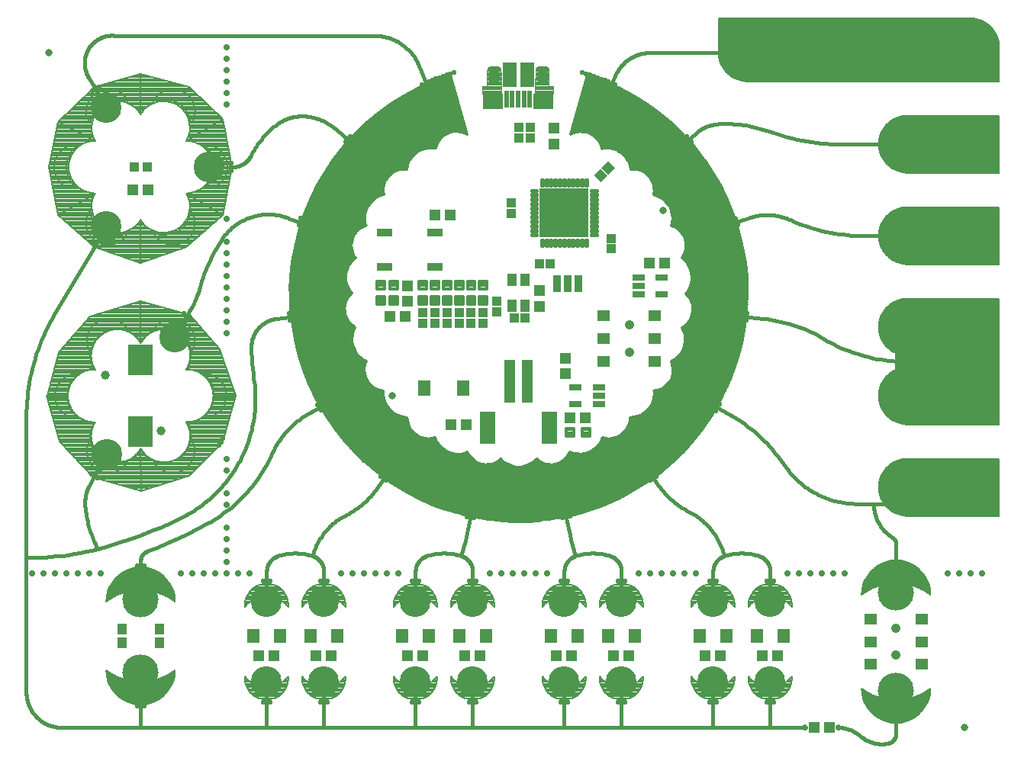
<source format=gts>
G75*
%MOIN*%
%OFA0B0*%
%FSLAX25Y25*%
%IPPOS*%
%LPD*%
%AMOC8*
5,1,8,0,0,1.08239X$1,22.5*
%
%ADD10C,0.00800*%
%ADD11C,0.02300*%
%ADD12C,0.01600*%
%ADD13C,0.02800*%
%ADD14C,0.00500*%
%ADD15R,0.05524X0.02965*%
%ADD16C,0.01421*%
%ADD17R,0.05131X0.04737*%
%ADD18R,0.05328X0.04737*%
%ADD19C,0.04146*%
%ADD20R,0.06800X0.03800*%
%ADD21R,0.04737X0.05131*%
%ADD22R,0.04343X0.04146*%
%ADD23R,0.04146X0.04343*%
%ADD24R,0.03556X0.07493*%
%ADD25C,0.03300*%
%ADD26R,0.05800X0.06587*%
%ADD27C,0.01684*%
%ADD28R,0.21666X0.21666*%
%ADD29C,0.16800*%
%ADD30R,0.02375X0.07690*%
%ADD31R,0.08674X0.06548*%
%ADD32R,0.06410X0.10643*%
%ADD33C,0.04737*%
%ADD34C,0.05131*%
%ADD35C,0.03556*%
%ADD36C,0.00400*%
%ADD37C,0.03398*%
%ADD38R,0.04737X0.18910*%
%ADD39R,0.07099X0.14186*%
%ADD40C,0.01000*%
%ADD41C,0.13461*%
%ADD42R,0.10643X0.13398*%
%ADD43C,0.03950*%
%ADD44R,0.03950X0.03950*%
%ADD45R,0.05524X0.06312*%
%ADD46C,0.15800*%
%ADD47R,0.04343X0.04737*%
%ADD48R,0.04343X0.05524*%
D10*
X0146077Y0301016D02*
X0147196Y0300127D01*
X0148437Y0299419D01*
X0149772Y0298909D01*
X0151169Y0298609D01*
X0152595Y0298526D01*
X0154022Y0298609D01*
X0155419Y0298909D01*
X0156754Y0299419D01*
X0157995Y0300127D01*
X0159113Y0301016D01*
X0160082Y0302066D01*
X0160880Y0303252D01*
X0161486Y0304546D01*
X0161888Y0305917D01*
X0162075Y0307334D01*
X0162044Y0308762D01*
X0160940Y0307491D01*
X0159667Y0306389D01*
X0158251Y0305480D01*
X0156719Y0304781D01*
X0155103Y0304307D01*
X0153437Y0304068D01*
X0151753Y0304068D01*
X0150087Y0304307D01*
X0148471Y0304781D01*
X0146940Y0305480D01*
X0145523Y0306389D01*
X0144250Y0307491D01*
X0143146Y0308762D01*
X0143115Y0307334D01*
X0143302Y0305917D01*
X0143704Y0304546D01*
X0144311Y0303252D01*
X0145108Y0302066D01*
X0146077Y0301016D01*
X0146440Y0300728D02*
X0158750Y0300728D01*
X0159584Y0301526D02*
X0145607Y0301526D01*
X0144934Y0302325D02*
X0160256Y0302325D01*
X0160793Y0303123D02*
X0144397Y0303123D01*
X0143997Y0303922D02*
X0161194Y0303922D01*
X0161537Y0304720D02*
X0156511Y0304720D01*
X0158311Y0305519D02*
X0161771Y0305519D01*
X0161941Y0306317D02*
X0159555Y0306317D01*
X0160507Y0307116D02*
X0162047Y0307116D01*
X0162063Y0307914D02*
X0161308Y0307914D01*
X0162001Y0308713D02*
X0162045Y0308713D01*
X0168145Y0308713D02*
X0168189Y0308713D01*
X0168146Y0308762D02*
X0169250Y0307491D01*
X0170523Y0306389D01*
X0171940Y0305480D01*
X0173471Y0304781D01*
X0175087Y0304307D01*
X0176753Y0304068D01*
X0178437Y0304068D01*
X0180103Y0304307D01*
X0181719Y0304781D01*
X0183251Y0305480D01*
X0184667Y0306389D01*
X0185940Y0307491D01*
X0187044Y0308762D01*
X0187075Y0307334D01*
X0186888Y0305917D01*
X0186486Y0304546D01*
X0185880Y0303252D01*
X0185082Y0302066D01*
X0184113Y0301016D01*
X0182995Y0300127D01*
X0181754Y0299419D01*
X0180419Y0298909D01*
X0179022Y0298609D01*
X0177595Y0298526D01*
X0176169Y0298609D01*
X0174772Y0298909D01*
X0173437Y0299419D01*
X0172196Y0300127D01*
X0171077Y0301016D01*
X0170108Y0302066D01*
X0169311Y0303252D01*
X0168704Y0304546D01*
X0168302Y0305917D01*
X0168115Y0307334D01*
X0168146Y0308762D01*
X0168128Y0307914D02*
X0168882Y0307914D01*
X0168144Y0307116D02*
X0169683Y0307116D01*
X0170635Y0306317D02*
X0168249Y0306317D01*
X0168419Y0305519D02*
X0171879Y0305519D01*
X0173679Y0304720D02*
X0168653Y0304720D01*
X0168997Y0303922D02*
X0186194Y0303922D01*
X0186537Y0304720D02*
X0181511Y0304720D01*
X0183311Y0305519D02*
X0186771Y0305519D01*
X0186941Y0306317D02*
X0184555Y0306317D01*
X0185507Y0307116D02*
X0187047Y0307116D01*
X0187063Y0307914D02*
X0186308Y0307914D01*
X0187001Y0308713D02*
X0187045Y0308713D01*
X0185793Y0303123D02*
X0169397Y0303123D01*
X0169934Y0302325D02*
X0185256Y0302325D01*
X0184584Y0301526D02*
X0170607Y0301526D01*
X0171440Y0300728D02*
X0183750Y0300728D01*
X0182648Y0299929D02*
X0172542Y0299929D01*
X0174191Y0299130D02*
X0180999Y0299130D01*
X0157648Y0299929D02*
X0147542Y0299929D01*
X0149191Y0299130D02*
X0155999Y0299130D01*
X0148679Y0304720D02*
X0143653Y0304720D01*
X0143419Y0305519D02*
X0146879Y0305519D01*
X0145635Y0306317D02*
X0143249Y0306317D01*
X0143144Y0307116D02*
X0144683Y0307116D01*
X0143882Y0307914D02*
X0143128Y0307914D01*
X0143145Y0308713D02*
X0143189Y0308713D01*
X0143146Y0339038D02*
X0144250Y0340309D01*
X0145523Y0341411D01*
X0146940Y0342320D01*
X0148471Y0343019D01*
X0150087Y0343493D01*
X0151753Y0343732D01*
X0153437Y0343732D01*
X0155103Y0343493D01*
X0156719Y0343019D01*
X0158251Y0342320D01*
X0159667Y0341411D01*
X0160940Y0340309D01*
X0162044Y0339038D01*
X0162075Y0340466D01*
X0161888Y0341883D01*
X0161486Y0343254D01*
X0160880Y0344548D01*
X0160082Y0345734D01*
X0159113Y0346784D01*
X0157995Y0347673D01*
X0156754Y0348381D01*
X0155419Y0348891D01*
X0154022Y0349191D01*
X0152595Y0349274D01*
X0151169Y0349191D01*
X0149772Y0348891D01*
X0148437Y0348381D01*
X0147196Y0347673D01*
X0146077Y0346784D01*
X0145108Y0345734D01*
X0144311Y0344548D01*
X0143704Y0343254D01*
X0143302Y0341883D01*
X0143115Y0340466D01*
X0143146Y0339038D01*
X0143146Y0339056D02*
X0143162Y0339056D01*
X0143128Y0339855D02*
X0143855Y0339855D01*
X0143140Y0340653D02*
X0144647Y0340653D01*
X0145586Y0341452D02*
X0143245Y0341452D01*
X0143410Y0342250D02*
X0146831Y0342250D01*
X0148573Y0343049D02*
X0143644Y0343049D01*
X0143982Y0343847D02*
X0161208Y0343847D01*
X0161547Y0343049D02*
X0156618Y0343049D01*
X0158360Y0342250D02*
X0161780Y0342250D01*
X0161945Y0341452D02*
X0159604Y0341452D01*
X0160543Y0340653D02*
X0162051Y0340653D01*
X0162062Y0339855D02*
X0161335Y0339855D01*
X0162028Y0339056D02*
X0162044Y0339056D01*
X0160814Y0344646D02*
X0144376Y0344646D01*
X0144913Y0345444D02*
X0160277Y0345444D01*
X0159613Y0346243D02*
X0145578Y0346243D01*
X0146401Y0347041D02*
X0158790Y0347041D01*
X0157703Y0347840D02*
X0147487Y0347840D01*
X0149109Y0348638D02*
X0156081Y0348638D01*
X0168704Y0343254D02*
X0168302Y0341883D01*
X0168115Y0340466D01*
X0168146Y0339038D01*
X0169250Y0340309D01*
X0170523Y0341411D01*
X0171940Y0342320D01*
X0173471Y0343019D01*
X0175087Y0343493D01*
X0176753Y0343732D01*
X0178437Y0343732D01*
X0180103Y0343493D01*
X0181719Y0343019D01*
X0183251Y0342320D01*
X0184667Y0341411D01*
X0185940Y0340309D01*
X0187044Y0339038D01*
X0187075Y0340466D01*
X0186888Y0341883D01*
X0186486Y0343254D01*
X0185880Y0344548D01*
X0185082Y0345734D01*
X0184113Y0346784D01*
X0182995Y0347673D01*
X0181754Y0348381D01*
X0180419Y0348891D01*
X0179022Y0349191D01*
X0177595Y0349274D01*
X0176169Y0349191D01*
X0174772Y0348891D01*
X0173437Y0348381D01*
X0172196Y0347673D01*
X0171077Y0346784D01*
X0170108Y0345734D01*
X0169311Y0344548D01*
X0168704Y0343254D01*
X0168644Y0343049D02*
X0173573Y0343049D01*
X0171831Y0342250D02*
X0168410Y0342250D01*
X0168245Y0341452D02*
X0170586Y0341452D01*
X0169647Y0340653D02*
X0168140Y0340653D01*
X0168128Y0339855D02*
X0168855Y0339855D01*
X0168162Y0339056D02*
X0168146Y0339056D01*
X0168982Y0343847D02*
X0186208Y0343847D01*
X0186547Y0343049D02*
X0181618Y0343049D01*
X0183360Y0342250D02*
X0186780Y0342250D01*
X0186945Y0341452D02*
X0184604Y0341452D01*
X0185543Y0340653D02*
X0187051Y0340653D01*
X0187062Y0339855D02*
X0186335Y0339855D01*
X0187028Y0339056D02*
X0187044Y0339056D01*
X0185814Y0344646D02*
X0169376Y0344646D01*
X0169913Y0345444D02*
X0185277Y0345444D01*
X0184613Y0346243D02*
X0170578Y0346243D01*
X0171401Y0347041D02*
X0183790Y0347041D01*
X0182703Y0347840D02*
X0172487Y0347840D01*
X0174109Y0348638D02*
X0181081Y0348638D01*
X0208302Y0341883D02*
X0208115Y0340466D01*
X0208146Y0339038D01*
X0209250Y0340309D01*
X0210523Y0341411D01*
X0211940Y0342320D01*
X0213471Y0343019D01*
X0215087Y0343493D01*
X0216753Y0343732D01*
X0218437Y0343732D01*
X0220103Y0343493D01*
X0221719Y0343019D01*
X0223251Y0342320D01*
X0224667Y0341411D01*
X0225940Y0340309D01*
X0227044Y0339038D01*
X0227075Y0340466D01*
X0226888Y0341883D01*
X0226486Y0343254D01*
X0225880Y0344548D01*
X0225082Y0345734D01*
X0224113Y0346784D01*
X0222995Y0347673D01*
X0221754Y0348381D01*
X0220419Y0348891D01*
X0219022Y0349191D01*
X0217595Y0349274D01*
X0216169Y0349191D01*
X0214772Y0348891D01*
X0213437Y0348381D01*
X0212196Y0347673D01*
X0211077Y0346784D01*
X0210108Y0345734D01*
X0209311Y0344548D01*
X0208704Y0343254D01*
X0208302Y0341883D01*
X0208410Y0342250D02*
X0211831Y0342250D01*
X0210586Y0341452D02*
X0208245Y0341452D01*
X0208140Y0340653D02*
X0209647Y0340653D01*
X0208855Y0339855D02*
X0208128Y0339855D01*
X0208146Y0339056D02*
X0208162Y0339056D01*
X0208644Y0343049D02*
X0213573Y0343049D01*
X0209913Y0345444D02*
X0225277Y0345444D01*
X0225814Y0344646D02*
X0209376Y0344646D01*
X0208982Y0343847D02*
X0226208Y0343847D01*
X0226547Y0343049D02*
X0221618Y0343049D01*
X0223360Y0342250D02*
X0226780Y0342250D01*
X0226945Y0341452D02*
X0224604Y0341452D01*
X0225543Y0340653D02*
X0227051Y0340653D01*
X0227062Y0339855D02*
X0226335Y0339855D01*
X0227028Y0339056D02*
X0227044Y0339056D01*
X0224613Y0346243D02*
X0210578Y0346243D01*
X0211401Y0347041D02*
X0223790Y0347041D01*
X0222703Y0347840D02*
X0212487Y0347840D01*
X0214109Y0348638D02*
X0221081Y0348638D01*
X0233704Y0343254D02*
X0233302Y0341883D01*
X0233115Y0340466D01*
X0233146Y0339038D01*
X0234250Y0340309D01*
X0235523Y0341411D01*
X0236940Y0342320D01*
X0238471Y0343019D01*
X0240087Y0343493D01*
X0241753Y0343732D01*
X0243437Y0343732D01*
X0245103Y0343493D01*
X0246719Y0343019D01*
X0248251Y0342320D01*
X0249667Y0341411D01*
X0250940Y0340309D01*
X0252044Y0339038D01*
X0252075Y0340466D01*
X0251888Y0341883D01*
X0251486Y0343254D01*
X0250880Y0344548D01*
X0250082Y0345734D01*
X0249113Y0346784D01*
X0247995Y0347673D01*
X0246754Y0348381D01*
X0245419Y0348891D01*
X0244022Y0349191D01*
X0242595Y0349274D01*
X0241169Y0349191D01*
X0239772Y0348891D01*
X0238437Y0348381D01*
X0237196Y0347673D01*
X0236077Y0346784D01*
X0235108Y0345734D01*
X0234311Y0344548D01*
X0233704Y0343254D01*
X0233644Y0343049D02*
X0238573Y0343049D01*
X0236831Y0342250D02*
X0233410Y0342250D01*
X0233245Y0341452D02*
X0235586Y0341452D01*
X0234647Y0340653D02*
X0233140Y0340653D01*
X0233128Y0339855D02*
X0233855Y0339855D01*
X0233162Y0339056D02*
X0233146Y0339056D01*
X0233982Y0343847D02*
X0251208Y0343847D01*
X0251547Y0343049D02*
X0246618Y0343049D01*
X0248360Y0342250D02*
X0251780Y0342250D01*
X0251945Y0341452D02*
X0249604Y0341452D01*
X0250543Y0340653D02*
X0252051Y0340653D01*
X0252062Y0339855D02*
X0251335Y0339855D01*
X0252028Y0339056D02*
X0252044Y0339056D01*
X0250814Y0344646D02*
X0234376Y0344646D01*
X0234913Y0345444D02*
X0250277Y0345444D01*
X0249613Y0346243D02*
X0235578Y0346243D01*
X0236401Y0347041D02*
X0248790Y0347041D01*
X0247703Y0347840D02*
X0237487Y0347840D01*
X0239109Y0348638D02*
X0246081Y0348638D01*
X0245269Y0380024D02*
X0246813Y0380342D01*
X0248287Y0380897D01*
X0249657Y0381676D01*
X0250888Y0382659D01*
X0251950Y0383823D01*
X0252817Y0385139D01*
X0253467Y0386574D01*
X0253885Y0388093D01*
X0254849Y0403988D01*
X0253706Y0403080D01*
X0252432Y0402366D01*
X0251062Y0401864D01*
X0249628Y0401587D01*
X0248169Y0401543D01*
X0246722Y0401731D01*
X0245322Y0402148D01*
X0244008Y0402782D01*
X0242811Y0403618D01*
X0241763Y0404634D01*
X0240890Y0405804D01*
X0240215Y0407099D01*
X0234630Y0392186D01*
X0234394Y0390628D01*
X0234404Y0389053D01*
X0234661Y0387498D01*
X0235158Y0386003D01*
X0235883Y0384603D01*
X0236817Y0383335D01*
X0237938Y0382228D01*
X0239219Y0381310D01*
X0240628Y0380604D01*
X0242129Y0380127D01*
X0243695Y0379952D01*
X0245269Y0380024D01*
X0247442Y0380579D02*
X0240708Y0380579D01*
X0239126Y0381377D02*
X0249132Y0381377D01*
X0250283Y0382176D02*
X0238012Y0382176D01*
X0237182Y0382974D02*
X0251175Y0382974D01*
X0251904Y0383773D02*
X0236495Y0383773D01*
X0235906Y0384571D02*
X0252443Y0384571D01*
X0252921Y0385370D02*
X0235486Y0385370D01*
X0235103Y0386168D02*
X0253283Y0386168D01*
X0253575Y0386967D02*
X0234838Y0386967D01*
X0234617Y0387765D02*
X0253795Y0387765D01*
X0253914Y0388564D02*
X0234485Y0388564D01*
X0234402Y0389362D02*
X0253962Y0389362D01*
X0254010Y0390161D02*
X0234397Y0390161D01*
X0234444Y0390959D02*
X0254059Y0390959D01*
X0254107Y0391758D02*
X0234565Y0391758D01*
X0234769Y0392556D02*
X0254156Y0392556D01*
X0254204Y0393355D02*
X0235068Y0393355D01*
X0235367Y0394153D02*
X0254253Y0394153D01*
X0254301Y0394952D02*
X0235666Y0394952D01*
X0235965Y0395750D02*
X0254349Y0395750D01*
X0254398Y0396549D02*
X0236264Y0396549D01*
X0236563Y0397347D02*
X0254446Y0397347D01*
X0254495Y0398146D02*
X0236862Y0398146D01*
X0237161Y0398944D02*
X0254543Y0398944D01*
X0254591Y0399743D02*
X0237460Y0399743D01*
X0237759Y0400541D02*
X0254640Y0400541D01*
X0254688Y0401340D02*
X0238058Y0401340D01*
X0238357Y0402138D02*
X0245354Y0402138D01*
X0243786Y0402937D02*
X0238656Y0402937D01*
X0238956Y0403735D02*
X0242690Y0403735D01*
X0241866Y0404534D02*
X0239255Y0404534D01*
X0239554Y0405332D02*
X0241242Y0405332D01*
X0240720Y0406131D02*
X0239853Y0406131D01*
X0240152Y0406930D02*
X0240303Y0406930D01*
X0251810Y0402138D02*
X0254737Y0402138D01*
X0254785Y0402937D02*
X0253450Y0402937D01*
X0254530Y0403735D02*
X0254833Y0403735D01*
X0270341Y0403988D02*
X0271305Y0388093D01*
X0271723Y0386574D01*
X0272373Y0385139D01*
X0273240Y0383823D01*
X0274302Y0382659D01*
X0275533Y0381676D01*
X0276903Y0380897D01*
X0278378Y0380342D01*
X0279921Y0380024D01*
X0281495Y0379952D01*
X0283061Y0380127D01*
X0284562Y0380604D01*
X0285971Y0381310D01*
X0287252Y0382228D01*
X0288373Y0383335D01*
X0289308Y0384604D01*
X0290032Y0386003D01*
X0290529Y0387498D01*
X0290786Y0389053D01*
X0290796Y0390628D01*
X0290560Y0392186D01*
X0284975Y0407099D01*
X0284300Y0405804D01*
X0283427Y0404634D01*
X0282379Y0403618D01*
X0281183Y0402782D01*
X0279868Y0402148D01*
X0278469Y0401731D01*
X0277021Y0401543D01*
X0275562Y0401587D01*
X0274129Y0401864D01*
X0272758Y0402366D01*
X0271485Y0403080D01*
X0270341Y0403988D01*
X0270357Y0403735D02*
X0270660Y0403735D01*
X0270405Y0402937D02*
X0271740Y0402937D01*
X0270454Y0402138D02*
X0273380Y0402138D01*
X0270502Y0401340D02*
X0287132Y0401340D01*
X0286833Y0402138D02*
X0279837Y0402138D01*
X0281404Y0402937D02*
X0286534Y0402937D01*
X0286235Y0403735D02*
X0282500Y0403735D01*
X0283324Y0404534D02*
X0285936Y0404534D01*
X0285637Y0405332D02*
X0283948Y0405332D01*
X0284471Y0406131D02*
X0285338Y0406131D01*
X0285039Y0406930D02*
X0284887Y0406930D01*
X0287431Y0400541D02*
X0270550Y0400541D01*
X0270599Y0399743D02*
X0287730Y0399743D01*
X0288029Y0398944D02*
X0270647Y0398944D01*
X0270696Y0398146D02*
X0288328Y0398146D01*
X0288627Y0397347D02*
X0270744Y0397347D01*
X0270792Y0396549D02*
X0288926Y0396549D01*
X0289225Y0395750D02*
X0270841Y0395750D01*
X0270889Y0394952D02*
X0289524Y0394952D01*
X0289823Y0394153D02*
X0270938Y0394153D01*
X0270986Y0393355D02*
X0290122Y0393355D01*
X0290421Y0392556D02*
X0271035Y0392556D01*
X0271083Y0391758D02*
X0290625Y0391758D01*
X0290746Y0390959D02*
X0271131Y0390959D01*
X0271180Y0390161D02*
X0290793Y0390161D01*
X0290788Y0389362D02*
X0271228Y0389362D01*
X0271277Y0388564D02*
X0290705Y0388564D01*
X0290573Y0387765D02*
X0271395Y0387765D01*
X0271615Y0386967D02*
X0290352Y0386967D01*
X0290087Y0386168D02*
X0271907Y0386168D01*
X0272269Y0385370D02*
X0289704Y0385370D01*
X0289284Y0384571D02*
X0272747Y0384571D01*
X0273286Y0383773D02*
X0288696Y0383773D01*
X0288008Y0382974D02*
X0274015Y0382974D01*
X0274907Y0382176D02*
X0287178Y0382176D01*
X0286064Y0381377D02*
X0276058Y0381377D01*
X0277748Y0380579D02*
X0284482Y0380579D01*
X0306736Y0398944D02*
X0322547Y0398944D01*
X0322625Y0399039D02*
X0323421Y0400399D01*
X0323996Y0401866D01*
X0324333Y0403405D01*
X0324426Y0404978D01*
X0324272Y0406546D01*
X0323874Y0408070D01*
X0323243Y0409514D01*
X0322394Y0410841D01*
X0311226Y0422193D01*
X0311136Y0420736D01*
X0310814Y0419312D01*
X0310270Y0417958D01*
X0309517Y0416707D01*
X0308574Y0415593D01*
X0307465Y0414643D01*
X0306219Y0413882D01*
X0304868Y0413330D01*
X0303446Y0413000D01*
X0301990Y0412901D01*
X0300536Y0413035D01*
X0299123Y0413400D01*
X0306468Y0399271D01*
X0307468Y0398053D01*
X0308646Y0397006D01*
X0309973Y0396157D01*
X0311416Y0395525D01*
X0312941Y0395128D01*
X0314509Y0394973D01*
X0316082Y0395066D01*
X0317621Y0395404D01*
X0319088Y0395978D01*
X0320447Y0396775D01*
X0321625Y0397821D01*
X0322625Y0399039D01*
X0323037Y0399743D02*
X0306222Y0399743D01*
X0305807Y0400541D02*
X0323477Y0400541D01*
X0323790Y0401340D02*
X0305392Y0401340D01*
X0304977Y0402138D02*
X0324056Y0402138D01*
X0324231Y0402937D02*
X0304562Y0402937D01*
X0304147Y0403735D02*
X0324353Y0403735D01*
X0324400Y0404534D02*
X0303732Y0404534D01*
X0303317Y0405332D02*
X0324391Y0405332D01*
X0324313Y0406131D02*
X0302901Y0406131D01*
X0302486Y0406930D02*
X0324172Y0406930D01*
X0323964Y0407728D02*
X0302071Y0407728D01*
X0301656Y0408527D02*
X0323675Y0408527D01*
X0323326Y0409325D02*
X0301241Y0409325D01*
X0300826Y0410124D02*
X0322853Y0410124D01*
X0322314Y0410922D02*
X0300411Y0410922D01*
X0299995Y0411721D02*
X0321529Y0411721D01*
X0320743Y0412519D02*
X0299580Y0412519D01*
X0299440Y0413318D02*
X0299165Y0413318D01*
X0304816Y0413318D02*
X0319957Y0413318D01*
X0319172Y0414116D02*
X0306602Y0414116D01*
X0307782Y0414915D02*
X0318386Y0414915D01*
X0317601Y0415713D02*
X0308676Y0415713D01*
X0309351Y0416512D02*
X0316815Y0416512D01*
X0316030Y0417310D02*
X0309880Y0417310D01*
X0310331Y0418109D02*
X0315244Y0418109D01*
X0314459Y0418907D02*
X0310652Y0418907D01*
X0310903Y0419706D02*
X0313673Y0419706D01*
X0312888Y0420504D02*
X0311083Y0420504D01*
X0311171Y0421303D02*
X0312102Y0421303D01*
X0311316Y0422101D02*
X0311220Y0422101D01*
X0321591Y0433698D02*
X0334048Y0423779D01*
X0335456Y0423073D01*
X0336958Y0422596D01*
X0338516Y0422359D01*
X0340091Y0422370D01*
X0341646Y0422627D01*
X0343141Y0423123D01*
X0344541Y0423848D01*
X0345809Y0424782D01*
X0346916Y0425904D01*
X0347834Y0427184D01*
X0348484Y0428620D01*
X0348902Y0430139D01*
X0349077Y0431705D01*
X0349005Y0433279D01*
X0348687Y0434822D01*
X0348132Y0436297D01*
X0347353Y0437666D01*
X0346370Y0438898D01*
X0345206Y0439960D01*
X0343890Y0440826D01*
X0329071Y0446655D01*
X0329581Y0445287D01*
X0329867Y0443855D01*
X0329920Y0442397D01*
X0329741Y0440948D01*
X0329333Y0439546D01*
X0328706Y0438228D01*
X0327878Y0437026D01*
X0326868Y0435972D01*
X0325703Y0435092D01*
X0324413Y0434409D01*
X0323030Y0433940D01*
X0321591Y0433698D01*
X0322116Y0433280D02*
X0349004Y0433280D01*
X0349041Y0432482D02*
X0323118Y0432482D01*
X0324121Y0431683D02*
X0349074Y0431683D01*
X0348985Y0430885D02*
X0325124Y0430885D01*
X0326127Y0430086D02*
X0348887Y0430086D01*
X0348668Y0429288D02*
X0327129Y0429288D01*
X0328132Y0428489D02*
X0348425Y0428489D01*
X0348063Y0427691D02*
X0329135Y0427691D01*
X0330138Y0426892D02*
X0347624Y0426892D01*
X0347052Y0426094D02*
X0331140Y0426094D01*
X0332143Y0425295D02*
X0346315Y0425295D01*
X0345422Y0424497D02*
X0333146Y0424497D01*
X0334208Y0423698D02*
X0344252Y0423698D01*
X0342468Y0422900D02*
X0336001Y0422900D01*
X0326476Y0435676D02*
X0348366Y0435676D01*
X0348666Y0434877D02*
X0325298Y0434877D01*
X0323439Y0434079D02*
X0348840Y0434079D01*
X0348031Y0436474D02*
X0327349Y0436474D01*
X0328048Y0437273D02*
X0347577Y0437273D01*
X0347030Y0438071D02*
X0328598Y0438071D01*
X0329011Y0438870D02*
X0346392Y0438870D01*
X0345525Y0439668D02*
X0329368Y0439668D01*
X0329601Y0440467D02*
X0344436Y0440467D01*
X0342774Y0441266D02*
X0329780Y0441266D01*
X0329879Y0442064D02*
X0340744Y0442064D01*
X0338713Y0442863D02*
X0329903Y0442863D01*
X0329874Y0443661D02*
X0336683Y0443661D01*
X0334653Y0444460D02*
X0329746Y0444460D01*
X0329587Y0445258D02*
X0332622Y0445258D01*
X0330592Y0446057D02*
X0329294Y0446057D01*
X0340651Y0459631D02*
X0356898Y0459631D01*
X0356683Y0459435D02*
X0357847Y0460497D01*
X0358830Y0461728D01*
X0359609Y0463097D01*
X0360164Y0464572D01*
X0360481Y0466115D01*
X0360492Y0467691D01*
X0360255Y0469249D01*
X0359778Y0470750D01*
X0359072Y0472159D01*
X0358154Y0473440D01*
X0357048Y0474561D01*
X0355779Y0475496D01*
X0354380Y0476220D01*
X0352885Y0476717D01*
X0351330Y0476974D01*
X0335421Y0476271D01*
X0336444Y0475229D01*
X0337287Y0474037D01*
X0337930Y0472726D01*
X0338355Y0471330D01*
X0338552Y0469883D01*
X0338516Y0468424D01*
X0338248Y0466989D01*
X0337754Y0465615D01*
X0337048Y0464338D01*
X0336147Y0463189D01*
X0335074Y0462199D01*
X0333858Y0461392D01*
X0349272Y0457397D01*
X0350846Y0457325D01*
X0352412Y0457500D01*
X0353932Y0457918D01*
X0355367Y0458568D01*
X0356683Y0459435D01*
X0355769Y0458833D02*
X0343732Y0458833D01*
X0346813Y0458034D02*
X0354189Y0458034D01*
X0357773Y0460430D02*
X0337571Y0460430D01*
X0335753Y0462825D02*
X0359454Y0462825D01*
X0359807Y0463624D02*
X0336488Y0463624D01*
X0337095Y0464422D02*
X0360108Y0464422D01*
X0360297Y0465221D02*
X0337536Y0465221D01*
X0337899Y0466019D02*
X0360462Y0466019D01*
X0360486Y0466818D02*
X0338186Y0466818D01*
X0338365Y0467616D02*
X0360491Y0467616D01*
X0360382Y0468415D02*
X0338514Y0468415D01*
X0338535Y0469213D02*
X0360261Y0469213D01*
X0360013Y0470012D02*
X0338534Y0470012D01*
X0338426Y0470810D02*
X0359748Y0470810D01*
X0359348Y0471609D02*
X0338270Y0471609D01*
X0338027Y0472407D02*
X0358894Y0472407D01*
X0358322Y0473206D02*
X0337694Y0473206D01*
X0337303Y0474004D02*
X0357597Y0474004D01*
X0356720Y0474803D02*
X0336745Y0474803D01*
X0336078Y0475601D02*
X0355575Y0475601D01*
X0353839Y0476400D02*
X0338344Y0476400D01*
X0334815Y0462027D02*
X0359000Y0462027D01*
X0358431Y0461228D02*
X0334490Y0461228D01*
X0333797Y0491676D02*
X0349504Y0494296D01*
X0350972Y0494870D01*
X0352331Y0495667D01*
X0353549Y0496667D01*
X0354595Y0497845D01*
X0355445Y0499172D01*
X0356076Y0500615D01*
X0356474Y0502140D01*
X0356629Y0503708D01*
X0356536Y0505281D01*
X0356198Y0506820D01*
X0355567Y0508263D01*
X0354717Y0509590D01*
X0353670Y0510768D01*
X0352452Y0511768D01*
X0351093Y0512564D01*
X0349626Y0513139D01*
X0348087Y0513477D01*
X0346514Y0513569D01*
X0344946Y0513415D01*
X0343421Y0513017D01*
X0329174Y0505904D01*
X0330532Y0505368D01*
X0331787Y0504623D01*
X0332907Y0503687D01*
X0333863Y0502584D01*
X0334632Y0501343D01*
X0335193Y0499995D01*
X0335531Y0498575D01*
X0335639Y0497119D01*
X0335513Y0495664D01*
X0335158Y0494249D01*
X0334581Y0492908D01*
X0333797Y0491676D01*
X0334239Y0492370D02*
X0337959Y0492370D01*
X0335036Y0493967D02*
X0347534Y0493967D01*
X0350705Y0494766D02*
X0335288Y0494766D01*
X0335488Y0495564D02*
X0352156Y0495564D01*
X0353179Y0496363D02*
X0335574Y0496363D01*
X0335636Y0497161D02*
X0353988Y0497161D01*
X0354669Y0497960D02*
X0335577Y0497960D01*
X0335487Y0498758D02*
X0355180Y0498758D01*
X0355613Y0499557D02*
X0335297Y0499557D01*
X0335042Y0500355D02*
X0355963Y0500355D01*
X0356217Y0501154D02*
X0334710Y0501154D01*
X0334254Y0501952D02*
X0356425Y0501952D01*
X0356534Y0502751D02*
X0333718Y0502751D01*
X0333026Y0503549D02*
X0356613Y0503549D01*
X0356591Y0504348D02*
X0332116Y0504348D01*
X0330905Y0505146D02*
X0356544Y0505146D01*
X0356390Y0505945D02*
X0329255Y0505945D01*
X0330855Y0506743D02*
X0356215Y0506743D01*
X0355882Y0507542D02*
X0332454Y0507542D01*
X0334053Y0508340D02*
X0355517Y0508340D01*
X0355006Y0509139D02*
X0335653Y0509139D01*
X0337252Y0509937D02*
X0354409Y0509937D01*
X0353699Y0510736D02*
X0338852Y0510736D01*
X0340451Y0511534D02*
X0352737Y0511534D01*
X0351488Y0512333D02*
X0342050Y0512333D01*
X0343859Y0513132D02*
X0349645Y0513132D01*
X0342747Y0493169D02*
X0334693Y0493169D01*
X0321438Y0519317D02*
X0334721Y0528099D01*
X0335828Y0529221D01*
X0336746Y0530502D01*
X0337452Y0531910D01*
X0337929Y0533412D01*
X0338165Y0534970D01*
X0338155Y0536545D01*
X0337898Y0538100D01*
X0337401Y0539595D01*
X0336677Y0540994D01*
X0335742Y0542263D01*
X0334578Y0543325D01*
X0333263Y0544192D01*
X0331827Y0544842D01*
X0330308Y0545260D01*
X0328742Y0545435D01*
X0327168Y0545363D01*
X0325625Y0545045D01*
X0324150Y0544490D01*
X0322781Y0543712D01*
X0321550Y0542728D01*
X0311427Y0530435D01*
X0312886Y0530498D01*
X0314335Y0530327D01*
X0315739Y0529927D01*
X0317062Y0529309D01*
X0318268Y0528488D01*
X0319329Y0527484D01*
X0320216Y0526325D01*
X0320907Y0525039D01*
X0321383Y0523659D01*
X0321634Y0522221D01*
X0321652Y0520761D01*
X0321438Y0519317D01*
X0321468Y0519520D02*
X0321744Y0519520D01*
X0321586Y0520318D02*
X0322952Y0520318D01*
X0324159Y0521117D02*
X0321648Y0521117D01*
X0321638Y0521915D02*
X0325367Y0521915D01*
X0326575Y0522714D02*
X0321548Y0522714D01*
X0321409Y0523512D02*
X0327783Y0523512D01*
X0328991Y0524311D02*
X0321158Y0524311D01*
X0320869Y0525109D02*
X0330198Y0525109D01*
X0331406Y0525908D02*
X0320440Y0525908D01*
X0319924Y0526706D02*
X0332614Y0526706D01*
X0333822Y0527505D02*
X0319307Y0527505D01*
X0318463Y0528303D02*
X0334923Y0528303D01*
X0335711Y0529102D02*
X0317366Y0529102D01*
X0315797Y0529900D02*
X0336315Y0529900D01*
X0336845Y0530699D02*
X0311644Y0530699D01*
X0312302Y0531497D02*
X0337245Y0531497D01*
X0337574Y0532296D02*
X0312959Y0532296D01*
X0313617Y0533094D02*
X0337828Y0533094D01*
X0338002Y0533893D02*
X0314274Y0533893D01*
X0314932Y0534691D02*
X0338123Y0534691D01*
X0338162Y0535490D02*
X0315589Y0535490D01*
X0316247Y0536288D02*
X0338157Y0536288D01*
X0338065Y0537087D02*
X0316904Y0537087D01*
X0317562Y0537885D02*
X0337934Y0537885D01*
X0337704Y0538684D02*
X0318219Y0538684D01*
X0318877Y0539482D02*
X0337439Y0539482D01*
X0337046Y0540281D02*
X0319534Y0540281D01*
X0320192Y0541079D02*
X0336614Y0541079D01*
X0336026Y0541878D02*
X0320849Y0541878D01*
X0321507Y0542676D02*
X0335289Y0542676D01*
X0334351Y0543475D02*
X0322484Y0543475D01*
X0323769Y0544273D02*
X0333082Y0544273D01*
X0330991Y0545072D02*
X0325755Y0545072D01*
X0308012Y0554440D02*
X0308330Y0555983D01*
X0308402Y0557557D01*
X0308227Y0559123D01*
X0307809Y0560642D01*
X0307159Y0562078D01*
X0306292Y0563393D01*
X0305230Y0564557D01*
X0303999Y0565541D01*
X0302629Y0566320D01*
X0301134Y0566817D01*
X0299579Y0567073D01*
X0298004Y0567083D01*
X0296446Y0566847D01*
X0294944Y0566370D01*
X0293536Y0565664D01*
X0292255Y0564746D01*
X0291133Y0563640D01*
X0290199Y0562371D01*
X0289474Y0560972D01*
X0285227Y0545625D01*
X0286534Y0546275D01*
X0287928Y0546709D01*
X0289373Y0546915D01*
X0290832Y0546888D01*
X0292269Y0546628D01*
X0293646Y0546143D01*
X0294928Y0545444D01*
X0296082Y0544550D01*
X0297078Y0543484D01*
X0297892Y0542272D01*
X0298503Y0540946D01*
X0298894Y0539540D01*
X0307457Y0552965D01*
X0308012Y0554440D01*
X0308056Y0554654D02*
X0287726Y0554654D01*
X0287505Y0553856D02*
X0307792Y0553856D01*
X0307492Y0553057D02*
X0287284Y0553057D01*
X0287063Y0552259D02*
X0307006Y0552259D01*
X0306497Y0551460D02*
X0286842Y0551460D01*
X0286621Y0550662D02*
X0305988Y0550662D01*
X0305479Y0549863D02*
X0286400Y0549863D01*
X0286179Y0549065D02*
X0304969Y0549065D01*
X0304460Y0548266D02*
X0285958Y0548266D01*
X0285737Y0547468D02*
X0303951Y0547468D01*
X0303441Y0546669D02*
X0292042Y0546669D01*
X0294145Y0545870D02*
X0302932Y0545870D01*
X0302423Y0545072D02*
X0295408Y0545072D01*
X0296340Y0544273D02*
X0301913Y0544273D01*
X0301404Y0543475D02*
X0297084Y0543475D01*
X0297621Y0542676D02*
X0300895Y0542676D01*
X0300385Y0541878D02*
X0298074Y0541878D01*
X0298441Y0541079D02*
X0299876Y0541079D01*
X0299367Y0540281D02*
X0298688Y0540281D01*
X0308220Y0555453D02*
X0287947Y0555453D01*
X0288168Y0556251D02*
X0308342Y0556251D01*
X0308378Y0557050D02*
X0288389Y0557050D01*
X0288610Y0557848D02*
X0308369Y0557848D01*
X0308280Y0558647D02*
X0288831Y0558647D01*
X0289052Y0559445D02*
X0308138Y0559445D01*
X0307919Y0560244D02*
X0289273Y0560244D01*
X0289510Y0561042D02*
X0307628Y0561042D01*
X0307266Y0561841D02*
X0289924Y0561841D01*
X0290396Y0562639D02*
X0306789Y0562639D01*
X0306251Y0563438D02*
X0290985Y0563438D01*
X0291738Y0564236D02*
X0305523Y0564236D01*
X0304632Y0565035D02*
X0292657Y0565035D01*
X0293873Y0565833D02*
X0303485Y0565833D01*
X0301690Y0566632D02*
X0295768Y0566632D01*
X0287800Y0546669D02*
X0285516Y0546669D01*
X0285721Y0545870D02*
X0285295Y0545870D01*
X0239964Y0545625D02*
X0235716Y0560972D01*
X0234992Y0562371D01*
X0234057Y0563640D01*
X0232936Y0564746D01*
X0231655Y0565664D01*
X0230246Y0566370D01*
X0228745Y0566847D01*
X0227187Y0567084D01*
X0225611Y0567073D01*
X0224056Y0566817D01*
X0222561Y0566320D01*
X0221192Y0565541D01*
X0219961Y0564557D01*
X0218899Y0563393D01*
X0218032Y0562078D01*
X0217382Y0560642D01*
X0216964Y0559123D01*
X0216789Y0557557D01*
X0216861Y0555983D01*
X0217178Y0554440D01*
X0217733Y0552965D01*
X0226296Y0539540D01*
X0226687Y0540946D01*
X0227298Y0542272D01*
X0228112Y0543484D01*
X0229109Y0544550D01*
X0230263Y0545444D01*
X0231545Y0546143D01*
X0232921Y0546628D01*
X0234358Y0546888D01*
X0235817Y0546915D01*
X0237263Y0546709D01*
X0238657Y0546275D01*
X0239964Y0545625D01*
X0239895Y0545870D02*
X0239469Y0545870D01*
X0239674Y0546669D02*
X0237390Y0546669D01*
X0239454Y0547468D02*
X0221240Y0547468D01*
X0220730Y0548266D02*
X0239233Y0548266D01*
X0239012Y0549065D02*
X0220221Y0549065D01*
X0219712Y0549863D02*
X0238791Y0549863D01*
X0238570Y0550662D02*
X0219202Y0550662D01*
X0218693Y0551460D02*
X0238349Y0551460D01*
X0238128Y0552259D02*
X0218184Y0552259D01*
X0217698Y0553057D02*
X0237907Y0553057D01*
X0237686Y0553856D02*
X0217398Y0553856D01*
X0217134Y0554654D02*
X0237465Y0554654D01*
X0237244Y0555453D02*
X0216970Y0555453D01*
X0216849Y0556251D02*
X0237023Y0556251D01*
X0236802Y0557050D02*
X0216812Y0557050D01*
X0216821Y0557848D02*
X0236581Y0557848D01*
X0236360Y0558647D02*
X0216910Y0558647D01*
X0217052Y0559445D02*
X0236139Y0559445D01*
X0235918Y0560244D02*
X0217272Y0560244D01*
X0217563Y0561042D02*
X0235680Y0561042D01*
X0235266Y0561841D02*
X0217925Y0561841D01*
X0218402Y0562639D02*
X0234794Y0562639D01*
X0234206Y0563438D02*
X0218939Y0563438D01*
X0219668Y0564236D02*
X0233453Y0564236D01*
X0232533Y0565035D02*
X0220558Y0565035D01*
X0221705Y0565833D02*
X0231318Y0565833D01*
X0229423Y0566632D02*
X0223500Y0566632D01*
X0221749Y0546669D02*
X0233148Y0546669D01*
X0231045Y0545870D02*
X0222258Y0545870D01*
X0222768Y0545072D02*
X0229782Y0545072D01*
X0228850Y0544273D02*
X0223277Y0544273D01*
X0223786Y0543475D02*
X0228106Y0543475D01*
X0227569Y0542676D02*
X0224296Y0542676D01*
X0224805Y0541878D02*
X0227116Y0541878D01*
X0226749Y0541079D02*
X0225314Y0541079D01*
X0225823Y0540281D02*
X0226502Y0540281D01*
X0213763Y0530435D02*
X0203641Y0542728D01*
X0202410Y0543712D01*
X0201040Y0544490D01*
X0199565Y0545045D01*
X0198022Y0545363D01*
X0196448Y0545435D01*
X0194882Y0545260D01*
X0193363Y0544842D01*
X0191928Y0544192D01*
X0190612Y0543325D01*
X0189448Y0542263D01*
X0188513Y0540994D01*
X0187789Y0539595D01*
X0187292Y0538100D01*
X0187036Y0536545D01*
X0187025Y0534970D01*
X0187261Y0533412D01*
X0187738Y0531910D01*
X0188445Y0530502D01*
X0189362Y0529221D01*
X0190469Y0528099D01*
X0203753Y0519317D01*
X0203538Y0520761D01*
X0203556Y0522221D01*
X0203807Y0523659D01*
X0204284Y0525039D01*
X0204974Y0526325D01*
X0205861Y0527484D01*
X0206922Y0528488D01*
X0208129Y0529309D01*
X0209451Y0529927D01*
X0210855Y0530327D01*
X0212305Y0530498D01*
X0213763Y0530435D01*
X0213546Y0530699D02*
X0188346Y0530699D01*
X0187945Y0531497D02*
X0212889Y0531497D01*
X0212231Y0532296D02*
X0187616Y0532296D01*
X0187362Y0533094D02*
X0211574Y0533094D01*
X0210916Y0533893D02*
X0187189Y0533893D01*
X0187067Y0534691D02*
X0210259Y0534691D01*
X0209601Y0535490D02*
X0187029Y0535490D01*
X0187034Y0536288D02*
X0208944Y0536288D01*
X0208286Y0537087D02*
X0187125Y0537087D01*
X0187257Y0537885D02*
X0207628Y0537885D01*
X0206971Y0538684D02*
X0187486Y0538684D01*
X0187751Y0539482D02*
X0206313Y0539482D01*
X0205656Y0540281D02*
X0188144Y0540281D01*
X0188576Y0541079D02*
X0204998Y0541079D01*
X0204341Y0541878D02*
X0189164Y0541878D01*
X0189901Y0542676D02*
X0203683Y0542676D01*
X0202706Y0543475D02*
X0190839Y0543475D01*
X0192108Y0544273D02*
X0201422Y0544273D01*
X0199436Y0545072D02*
X0194199Y0545072D01*
X0188875Y0529900D02*
X0209393Y0529900D01*
X0207824Y0529102D02*
X0189480Y0529102D01*
X0190268Y0528303D02*
X0206727Y0528303D01*
X0205883Y0527505D02*
X0191368Y0527505D01*
X0192576Y0526706D02*
X0205266Y0526706D01*
X0204750Y0525908D02*
X0193784Y0525908D01*
X0194992Y0525109D02*
X0204322Y0525109D01*
X0204032Y0524311D02*
X0196200Y0524311D01*
X0197407Y0523512D02*
X0203781Y0523512D01*
X0203642Y0522714D02*
X0198615Y0522714D01*
X0199823Y0521915D02*
X0203552Y0521915D01*
X0203542Y0521117D02*
X0201031Y0521117D01*
X0202239Y0520318D02*
X0203604Y0520318D01*
X0203723Y0519520D02*
X0203447Y0519520D01*
X0196016Y0505904D02*
X0181769Y0513017D01*
X0180244Y0513415D01*
X0178676Y0513570D01*
X0177103Y0513477D01*
X0175564Y0513139D01*
X0174097Y0512565D01*
X0172738Y0511768D01*
X0171520Y0510768D01*
X0170473Y0509590D01*
X0169624Y0508263D01*
X0168992Y0506820D01*
X0168655Y0505281D01*
X0168562Y0503708D01*
X0168716Y0502140D01*
X0169114Y0500615D01*
X0169746Y0499172D01*
X0170595Y0497845D01*
X0171641Y0496667D01*
X0172859Y0495667D01*
X0174219Y0494870D01*
X0175686Y0494296D01*
X0191393Y0491676D01*
X0190610Y0492908D01*
X0190033Y0494249D01*
X0189677Y0495664D01*
X0189551Y0497119D01*
X0189659Y0498575D01*
X0189998Y0499995D01*
X0190558Y0501343D01*
X0191327Y0502584D01*
X0192283Y0503687D01*
X0193403Y0504623D01*
X0194658Y0505368D01*
X0196016Y0505904D01*
X0195935Y0505945D02*
X0168800Y0505945D01*
X0168647Y0505146D02*
X0194285Y0505146D01*
X0193075Y0504348D02*
X0168600Y0504348D01*
X0168577Y0503549D02*
X0192164Y0503549D01*
X0191472Y0502751D02*
X0168656Y0502751D01*
X0168765Y0501952D02*
X0190936Y0501952D01*
X0190480Y0501154D02*
X0168974Y0501154D01*
X0169228Y0500355D02*
X0190148Y0500355D01*
X0189893Y0499557D02*
X0169577Y0499557D01*
X0170010Y0498758D02*
X0189703Y0498758D01*
X0189614Y0497960D02*
X0170521Y0497960D01*
X0171202Y0497161D02*
X0189554Y0497161D01*
X0189617Y0496363D02*
X0172012Y0496363D01*
X0173035Y0495564D02*
X0189702Y0495564D01*
X0189903Y0494766D02*
X0174486Y0494766D01*
X0177656Y0493967D02*
X0190154Y0493967D01*
X0190497Y0493169D02*
X0182444Y0493169D01*
X0187231Y0492370D02*
X0190952Y0492370D01*
X0194336Y0506743D02*
X0168975Y0506743D01*
X0169308Y0507542D02*
X0192736Y0507542D01*
X0191137Y0508340D02*
X0169673Y0508340D01*
X0170184Y0509139D02*
X0189537Y0509139D01*
X0187938Y0509937D02*
X0170782Y0509937D01*
X0171491Y0510736D02*
X0186339Y0510736D01*
X0184739Y0511534D02*
X0172453Y0511534D01*
X0173702Y0512333D02*
X0183140Y0512333D01*
X0181332Y0513132D02*
X0175545Y0513132D01*
X0173860Y0476974D02*
X0172306Y0476717D01*
X0170810Y0476220D01*
X0169411Y0475496D01*
X0168143Y0474561D01*
X0167036Y0473440D01*
X0166118Y0472159D01*
X0165412Y0470751D01*
X0164935Y0469249D01*
X0164699Y0467691D01*
X0164709Y0466115D01*
X0165026Y0464572D01*
X0165581Y0463097D01*
X0166360Y0461728D01*
X0167344Y0460497D01*
X0168508Y0459435D01*
X0169824Y0458568D01*
X0171259Y0457918D01*
X0172778Y0457500D01*
X0174344Y0457325D01*
X0175918Y0457397D01*
X0191333Y0461392D01*
X0190116Y0462199D01*
X0189043Y0463189D01*
X0188142Y0464338D01*
X0187436Y0465615D01*
X0186943Y0466989D01*
X0186674Y0468424D01*
X0186638Y0469883D01*
X0186836Y0471330D01*
X0187261Y0472726D01*
X0187903Y0474037D01*
X0188746Y0475229D01*
X0189769Y0476271D01*
X0173860Y0476974D01*
X0171351Y0476400D02*
X0186847Y0476400D01*
X0188445Y0474803D02*
X0168471Y0474803D01*
X0167593Y0474004D02*
X0187887Y0474004D01*
X0187496Y0473206D02*
X0166868Y0473206D01*
X0166296Y0472407D02*
X0187164Y0472407D01*
X0186920Y0471609D02*
X0165842Y0471609D01*
X0165442Y0470810D02*
X0186765Y0470810D01*
X0186656Y0470012D02*
X0165177Y0470012D01*
X0164929Y0469213D02*
X0186655Y0469213D01*
X0186676Y0468415D02*
X0164808Y0468415D01*
X0164699Y0467616D02*
X0186825Y0467616D01*
X0187004Y0466818D02*
X0164704Y0466818D01*
X0164729Y0466019D02*
X0187291Y0466019D01*
X0187654Y0465221D02*
X0164893Y0465221D01*
X0165083Y0464422D02*
X0188096Y0464422D01*
X0188702Y0463624D02*
X0165383Y0463624D01*
X0165736Y0462825D02*
X0189437Y0462825D01*
X0190375Y0462027D02*
X0166190Y0462027D01*
X0166759Y0461228D02*
X0190700Y0461228D01*
X0187620Y0460430D02*
X0167417Y0460430D01*
X0168293Y0459631D02*
X0184539Y0459631D01*
X0181458Y0458833D02*
X0169422Y0458833D01*
X0171002Y0458034D02*
X0178377Y0458034D01*
X0184447Y0442064D02*
X0195311Y0442064D01*
X0195270Y0442397D02*
X0195323Y0443855D01*
X0195609Y0445287D01*
X0196119Y0446655D01*
X0181300Y0440826D01*
X0179984Y0439960D01*
X0178820Y0438898D01*
X0177837Y0437667D01*
X0177058Y0436297D01*
X0176503Y0434822D01*
X0176186Y0433279D01*
X0176113Y0431705D01*
X0176288Y0430139D01*
X0176706Y0428620D01*
X0177356Y0427184D01*
X0178274Y0425904D01*
X0179381Y0424782D01*
X0180650Y0423848D01*
X0182049Y0423123D01*
X0183544Y0422627D01*
X0185099Y0422370D01*
X0186674Y0422360D01*
X0188232Y0422596D01*
X0189734Y0423073D01*
X0191143Y0423779D01*
X0203600Y0433698D01*
X0202160Y0433940D01*
X0200777Y0434409D01*
X0199487Y0435092D01*
X0198322Y0435972D01*
X0197313Y0437026D01*
X0196484Y0438228D01*
X0195858Y0439546D01*
X0195449Y0440948D01*
X0195270Y0442397D01*
X0195287Y0442863D02*
X0186477Y0442863D01*
X0188507Y0443661D02*
X0195316Y0443661D01*
X0195444Y0444460D02*
X0190538Y0444460D01*
X0192568Y0445258D02*
X0195603Y0445258D01*
X0195896Y0446057D02*
X0194598Y0446057D01*
X0195410Y0441266D02*
X0182416Y0441266D01*
X0180754Y0440467D02*
X0195589Y0440467D01*
X0195822Y0439668D02*
X0179665Y0439668D01*
X0178798Y0438870D02*
X0196179Y0438870D01*
X0196592Y0438071D02*
X0178160Y0438071D01*
X0177613Y0437273D02*
X0197142Y0437273D01*
X0197841Y0436474D02*
X0177159Y0436474D01*
X0176824Y0435676D02*
X0198714Y0435676D01*
X0199892Y0434877D02*
X0176524Y0434877D01*
X0176350Y0434079D02*
X0201752Y0434079D01*
X0203075Y0433280D02*
X0176186Y0433280D01*
X0176149Y0432482D02*
X0202072Y0432482D01*
X0201069Y0431683D02*
X0176116Y0431683D01*
X0176205Y0430885D02*
X0200066Y0430885D01*
X0199064Y0430086D02*
X0176303Y0430086D01*
X0176522Y0429288D02*
X0198061Y0429288D01*
X0197058Y0428489D02*
X0176765Y0428489D01*
X0177127Y0427691D02*
X0196055Y0427691D01*
X0195053Y0426892D02*
X0177566Y0426892D01*
X0178138Y0426094D02*
X0194050Y0426094D01*
X0193047Y0425295D02*
X0178875Y0425295D01*
X0179769Y0424497D02*
X0192044Y0424497D01*
X0190982Y0423698D02*
X0180939Y0423698D01*
X0182722Y0422900D02*
X0189189Y0422900D01*
X0202797Y0410841D02*
X0201947Y0409514D01*
X0201316Y0408071D01*
X0200918Y0406546D01*
X0200764Y0404978D01*
X0200857Y0403405D01*
X0201194Y0401866D01*
X0201769Y0400399D01*
X0202565Y0399039D01*
X0203565Y0397821D01*
X0204743Y0396775D01*
X0206102Y0395978D01*
X0207569Y0395404D01*
X0209108Y0395066D01*
X0210681Y0394973D01*
X0212249Y0395128D01*
X0213774Y0395526D01*
X0215218Y0396157D01*
X0216545Y0397006D01*
X0217723Y0398053D01*
X0218722Y0399271D01*
X0226068Y0413400D01*
X0224654Y0413035D01*
X0223200Y0412901D01*
X0221744Y0413000D01*
X0220322Y0413330D01*
X0218971Y0413882D01*
X0217725Y0414643D01*
X0216616Y0415593D01*
X0215673Y0416707D01*
X0214920Y0417958D01*
X0214376Y0419312D01*
X0214054Y0420736D01*
X0213964Y0422193D01*
X0202797Y0410841D01*
X0202876Y0410922D02*
X0224780Y0410922D01*
X0225195Y0411721D02*
X0203662Y0411721D01*
X0204447Y0412519D02*
X0225610Y0412519D01*
X0225750Y0413318D02*
X0226025Y0413318D01*
X0224364Y0410124D02*
X0202337Y0410124D01*
X0201865Y0409325D02*
X0223949Y0409325D01*
X0223534Y0408527D02*
X0201515Y0408527D01*
X0201227Y0407728D02*
X0223119Y0407728D01*
X0222704Y0406930D02*
X0201018Y0406930D01*
X0200877Y0406131D02*
X0222289Y0406131D01*
X0221874Y0405332D02*
X0200799Y0405332D01*
X0200790Y0404534D02*
X0221459Y0404534D01*
X0221043Y0403735D02*
X0200837Y0403735D01*
X0200959Y0402937D02*
X0220628Y0402937D01*
X0220213Y0402138D02*
X0201135Y0402138D01*
X0201400Y0401340D02*
X0219798Y0401340D01*
X0219383Y0400541D02*
X0201713Y0400541D01*
X0202153Y0399743D02*
X0218968Y0399743D01*
X0218454Y0398944D02*
X0202643Y0398944D01*
X0203299Y0398146D02*
X0217799Y0398146D01*
X0216929Y0397347D02*
X0204098Y0397347D01*
X0205128Y0396549D02*
X0215830Y0396549D01*
X0214288Y0395750D02*
X0206684Y0395750D01*
X0205233Y0413318D02*
X0220374Y0413318D01*
X0218588Y0414116D02*
X0206018Y0414116D01*
X0206804Y0414915D02*
X0217408Y0414915D01*
X0216515Y0415713D02*
X0207589Y0415713D01*
X0208375Y0416512D02*
X0215839Y0416512D01*
X0215310Y0417310D02*
X0209161Y0417310D01*
X0209946Y0418109D02*
X0214859Y0418109D01*
X0214539Y0418907D02*
X0210732Y0418907D01*
X0211517Y0419706D02*
X0214287Y0419706D01*
X0214107Y0420504D02*
X0212303Y0420504D01*
X0213088Y0421303D02*
X0214019Y0421303D01*
X0213970Y0422101D02*
X0213874Y0422101D01*
X0189112Y0475601D02*
X0169615Y0475601D01*
X0137489Y0436474D02*
X0128571Y0436474D01*
X0128308Y0436474D02*
X0133581Y0436474D01*
X0133396Y0436800D02*
X0132507Y0437918D01*
X0131457Y0438887D01*
X0130271Y0439684D01*
X0128977Y0440291D01*
X0127606Y0440693D01*
X0126189Y0440880D01*
X0124760Y0440849D01*
X0126032Y0439745D01*
X0127134Y0438472D01*
X0128043Y0437055D01*
X0128742Y0435524D01*
X0129216Y0433908D01*
X0129455Y0432242D01*
X0129455Y0430558D01*
X0129216Y0428892D01*
X0128742Y0427276D01*
X0128043Y0425745D01*
X0127134Y0424328D01*
X0126032Y0423055D01*
X0124760Y0421951D01*
X0126189Y0421920D01*
X0127606Y0422107D01*
X0128977Y0422509D01*
X0130271Y0423116D01*
X0131457Y0423913D01*
X0132507Y0424882D01*
X0133396Y0426000D01*
X0134104Y0427242D01*
X0134614Y0428576D01*
X0134914Y0429973D01*
X0134997Y0431400D01*
X0134914Y0432827D01*
X0134614Y0434224D01*
X0134104Y0435558D01*
X0133396Y0436800D01*
X0133020Y0437273D02*
X0127903Y0437273D01*
X0128012Y0437273D02*
X0137214Y0437273D01*
X0136939Y0438071D02*
X0127453Y0438071D01*
X0127391Y0438071D02*
X0132340Y0438071D01*
X0131475Y0438870D02*
X0126789Y0438870D01*
X0126894Y0438870D02*
X0136664Y0438870D01*
X0136389Y0439668D02*
X0126334Y0439668D01*
X0126335Y0439668D02*
X0122398Y0442424D01*
X0118068Y0443211D01*
X0119249Y0446361D01*
X0119642Y0451085D01*
X0117674Y0455809D01*
X0113737Y0459746D01*
X0108619Y0460928D01*
X0102320Y0459746D01*
X0097595Y0455416D01*
X0097625Y0472617D01*
X0119222Y0466727D01*
X0132185Y0451870D01*
X0139182Y0431560D01*
X0129485Y0431400D01*
X0129091Y0435731D01*
X0126335Y0439668D01*
X0126098Y0439668D02*
X0130295Y0439668D01*
X0128377Y0440467D02*
X0125200Y0440467D01*
X0125193Y0440467D02*
X0136114Y0440467D01*
X0135839Y0441266D02*
X0124053Y0441266D01*
X0122912Y0442064D02*
X0135563Y0442064D01*
X0135288Y0442863D02*
X0119984Y0442863D01*
X0118236Y0443661D02*
X0135013Y0443661D01*
X0134738Y0444460D02*
X0118536Y0444460D01*
X0118835Y0445258D02*
X0134463Y0445258D01*
X0134188Y0446057D02*
X0119135Y0446057D01*
X0119290Y0446855D02*
X0133913Y0446855D01*
X0133638Y0447654D02*
X0119356Y0447654D01*
X0119423Y0448452D02*
X0133363Y0448452D01*
X0133088Y0449251D02*
X0119490Y0449251D01*
X0119556Y0450049D02*
X0132812Y0450049D01*
X0132537Y0450848D02*
X0119623Y0450848D01*
X0119765Y0450848D02*
X0119232Y0450848D01*
X0119361Y0450181D02*
X0119041Y0451834D01*
X0118489Y0453424D01*
X0117717Y0454920D01*
X0116740Y0456291D01*
X0115577Y0457509D01*
X0114254Y0458550D01*
X0112796Y0459392D01*
X0111233Y0460018D01*
X0109597Y0460415D01*
X0107921Y0460576D01*
X0106240Y0460497D01*
X0104586Y0460179D01*
X0102995Y0459630D01*
X0103682Y0460883D01*
X0104553Y0462016D01*
X0105586Y0463003D01*
X0106758Y0463820D01*
X0108042Y0464448D01*
X0109406Y0464873D01*
X0110819Y0465084D01*
X0112248Y0465076D01*
X0113659Y0464851D01*
X0115019Y0464412D01*
X0116296Y0463770D01*
X0117490Y0462985D01*
X0118550Y0462027D01*
X0119451Y0460918D01*
X0120172Y0459684D01*
X0120696Y0458355D01*
X0121010Y0456961D01*
X0121107Y0455535D01*
X0120986Y0454111D01*
X0120648Y0452723D01*
X0120102Y0451403D01*
X0119361Y0450181D01*
X0119409Y0451646D02*
X0132262Y0451646D01*
X0131684Y0452445D02*
X0119076Y0452445D01*
X0118829Y0452445D02*
X0120533Y0452445D01*
X0120775Y0453243D02*
X0118552Y0453243D01*
X0118743Y0453243D02*
X0130987Y0453243D01*
X0130290Y0454042D02*
X0118410Y0454042D01*
X0118170Y0454042D02*
X0120969Y0454042D01*
X0121048Y0454840D02*
X0117758Y0454840D01*
X0118078Y0454840D02*
X0129594Y0454840D01*
X0128897Y0455639D02*
X0117745Y0455639D01*
X0117205Y0455639D02*
X0121100Y0455639D01*
X0121046Y0456437D02*
X0116600Y0456437D01*
X0117046Y0456437D02*
X0128200Y0456437D01*
X0127503Y0457236D02*
X0116248Y0457236D01*
X0115839Y0457236D02*
X0120948Y0457236D01*
X0120768Y0458034D02*
X0114910Y0458034D01*
X0115449Y0458034D02*
X0126807Y0458034D01*
X0126110Y0458833D02*
X0114651Y0458833D01*
X0113764Y0458833D02*
X0120507Y0458833D01*
X0120193Y0459631D02*
X0112198Y0459631D01*
X0110776Y0460430D02*
X0124717Y0460430D01*
X0125413Y0459631D02*
X0113852Y0459631D01*
X0109444Y0460430D02*
X0119736Y0460430D01*
X0119199Y0461228D02*
X0103947Y0461228D01*
X0103434Y0460430D02*
X0105891Y0460430D01*
X0105964Y0460430D02*
X0097604Y0460430D01*
X0097580Y0460430D02*
X0090702Y0460430D01*
X0090509Y0460534D02*
X0084209Y0460534D01*
X0079091Y0457384D01*
X0076335Y0453447D01*
X0075548Y0449510D01*
X0076335Y0444786D01*
X0077123Y0443211D01*
X0073579Y0442817D01*
X0069642Y0440455D01*
X0066493Y0436518D01*
X0065312Y0431400D01*
X0056728Y0431460D01*
X0061788Y0450557D01*
X0075465Y0466190D01*
X0097545Y0472677D01*
X0097595Y0455022D01*
X0095627Y0457778D01*
X0090509Y0460534D01*
X0090604Y0460219D02*
X0092195Y0459669D01*
X0091508Y0460922D01*
X0090638Y0462055D01*
X0089604Y0463042D01*
X0088432Y0463859D01*
X0087149Y0464487D01*
X0085784Y0464912D01*
X0084371Y0465123D01*
X0082942Y0465116D01*
X0081531Y0464890D01*
X0080171Y0464451D01*
X0078894Y0463810D01*
X0077700Y0463025D01*
X0076640Y0462066D01*
X0075739Y0460957D01*
X0075019Y0459724D01*
X0074495Y0458394D01*
X0074180Y0457000D01*
X0074083Y0455575D01*
X0074204Y0454151D01*
X0074542Y0452762D01*
X0075088Y0451442D01*
X0075830Y0450220D01*
X0076150Y0451873D01*
X0076701Y0453464D01*
X0077474Y0454960D01*
X0078451Y0456331D01*
X0079613Y0457549D01*
X0080936Y0458589D01*
X0082394Y0459431D01*
X0083957Y0460057D01*
X0085593Y0460454D01*
X0087269Y0460615D01*
X0088951Y0460536D01*
X0090604Y0460219D01*
X0089504Y0460430D02*
X0091778Y0460430D01*
X0092185Y0459631D02*
X0097582Y0459631D01*
X0097602Y0459631D02*
X0102194Y0459631D01*
X0102996Y0459631D02*
X0102999Y0459631D01*
X0101323Y0458833D02*
X0097601Y0458833D01*
X0097584Y0458833D02*
X0093668Y0458833D01*
X0095151Y0458034D02*
X0097587Y0458034D01*
X0097600Y0458034D02*
X0100452Y0458034D01*
X0099581Y0457236D02*
X0097598Y0457236D01*
X0097589Y0457236D02*
X0096014Y0457236D01*
X0096584Y0456437D02*
X0097591Y0456437D01*
X0097597Y0456437D02*
X0098709Y0456437D01*
X0097838Y0455639D02*
X0097596Y0455639D01*
X0097593Y0455639D02*
X0097155Y0455639D01*
X0097578Y0461228D02*
X0071124Y0461228D01*
X0070426Y0460430D02*
X0084040Y0460430D01*
X0082894Y0459631D02*
X0074982Y0459631D01*
X0074668Y0458833D02*
X0081358Y0458833D01*
X0081445Y0458833D02*
X0069028Y0458833D01*
X0068330Y0458034D02*
X0080147Y0458034D01*
X0080230Y0458034D02*
X0074414Y0458034D01*
X0074234Y0457236D02*
X0079314Y0457236D01*
X0078987Y0457236D02*
X0067631Y0457236D01*
X0066933Y0456437D02*
X0078428Y0456437D01*
X0078552Y0456437D02*
X0074142Y0456437D01*
X0074087Y0455639D02*
X0077957Y0455639D01*
X0077869Y0455639D02*
X0066234Y0455639D01*
X0065535Y0454840D02*
X0077310Y0454840D01*
X0077412Y0454840D02*
X0074145Y0454840D01*
X0074231Y0454042D02*
X0077000Y0454042D01*
X0076751Y0454042D02*
X0064837Y0454042D01*
X0064138Y0453243D02*
X0076294Y0453243D01*
X0076625Y0453243D02*
X0074425Y0453243D01*
X0074673Y0452445D02*
X0076348Y0452445D01*
X0076135Y0452445D02*
X0063439Y0452445D01*
X0062741Y0451646D02*
X0075975Y0451646D01*
X0076106Y0451646D02*
X0075004Y0451646D01*
X0075449Y0450848D02*
X0075951Y0450848D01*
X0075815Y0450848D02*
X0062042Y0450848D01*
X0061653Y0450049D02*
X0075656Y0450049D01*
X0075591Y0449251D02*
X0061442Y0449251D01*
X0061230Y0448452D02*
X0075724Y0448452D01*
X0075857Y0447654D02*
X0061019Y0447654D01*
X0060807Y0446855D02*
X0075990Y0446855D01*
X0076123Y0446057D02*
X0060596Y0446057D01*
X0060384Y0445258D02*
X0076257Y0445258D01*
X0076498Y0444460D02*
X0060172Y0444460D01*
X0059961Y0443661D02*
X0076898Y0443661D01*
X0073986Y0442863D02*
X0059749Y0442863D01*
X0059538Y0442064D02*
X0072324Y0442064D01*
X0070993Y0441266D02*
X0059326Y0441266D01*
X0059115Y0440467D02*
X0069662Y0440467D01*
X0069990Y0440467D02*
X0066814Y0440467D01*
X0066213Y0440291D02*
X0067585Y0440693D01*
X0069001Y0440880D01*
X0070430Y0440849D01*
X0069158Y0439745D01*
X0068057Y0438472D01*
X0067147Y0437055D01*
X0066449Y0435524D01*
X0065975Y0433908D01*
X0065735Y0432242D01*
X0065735Y0430558D01*
X0065975Y0428892D01*
X0066449Y0427276D01*
X0067147Y0425745D01*
X0068057Y0424328D01*
X0069158Y0423055D01*
X0070430Y0421951D01*
X0069001Y0421920D01*
X0067585Y0422107D01*
X0066213Y0422509D01*
X0064920Y0423116D01*
X0063734Y0423913D01*
X0062684Y0424882D01*
X0061794Y0426000D01*
X0061086Y0427242D01*
X0060576Y0428576D01*
X0060276Y0429973D01*
X0060194Y0431400D01*
X0060276Y0432827D01*
X0060576Y0434224D01*
X0061086Y0435558D01*
X0061794Y0436800D01*
X0062684Y0437918D01*
X0063734Y0438887D01*
X0064920Y0439684D01*
X0066213Y0440291D01*
X0064896Y0439668D02*
X0069092Y0439668D01*
X0069013Y0439668D02*
X0058903Y0439668D01*
X0058691Y0438870D02*
X0068374Y0438870D01*
X0068401Y0438870D02*
X0063715Y0438870D01*
X0062850Y0438071D02*
X0067800Y0438071D01*
X0067735Y0438071D02*
X0058480Y0438071D01*
X0058268Y0437273D02*
X0067097Y0437273D01*
X0067287Y0437273D02*
X0062171Y0437273D01*
X0061609Y0436474D02*
X0066882Y0436474D01*
X0066483Y0436474D02*
X0058057Y0436474D01*
X0057845Y0435676D02*
X0066298Y0435676D01*
X0066518Y0435676D02*
X0061153Y0435676D01*
X0060826Y0434877D02*
X0066259Y0434877D01*
X0066114Y0434877D02*
X0057634Y0434877D01*
X0057422Y0434079D02*
X0065930Y0434079D01*
X0066025Y0434079D02*
X0060545Y0434079D01*
X0060374Y0433280D02*
X0065885Y0433280D01*
X0065746Y0433280D02*
X0057210Y0433280D01*
X0056999Y0432482D02*
X0065561Y0432482D01*
X0065770Y0432482D02*
X0060256Y0432482D01*
X0060210Y0431683D02*
X0065735Y0431683D01*
X0065377Y0431683D02*
X0056787Y0431683D01*
X0056548Y0431450D02*
X0065312Y0431400D01*
X0066493Y0425888D01*
X0069642Y0422345D01*
X0073579Y0419983D01*
X0077123Y0419589D01*
X0075548Y0414865D01*
X0075942Y0410140D01*
X0078698Y0405416D01*
X0083028Y0402660D01*
X0087753Y0401872D01*
X0092083Y0403054D01*
X0096020Y0405416D01*
X0097595Y0407778D01*
X0097655Y0389893D01*
X0076918Y0395773D01*
X0062065Y0411470D01*
X0056548Y0431450D01*
X0056704Y0430885D02*
X0065422Y0430885D01*
X0065735Y0430885D02*
X0060223Y0430885D01*
X0060270Y0430086D02*
X0065803Y0430086D01*
X0065593Y0430086D02*
X0056925Y0430086D01*
X0057145Y0429288D02*
X0065764Y0429288D01*
X0065918Y0429288D02*
X0060424Y0429288D01*
X0060610Y0428489D02*
X0066093Y0428489D01*
X0065935Y0428489D02*
X0057366Y0428489D01*
X0057586Y0427691D02*
X0066106Y0427691D01*
X0066327Y0427691D02*
X0060915Y0427691D01*
X0061285Y0426892D02*
X0066624Y0426892D01*
X0066278Y0426892D02*
X0057807Y0426892D01*
X0058027Y0426094D02*
X0066449Y0426094D01*
X0066988Y0426094D02*
X0061741Y0426094D01*
X0062355Y0425295D02*
X0067436Y0425295D01*
X0067020Y0425295D02*
X0058248Y0425295D01*
X0058468Y0424497D02*
X0067730Y0424497D01*
X0067948Y0424497D02*
X0063101Y0424497D01*
X0064053Y0423698D02*
X0068602Y0423698D01*
X0068439Y0423698D02*
X0058689Y0423698D01*
X0058909Y0422900D02*
X0069149Y0422900D01*
X0069337Y0422900D02*
X0065380Y0422900D01*
X0067629Y0422101D02*
X0070257Y0422101D01*
X0070048Y0422101D02*
X0059130Y0422101D01*
X0059350Y0421303D02*
X0071379Y0421303D01*
X0072710Y0420504D02*
X0059571Y0420504D01*
X0059791Y0419706D02*
X0076072Y0419706D01*
X0076895Y0418907D02*
X0060012Y0418907D01*
X0060232Y0418109D02*
X0076629Y0418109D01*
X0076363Y0417310D02*
X0060453Y0417310D01*
X0060673Y0416512D02*
X0076097Y0416512D01*
X0075831Y0415713D02*
X0060893Y0415713D01*
X0061114Y0414915D02*
X0075565Y0414915D01*
X0075610Y0414116D02*
X0061334Y0414116D01*
X0061555Y0413318D02*
X0075677Y0413318D01*
X0075830Y0412580D02*
X0076150Y0410927D01*
X0076701Y0409336D01*
X0077474Y0407840D01*
X0078451Y0406469D01*
X0079613Y0405251D01*
X0080936Y0404211D01*
X0082394Y0403369D01*
X0083957Y0402743D01*
X0085593Y0402346D01*
X0087269Y0402185D01*
X0088951Y0402264D01*
X0090604Y0402581D01*
X0092195Y0403131D01*
X0091508Y0401878D01*
X0090638Y0400745D01*
X0089604Y0399758D01*
X0088432Y0398941D01*
X0087149Y0398313D01*
X0085784Y0397888D01*
X0084371Y0397677D01*
X0082942Y0397684D01*
X0081531Y0397910D01*
X0080171Y0398349D01*
X0078894Y0398990D01*
X0077700Y0399775D01*
X0076640Y0400734D01*
X0075739Y0401843D01*
X0075019Y0403076D01*
X0074495Y0404406D01*
X0074180Y0405800D01*
X0074083Y0407225D01*
X0074204Y0408649D01*
X0074542Y0410038D01*
X0075088Y0411358D01*
X0075830Y0412580D01*
X0075841Y0412519D02*
X0075793Y0412519D01*
X0075743Y0412519D02*
X0061775Y0412519D01*
X0061996Y0411721D02*
X0075810Y0411721D01*
X0075996Y0411721D02*
X0075308Y0411721D01*
X0074908Y0410922D02*
X0076151Y0410922D01*
X0075876Y0410922D02*
X0062584Y0410922D01*
X0063339Y0410124D02*
X0075951Y0410124D01*
X0076428Y0410124D02*
X0074578Y0410124D01*
X0074369Y0409325D02*
X0076707Y0409325D01*
X0076417Y0409325D02*
X0064095Y0409325D01*
X0064850Y0408527D02*
X0076883Y0408527D01*
X0077119Y0408527D02*
X0074194Y0408527D01*
X0074126Y0407728D02*
X0077554Y0407728D01*
X0077349Y0407728D02*
X0065606Y0407728D01*
X0066361Y0406930D02*
X0077814Y0406930D01*
X0078123Y0406930D02*
X0074103Y0406930D01*
X0074158Y0406131D02*
X0078773Y0406131D01*
X0078280Y0406131D02*
X0067117Y0406131D01*
X0067873Y0405332D02*
X0078828Y0405332D01*
X0079535Y0405332D02*
X0074286Y0405332D01*
X0074466Y0404534D02*
X0080525Y0404534D01*
X0080083Y0404534D02*
X0068628Y0404534D01*
X0069384Y0403735D02*
X0081338Y0403735D01*
X0081759Y0403735D02*
X0074759Y0403735D01*
X0075100Y0402937D02*
X0083473Y0402937D01*
X0082593Y0402937D02*
X0070139Y0402937D01*
X0070895Y0402138D02*
X0086157Y0402138D01*
X0088728Y0402138D02*
X0097614Y0402138D01*
X0097615Y0402138D02*
X0124401Y0402138D01*
X0123590Y0401340D02*
X0097618Y0401340D01*
X0097617Y0401340D02*
X0071650Y0401340D01*
X0072406Y0400541D02*
X0097619Y0400541D01*
X0097620Y0400541D02*
X0122779Y0400541D01*
X0121968Y0399743D02*
X0097623Y0399743D01*
X0097622Y0399743D02*
X0073162Y0399743D01*
X0073917Y0398944D02*
X0097625Y0398944D01*
X0121157Y0398944D01*
X0120347Y0398146D02*
X0097628Y0398146D01*
X0097627Y0398146D02*
X0074673Y0398146D01*
X0075428Y0397347D02*
X0097630Y0397347D01*
X0097631Y0397347D02*
X0119536Y0397347D01*
X0118725Y0396549D02*
X0097633Y0396549D01*
X0076184Y0396549D01*
X0076998Y0395750D02*
X0097635Y0395750D01*
X0097636Y0395750D02*
X0116340Y0395750D01*
X0118655Y0396480D02*
X0097655Y0389863D01*
X0097595Y0408172D01*
X0100351Y0404235D01*
X0105469Y0402266D01*
X0110194Y0402266D01*
X0115312Y0404235D01*
X0117674Y0407384D01*
X0119642Y0412896D01*
X0118855Y0418408D01*
X0118068Y0419589D01*
X0122005Y0420376D01*
X0125942Y0422739D01*
X0128698Y0426676D01*
X0129879Y0431400D01*
X0139142Y0431540D01*
X0133452Y0411053D01*
X0118655Y0396480D01*
X0116296Y0398990D02*
X0117490Y0399775D01*
X0118550Y0400734D01*
X0119451Y0401843D01*
X0120172Y0403076D01*
X0120696Y0404406D01*
X0121010Y0405800D01*
X0121107Y0407225D01*
X0120986Y0408649D01*
X0120648Y0410038D01*
X0120102Y0411358D01*
X0119361Y0412580D01*
X0119041Y0410927D01*
X0118489Y0409336D01*
X0117717Y0407840D01*
X0116740Y0406469D01*
X0115577Y0405251D01*
X0114254Y0404211D01*
X0112796Y0403369D01*
X0111233Y0402743D01*
X0109597Y0402346D01*
X0107921Y0402185D01*
X0106240Y0402264D01*
X0104586Y0402581D01*
X0102995Y0403131D01*
X0103682Y0401878D01*
X0104553Y0400745D01*
X0105586Y0399758D01*
X0106758Y0398941D01*
X0108042Y0398313D01*
X0109406Y0397888D01*
X0110819Y0397677D01*
X0112248Y0397684D01*
X0113659Y0397910D01*
X0115019Y0398349D01*
X0116296Y0398990D01*
X0116204Y0398944D02*
X0106753Y0398944D01*
X0105608Y0399743D02*
X0117441Y0399743D01*
X0118337Y0400541D02*
X0104766Y0400541D01*
X0104095Y0401340D02*
X0119042Y0401340D01*
X0119624Y0402138D02*
X0103539Y0402138D01*
X0103556Y0402937D02*
X0103101Y0402937D01*
X0103725Y0402937D02*
X0097612Y0402937D01*
X0097611Y0402937D02*
X0091656Y0402937D01*
X0091634Y0402937D02*
X0092089Y0402937D01*
X0091651Y0402138D02*
X0075567Y0402138D01*
X0076148Y0401340D02*
X0091095Y0401340D01*
X0090425Y0400541D02*
X0076853Y0400541D01*
X0077750Y0399743D02*
X0089582Y0399743D01*
X0088437Y0398944D02*
X0078986Y0398944D01*
X0080800Y0398146D02*
X0086613Y0398146D01*
X0085446Y0393355D02*
X0097644Y0393355D01*
X0108737Y0393355D01*
X0106203Y0392556D02*
X0097646Y0392556D01*
X0088262Y0392556D01*
X0091078Y0391758D02*
X0097649Y0391758D01*
X0103669Y0391758D01*
X0101135Y0390959D02*
X0097652Y0390959D01*
X0093894Y0390959D01*
X0096711Y0390161D02*
X0097654Y0390161D01*
X0098600Y0390161D01*
X0097641Y0394153D02*
X0111271Y0394153D01*
X0113805Y0394952D02*
X0097638Y0394952D01*
X0079814Y0394952D01*
X0082630Y0394153D02*
X0097641Y0394153D01*
X0097609Y0403735D02*
X0093220Y0403735D01*
X0094551Y0404534D02*
X0097606Y0404534D01*
X0097607Y0404534D02*
X0100142Y0404534D01*
X0099583Y0405332D02*
X0097604Y0405332D01*
X0097603Y0405332D02*
X0095882Y0405332D01*
X0096497Y0406131D02*
X0097601Y0406131D01*
X0097602Y0406131D02*
X0099024Y0406131D01*
X0098465Y0406930D02*
X0097599Y0406930D01*
X0097598Y0406930D02*
X0097030Y0406930D01*
X0097562Y0407728D02*
X0097595Y0407728D01*
X0097597Y0407728D02*
X0097906Y0407728D01*
X0097610Y0403735D02*
X0101649Y0403735D01*
X0108577Y0398146D02*
X0114390Y0398146D01*
X0111938Y0402937D02*
X0125211Y0402937D01*
X0126022Y0403735D02*
X0114014Y0403735D01*
X0113431Y0403735D02*
X0120431Y0403735D01*
X0120724Y0404534D02*
X0114665Y0404534D01*
X0115536Y0404534D02*
X0126833Y0404534D01*
X0127644Y0405332D02*
X0116135Y0405332D01*
X0115655Y0405332D02*
X0120905Y0405332D01*
X0121033Y0406131D02*
X0116417Y0406131D01*
X0116734Y0406131D02*
X0128455Y0406131D01*
X0129265Y0406930D02*
X0117333Y0406930D01*
X0117068Y0406930D02*
X0121087Y0406930D01*
X0121065Y0407728D02*
X0117637Y0407728D01*
X0117797Y0407728D02*
X0130076Y0407728D01*
X0130887Y0408527D02*
X0118082Y0408527D01*
X0118071Y0408527D02*
X0120996Y0408527D01*
X0120822Y0409325D02*
X0118483Y0409325D01*
X0118367Y0409325D02*
X0131698Y0409325D01*
X0132509Y0410124D02*
X0118652Y0410124D01*
X0118762Y0410124D02*
X0120613Y0410124D01*
X0120283Y0410922D02*
X0119039Y0410922D01*
X0118937Y0410922D02*
X0133319Y0410922D01*
X0133638Y0411721D02*
X0119223Y0411721D01*
X0119194Y0411721D02*
X0119882Y0411721D01*
X0119508Y0412519D02*
X0133859Y0412519D01*
X0134081Y0413318D02*
X0119582Y0413318D01*
X0119468Y0414116D02*
X0134303Y0414116D01*
X0134525Y0414915D02*
X0119354Y0414915D01*
X0119240Y0415713D02*
X0134747Y0415713D01*
X0134968Y0416512D02*
X0119126Y0416512D01*
X0119012Y0417310D02*
X0135190Y0417310D01*
X0135412Y0418109D02*
X0118898Y0418109D01*
X0118522Y0418907D02*
X0135634Y0418907D01*
X0135855Y0419706D02*
X0118651Y0419706D01*
X0122218Y0420504D02*
X0136077Y0420504D01*
X0136299Y0421303D02*
X0123548Y0421303D01*
X0124879Y0422101D02*
X0136521Y0422101D01*
X0136743Y0422900D02*
X0126054Y0422900D01*
X0125853Y0422900D02*
X0129811Y0422900D01*
X0131137Y0423698D02*
X0126589Y0423698D01*
X0126613Y0423698D02*
X0136964Y0423698D01*
X0137186Y0424497D02*
X0127172Y0424497D01*
X0127242Y0424497D02*
X0132089Y0424497D01*
X0132835Y0425295D02*
X0127754Y0425295D01*
X0127731Y0425295D02*
X0137408Y0425295D01*
X0137630Y0426094D02*
X0128290Y0426094D01*
X0128202Y0426094D02*
X0133449Y0426094D01*
X0133905Y0426892D02*
X0128566Y0426892D01*
X0128752Y0426892D02*
X0137851Y0426892D01*
X0138073Y0427691D02*
X0128951Y0427691D01*
X0128863Y0427691D02*
X0134276Y0427691D01*
X0134581Y0428489D02*
X0129097Y0428489D01*
X0129151Y0428489D02*
X0138295Y0428489D01*
X0138517Y0429288D02*
X0129351Y0429288D01*
X0129272Y0429288D02*
X0134767Y0429288D01*
X0134920Y0430086D02*
X0129387Y0430086D01*
X0129550Y0430086D02*
X0138738Y0430086D01*
X0138960Y0430885D02*
X0129750Y0430885D01*
X0129455Y0430885D02*
X0134967Y0430885D01*
X0134980Y0431683D02*
X0129455Y0431683D01*
X0129459Y0431683D02*
X0139140Y0431683D01*
X0138865Y0432482D02*
X0129387Y0432482D01*
X0129420Y0432482D02*
X0134934Y0432482D01*
X0134816Y0433280D02*
X0129306Y0433280D01*
X0129314Y0433280D02*
X0138590Y0433280D01*
X0138314Y0434079D02*
X0129241Y0434079D01*
X0129165Y0434079D02*
X0134645Y0434079D01*
X0134364Y0434877D02*
X0128931Y0434877D01*
X0129169Y0434877D02*
X0138039Y0434877D01*
X0137764Y0435676D02*
X0129096Y0435676D01*
X0128672Y0435676D02*
X0134037Y0435676D01*
X0127561Y0422101D02*
X0124933Y0422101D01*
X0119397Y0412519D02*
X0119349Y0412519D01*
X0120090Y0402937D02*
X0111718Y0402937D01*
X0097596Y0408486D02*
X0097729Y0408241D01*
X0097868Y0407998D01*
X0098013Y0407759D01*
X0098164Y0407523D01*
X0098321Y0407291D01*
X0098483Y0407063D01*
X0098650Y0406840D01*
X0098823Y0406620D01*
X0099002Y0406404D01*
X0099185Y0406193D01*
X0099374Y0405987D01*
X0099568Y0405785D01*
X0099766Y0405588D01*
X0099969Y0405396D01*
X0100177Y0405209D01*
X0100390Y0405027D01*
X0100607Y0404850D01*
X0100828Y0404678D01*
X0101053Y0404512D01*
X0101282Y0404352D01*
X0101515Y0404197D01*
X0101752Y0404048D01*
X0101992Y0403905D01*
X0102235Y0403768D01*
X0102482Y0403636D01*
X0102732Y0403511D01*
X0102986Y0403392D01*
X0103241Y0403279D01*
X0103500Y0403172D01*
X0103761Y0403072D01*
X0104025Y0402978D01*
X0104290Y0402890D01*
X0104558Y0402809D01*
X0104828Y0402735D01*
X0105099Y0402667D01*
X0105372Y0402606D01*
X0105646Y0402551D01*
X0105922Y0402504D01*
X0106199Y0402463D01*
X0106476Y0402428D01*
X0106755Y0402401D01*
X0107033Y0402380D01*
X0107313Y0402366D01*
X0107592Y0402359D01*
X0107872Y0402359D01*
X0108152Y0402365D01*
X0108431Y0402379D01*
X0108710Y0402399D01*
X0108989Y0402426D01*
X0109266Y0402460D01*
X0109543Y0402500D01*
X0109819Y0402547D01*
X0110093Y0402601D01*
X0110366Y0402662D01*
X0110638Y0402729D01*
X0110907Y0402803D01*
X0111175Y0402884D01*
X0111441Y0402971D01*
X0111705Y0403064D01*
X0111966Y0403164D01*
X0112225Y0403270D01*
X0112481Y0403383D01*
X0112734Y0403502D01*
X0112985Y0403626D01*
X0113232Y0403757D01*
X0113476Y0403894D01*
X0113716Y0404037D01*
X0113953Y0404186D01*
X0114186Y0404340D01*
X0114416Y0404500D01*
X0114641Y0404666D01*
X0114863Y0404837D01*
X0115080Y0405013D01*
X0115293Y0405195D01*
X0115501Y0405381D01*
X0115704Y0405573D01*
X0115903Y0405770D01*
X0116097Y0405971D01*
X0116286Y0406177D01*
X0116470Y0406388D01*
X0116649Y0406603D01*
X0116823Y0406823D01*
X0116991Y0407046D01*
X0117153Y0407274D01*
X0117310Y0407505D01*
X0117462Y0407741D01*
X0117607Y0407979D01*
X0117747Y0408222D01*
X0117880Y0408468D01*
X0118008Y0408716D01*
X0118129Y0408968D01*
X0118245Y0409223D01*
X0118354Y0409481D01*
X0118457Y0409741D01*
X0118553Y0410004D01*
X0118643Y0410268D01*
X0118727Y0410535D01*
X0118803Y0410804D01*
X0118874Y0411075D01*
X0118938Y0411347D01*
X0118995Y0411621D01*
X0119045Y0411896D01*
X0119089Y0412173D01*
X0119125Y0412450D01*
X0119156Y0412728D01*
X0119179Y0413007D01*
X0119195Y0413286D01*
X0119205Y0413565D01*
X0119208Y0413845D01*
X0119204Y0414125D01*
X0119193Y0414404D01*
X0119176Y0414684D01*
X0119151Y0414962D01*
X0119120Y0415240D01*
X0119082Y0415517D01*
X0119037Y0415793D01*
X0118986Y0416068D01*
X0118928Y0416342D01*
X0118863Y0416614D01*
X0118792Y0416885D01*
X0118714Y0417153D01*
X0118629Y0417420D01*
X0118538Y0417684D01*
X0118441Y0417946D01*
X0118337Y0418206D01*
X0118227Y0418463D01*
X0118111Y0418718D01*
X0117988Y0418969D01*
X0117860Y0419218D01*
X0117725Y0419463D01*
X0117584Y0419705D01*
X0117438Y0419943D01*
X0117437Y0419943D02*
X0117719Y0419937D01*
X0118000Y0419937D01*
X0118281Y0419944D01*
X0118562Y0419958D01*
X0118842Y0419979D01*
X0119122Y0420007D01*
X0119401Y0420042D01*
X0119680Y0420084D01*
X0119957Y0420132D01*
X0120233Y0420187D01*
X0120507Y0420249D01*
X0120780Y0420318D01*
X0121051Y0420393D01*
X0121320Y0420475D01*
X0121587Y0420563D01*
X0121852Y0420658D01*
X0122114Y0420759D01*
X0122374Y0420867D01*
X0122631Y0420981D01*
X0122885Y0421102D01*
X0123136Y0421228D01*
X0123384Y0421361D01*
X0123629Y0421500D01*
X0123870Y0421644D01*
X0124108Y0421795D01*
X0124342Y0421951D01*
X0124572Y0422113D01*
X0124798Y0422281D01*
X0125019Y0422454D01*
X0125237Y0422632D01*
X0125450Y0422816D01*
X0125658Y0423005D01*
X0125862Y0423199D01*
X0126061Y0423398D01*
X0126255Y0423601D01*
X0126444Y0423810D01*
X0126628Y0424023D01*
X0126806Y0424240D01*
X0126979Y0424462D01*
X0127147Y0424688D01*
X0127309Y0424917D01*
X0127466Y0425151D01*
X0127616Y0425389D01*
X0127761Y0425630D01*
X0127900Y0425875D01*
X0128033Y0426123D01*
X0128159Y0426374D01*
X0128280Y0426628D01*
X0128394Y0426885D01*
X0128502Y0427145D01*
X0128603Y0427407D01*
X0128698Y0427672D01*
X0128787Y0427939D01*
X0128869Y0428208D01*
X0128944Y0428479D01*
X0129013Y0428752D01*
X0129075Y0429026D01*
X0129130Y0429302D01*
X0129179Y0429579D01*
X0129220Y0429857D01*
X0129255Y0430136D01*
X0129283Y0430416D01*
X0129304Y0430697D01*
X0129319Y0430977D01*
X0129326Y0431259D01*
X0129326Y0431540D01*
X0129320Y0431821D01*
X0129307Y0432102D01*
X0129286Y0432383D01*
X0129259Y0432663D01*
X0129226Y0432942D01*
X0129185Y0433220D01*
X0129137Y0433497D01*
X0129083Y0433773D01*
X0129022Y0434048D01*
X0128954Y0434321D01*
X0128880Y0434592D01*
X0128799Y0434862D01*
X0128711Y0435129D01*
X0128617Y0435394D01*
X0128516Y0435657D01*
X0128409Y0435917D01*
X0128296Y0436174D01*
X0128177Y0436429D01*
X0128051Y0436680D01*
X0127919Y0436929D01*
X0127781Y0437174D01*
X0127637Y0437416D01*
X0127487Y0437654D01*
X0127331Y0437888D01*
X0127170Y0438118D01*
X0127003Y0438345D01*
X0126831Y0438567D01*
X0126653Y0438785D01*
X0126470Y0438999D01*
X0126282Y0439208D01*
X0126088Y0439412D01*
X0125890Y0439612D01*
X0125687Y0439806D01*
X0125479Y0439996D01*
X0125267Y0440180D01*
X0125050Y0440359D01*
X0124829Y0440533D01*
X0124604Y0440702D01*
X0124374Y0440864D01*
X0124141Y0441022D01*
X0123904Y0441173D01*
X0123663Y0441318D01*
X0123419Y0441458D01*
X0123171Y0441591D01*
X0122921Y0441719D01*
X0122667Y0441840D01*
X0122410Y0441955D01*
X0122151Y0442064D01*
X0121889Y0442166D01*
X0121624Y0442262D01*
X0121357Y0442351D01*
X0121089Y0442434D01*
X0120818Y0442510D01*
X0120545Y0442580D01*
X0120271Y0442643D01*
X0119995Y0442699D01*
X0119719Y0442748D01*
X0119440Y0442790D01*
X0119161Y0442826D01*
X0118882Y0442855D01*
X0118601Y0442877D01*
X0118320Y0442892D01*
X0118039Y0442900D01*
X0117758Y0442902D01*
X0117477Y0442896D01*
X0119077Y0451646D02*
X0120203Y0451646D01*
X0124020Y0461228D02*
X0097605Y0461228D01*
X0097607Y0462027D02*
X0123323Y0462027D01*
X0122627Y0462825D02*
X0097608Y0462825D01*
X0097573Y0462825D02*
X0072521Y0462825D01*
X0071823Y0462027D02*
X0097575Y0462027D01*
X0097571Y0463624D02*
X0073220Y0463624D01*
X0073919Y0464422D02*
X0097569Y0464422D01*
X0097611Y0464422D02*
X0121233Y0464422D01*
X0121930Y0463624D02*
X0097609Y0463624D01*
X0097612Y0465221D02*
X0120536Y0465221D01*
X0119840Y0466019D02*
X0097614Y0466019D01*
X0097564Y0466019D02*
X0075316Y0466019D01*
X0074617Y0465221D02*
X0097566Y0465221D01*
X0097562Y0466818D02*
X0077602Y0466818D01*
X0080320Y0467616D02*
X0097559Y0467616D01*
X0097616Y0467616D02*
X0115961Y0467616D01*
X0113033Y0468415D02*
X0097618Y0468415D01*
X0097557Y0468415D02*
X0083038Y0468415D01*
X0085756Y0469213D02*
X0097555Y0469213D01*
X0097619Y0469213D02*
X0110106Y0469213D01*
X0107178Y0470012D02*
X0097621Y0470012D01*
X0097553Y0470012D02*
X0088474Y0470012D01*
X0091192Y0470810D02*
X0097550Y0470810D01*
X0097622Y0470810D02*
X0104250Y0470810D01*
X0101322Y0471609D02*
X0097623Y0471609D01*
X0097548Y0471609D02*
X0093909Y0471609D01*
X0096627Y0472407D02*
X0097546Y0472407D01*
X0097625Y0472407D02*
X0098394Y0472407D01*
X0097615Y0466818D02*
X0118889Y0466818D01*
X0116519Y0463624D02*
X0106477Y0463624D01*
X0105400Y0462825D02*
X0117667Y0462825D01*
X0118550Y0462027D02*
X0104564Y0462027D01*
X0107989Y0464422D02*
X0114987Y0464422D01*
X0097595Y0454353D02*
X0097728Y0454599D01*
X0097867Y0454843D01*
X0098012Y0455082D01*
X0098163Y0455319D01*
X0098320Y0455551D01*
X0098482Y0455780D01*
X0098649Y0456005D01*
X0098822Y0456225D01*
X0099001Y0456441D01*
X0099184Y0456653D01*
X0099373Y0456860D01*
X0099567Y0457063D01*
X0099766Y0457260D01*
X0099969Y0457453D01*
X0100177Y0457641D01*
X0100390Y0457824D01*
X0100607Y0458001D01*
X0100828Y0458173D01*
X0101053Y0458340D01*
X0101283Y0458501D01*
X0101516Y0458656D01*
X0101753Y0458806D01*
X0101993Y0458950D01*
X0102237Y0459088D01*
X0102485Y0459220D01*
X0102735Y0459346D01*
X0102988Y0459465D01*
X0103245Y0459579D01*
X0103504Y0459686D01*
X0103765Y0459787D01*
X0104029Y0459882D01*
X0104295Y0459970D01*
X0104563Y0460051D01*
X0104833Y0460126D01*
X0105105Y0460194D01*
X0105379Y0460256D01*
X0105654Y0460311D01*
X0105930Y0460359D01*
X0106207Y0460401D01*
X0106485Y0460435D01*
X0106764Y0460463D01*
X0107043Y0460484D01*
X0107323Y0460498D01*
X0107603Y0460506D01*
X0107884Y0460506D01*
X0108164Y0460500D01*
X0108444Y0460487D01*
X0108724Y0460467D01*
X0109003Y0460440D01*
X0109281Y0460407D01*
X0109558Y0460366D01*
X0109834Y0460319D01*
X0110110Y0460266D01*
X0110383Y0460205D01*
X0110655Y0460138D01*
X0110926Y0460064D01*
X0111194Y0459984D01*
X0111461Y0459897D01*
X0111725Y0459803D01*
X0111987Y0459704D01*
X0112246Y0459597D01*
X0112503Y0459485D01*
X0112757Y0459366D01*
X0113008Y0459241D01*
X0113256Y0459110D01*
X0113500Y0458973D01*
X0113741Y0458830D01*
X0113979Y0458682D01*
X0114213Y0458527D01*
X0114443Y0458367D01*
X0114669Y0458201D01*
X0114891Y0458030D01*
X0115108Y0457854D01*
X0115322Y0457672D01*
X0115531Y0457485D01*
X0115735Y0457293D01*
X0115934Y0457096D01*
X0116129Y0456894D01*
X0116318Y0456688D01*
X0116503Y0456477D01*
X0116682Y0456261D01*
X0116856Y0456042D01*
X0117025Y0455818D01*
X0117188Y0455590D01*
X0117345Y0455358D01*
X0117497Y0455122D01*
X0117643Y0454883D01*
X0117783Y0454640D01*
X0117917Y0454394D01*
X0118045Y0454145D01*
X0118167Y0453892D01*
X0118283Y0453637D01*
X0118392Y0453379D01*
X0118495Y0453118D01*
X0118592Y0452855D01*
X0118682Y0452590D01*
X0118766Y0452322D01*
X0118843Y0452053D01*
X0118914Y0451782D01*
X0118978Y0451509D01*
X0119035Y0451234D01*
X0119086Y0450959D01*
X0119130Y0450682D01*
X0119167Y0450404D01*
X0119197Y0450125D01*
X0119221Y0449846D01*
X0119237Y0449566D01*
X0119247Y0449286D01*
X0119250Y0449006D01*
X0119246Y0448726D01*
X0119235Y0448446D01*
X0119218Y0448166D01*
X0119194Y0447887D01*
X0119162Y0447608D01*
X0119124Y0447330D01*
X0119080Y0447054D01*
X0119028Y0446778D01*
X0118970Y0446504D01*
X0118905Y0446231D01*
X0118834Y0445960D01*
X0118756Y0445691D01*
X0118671Y0445424D01*
X0118580Y0445159D01*
X0118482Y0444896D01*
X0118378Y0444636D01*
X0118268Y0444378D01*
X0118152Y0444123D01*
X0118029Y0443871D01*
X0117900Y0443622D01*
X0117765Y0443377D01*
X0117624Y0443134D01*
X0117478Y0442895D01*
X0091273Y0461228D02*
X0075960Y0461228D01*
X0075431Y0460430D02*
X0085492Y0460430D01*
X0082743Y0459631D02*
X0069727Y0459631D01*
X0076608Y0462027D02*
X0090660Y0462027D01*
X0089831Y0462825D02*
X0077480Y0462825D01*
X0078612Y0463624D02*
X0088769Y0463624D01*
X0087281Y0464422D02*
X0080114Y0464422D01*
X0097595Y0454353D02*
X0097459Y0454599D01*
X0097318Y0454842D01*
X0097170Y0455081D01*
X0097017Y0455317D01*
X0096858Y0455549D01*
X0096693Y0455777D01*
X0096523Y0456000D01*
X0096348Y0456220D01*
X0096167Y0456435D01*
X0095981Y0456646D01*
X0095790Y0456852D01*
X0095594Y0457053D01*
X0095393Y0457250D01*
X0095187Y0457441D01*
X0094976Y0457628D01*
X0094762Y0457809D01*
X0094542Y0457985D01*
X0094319Y0458155D01*
X0094091Y0458320D01*
X0093860Y0458480D01*
X0093624Y0458633D01*
X0093385Y0458781D01*
X0093143Y0458923D01*
X0092897Y0459059D01*
X0092648Y0459189D01*
X0092395Y0459313D01*
X0092140Y0459430D01*
X0091882Y0459542D01*
X0091621Y0459647D01*
X0091358Y0459745D01*
X0091092Y0459837D01*
X0090825Y0459923D01*
X0090555Y0460002D01*
X0090283Y0460074D01*
X0090010Y0460140D01*
X0089735Y0460199D01*
X0089459Y0460252D01*
X0089182Y0460297D01*
X0088903Y0460336D01*
X0088624Y0460368D01*
X0088344Y0460393D01*
X0088063Y0460411D01*
X0087783Y0460422D01*
X0087502Y0460427D01*
X0087220Y0460425D01*
X0086940Y0460415D01*
X0086659Y0460399D01*
X0086379Y0460376D01*
X0086099Y0460346D01*
X0085821Y0460310D01*
X0085543Y0460266D01*
X0085266Y0460216D01*
X0084991Y0460159D01*
X0084717Y0460096D01*
X0084445Y0460025D01*
X0084175Y0459948D01*
X0083906Y0459865D01*
X0083640Y0459775D01*
X0083376Y0459678D01*
X0083115Y0459575D01*
X0082856Y0459466D01*
X0082600Y0459350D01*
X0082346Y0459228D01*
X0082096Y0459100D01*
X0081849Y0458966D01*
X0081605Y0458826D01*
X0081365Y0458680D01*
X0081129Y0458528D01*
X0080896Y0458370D01*
X0080667Y0458207D01*
X0080442Y0458038D01*
X0080222Y0457864D01*
X0080006Y0457684D01*
X0079794Y0457500D01*
X0079587Y0457310D01*
X0079384Y0457115D01*
X0079187Y0456915D01*
X0078994Y0456710D01*
X0078806Y0456501D01*
X0078624Y0456287D01*
X0078446Y0456069D01*
X0078275Y0455846D01*
X0078108Y0455620D01*
X0077948Y0455389D01*
X0077793Y0455155D01*
X0077643Y0454917D01*
X0077500Y0454675D01*
X0077362Y0454430D01*
X0077231Y0454181D01*
X0077106Y0453930D01*
X0076987Y0453675D01*
X0076874Y0453418D01*
X0076767Y0453158D01*
X0076667Y0452895D01*
X0076573Y0452630D01*
X0076486Y0452363D01*
X0076406Y0452093D01*
X0076332Y0451822D01*
X0076264Y0451549D01*
X0076203Y0451275D01*
X0076150Y0450999D01*
X0076102Y0450722D01*
X0076062Y0450444D01*
X0076028Y0450165D01*
X0076002Y0449885D01*
X0075982Y0449605D01*
X0075969Y0449324D01*
X0075963Y0449043D01*
X0075963Y0448762D01*
X0075971Y0448481D01*
X0075985Y0448200D01*
X0076007Y0447920D01*
X0076035Y0447640D01*
X0076070Y0447361D01*
X0076111Y0447083D01*
X0076160Y0446806D01*
X0076215Y0446531D01*
X0076277Y0446257D01*
X0076346Y0445984D01*
X0076422Y0445713D01*
X0076503Y0445444D01*
X0076592Y0445178D01*
X0076687Y0444913D01*
X0076788Y0444651D01*
X0076896Y0444391D01*
X0077010Y0444135D01*
X0077131Y0443881D01*
X0077257Y0443630D01*
X0077390Y0443382D01*
X0077529Y0443137D01*
X0077673Y0442896D01*
X0077674Y0442896D02*
X0077392Y0442901D01*
X0077110Y0442899D01*
X0076829Y0442889D01*
X0076548Y0442873D01*
X0076267Y0442851D01*
X0075987Y0442821D01*
X0075708Y0442784D01*
X0075429Y0442741D01*
X0075152Y0442691D01*
X0074877Y0442634D01*
X0074602Y0442570D01*
X0074330Y0442500D01*
X0074059Y0442423D01*
X0073790Y0442339D01*
X0073523Y0442249D01*
X0073258Y0442152D01*
X0072996Y0442049D01*
X0072737Y0441940D01*
X0072480Y0441824D01*
X0072226Y0441702D01*
X0071976Y0441574D01*
X0071728Y0441440D01*
X0071484Y0441299D01*
X0071243Y0441153D01*
X0071006Y0441001D01*
X0070773Y0440843D01*
X0070543Y0440680D01*
X0070318Y0440511D01*
X0070097Y0440336D01*
X0069880Y0440157D01*
X0069668Y0439972D01*
X0069460Y0439781D01*
X0069257Y0439586D01*
X0069059Y0439386D01*
X0068866Y0439181D01*
X0068678Y0438972D01*
X0068495Y0438758D01*
X0068317Y0438539D01*
X0068145Y0438316D01*
X0067978Y0438089D01*
X0067817Y0437858D01*
X0067662Y0437624D01*
X0067512Y0437385D01*
X0067368Y0437143D01*
X0067230Y0436897D01*
X0067098Y0436649D01*
X0066973Y0436397D01*
X0066853Y0436142D01*
X0066740Y0435884D01*
X0066633Y0435623D01*
X0066532Y0435360D01*
X0066438Y0435095D01*
X0066351Y0434827D01*
X0066270Y0434557D01*
X0066195Y0434286D01*
X0066128Y0434012D01*
X0066067Y0433737D01*
X0066013Y0433461D01*
X0065965Y0433183D01*
X0065924Y0432905D01*
X0065890Y0432625D01*
X0065863Y0432345D01*
X0065843Y0432064D01*
X0065830Y0431783D01*
X0065824Y0431501D01*
X0065824Y0431219D01*
X0065831Y0430938D01*
X0065846Y0430657D01*
X0065867Y0430376D01*
X0065895Y0430096D01*
X0065930Y0429816D01*
X0065971Y0429538D01*
X0066020Y0429260D01*
X0066075Y0428984D01*
X0066137Y0428709D01*
X0066205Y0428436D01*
X0066281Y0428165D01*
X0066363Y0427895D01*
X0066451Y0427628D01*
X0066546Y0427363D01*
X0066647Y0427100D01*
X0066755Y0426840D01*
X0066869Y0426583D01*
X0066990Y0426328D01*
X0067116Y0426076D01*
X0067249Y0425828D01*
X0067388Y0425583D01*
X0067532Y0425341D01*
X0067683Y0425103D01*
X0067839Y0424869D01*
X0068001Y0424639D01*
X0068169Y0424412D01*
X0068342Y0424190D01*
X0068520Y0423972D01*
X0068704Y0423759D01*
X0068893Y0423550D01*
X0069087Y0423346D01*
X0069286Y0423146D01*
X0069489Y0422952D01*
X0069698Y0422762D01*
X0069910Y0422578D01*
X0070128Y0422399D01*
X0070349Y0422225D01*
X0070575Y0422057D01*
X0070805Y0421894D01*
X0071039Y0421737D01*
X0071277Y0421586D01*
X0071518Y0421441D01*
X0071762Y0421301D01*
X0072010Y0421168D01*
X0072262Y0421041D01*
X0072516Y0420919D01*
X0072773Y0420805D01*
X0073033Y0420696D01*
X0073295Y0420594D01*
X0073560Y0420498D01*
X0073827Y0420409D01*
X0074096Y0420326D01*
X0074368Y0420250D01*
X0074641Y0420181D01*
X0074915Y0420118D01*
X0075191Y0420062D01*
X0075468Y0420013D01*
X0075747Y0419970D01*
X0076026Y0419935D01*
X0076306Y0419906D01*
X0076587Y0419884D01*
X0076868Y0419869D01*
X0077150Y0419861D01*
X0077431Y0419859D01*
X0077713Y0419865D01*
X0077713Y0419864D02*
X0077567Y0419626D01*
X0077428Y0419383D01*
X0077294Y0419138D01*
X0077166Y0418889D01*
X0077045Y0418637D01*
X0076929Y0418382D01*
X0076820Y0418124D01*
X0076717Y0417864D01*
X0076621Y0417602D01*
X0076531Y0417337D01*
X0076447Y0417070D01*
X0076370Y0416801D01*
X0076300Y0416530D01*
X0076236Y0416258D01*
X0076179Y0415984D01*
X0076128Y0415709D01*
X0076085Y0415433D01*
X0076048Y0415156D01*
X0076018Y0414877D01*
X0075994Y0414599D01*
X0075978Y0414320D01*
X0075968Y0414040D01*
X0075965Y0413760D01*
X0075969Y0413481D01*
X0075980Y0413201D01*
X0075997Y0412922D01*
X0076022Y0412643D01*
X0076053Y0412365D01*
X0076091Y0412088D01*
X0076135Y0411812D01*
X0076187Y0411537D01*
X0076245Y0411263D01*
X0076309Y0410991D01*
X0076381Y0410721D01*
X0076459Y0410452D01*
X0076543Y0410186D01*
X0076634Y0409921D01*
X0076731Y0409659D01*
X0076835Y0409399D01*
X0076945Y0409142D01*
X0077062Y0408888D01*
X0077184Y0408636D01*
X0077313Y0408388D01*
X0077447Y0408142D01*
X0077588Y0407901D01*
X0077734Y0407662D01*
X0077886Y0407427D01*
X0078044Y0407197D01*
X0078207Y0406970D01*
X0078376Y0406747D01*
X0078551Y0406528D01*
X0078730Y0406313D01*
X0078915Y0406103D01*
X0079105Y0405898D01*
X0079300Y0405697D01*
X0079499Y0405501D01*
X0079704Y0405310D01*
X0079913Y0405124D01*
X0080126Y0404944D01*
X0080344Y0404768D01*
X0080566Y0404598D01*
X0080792Y0404433D01*
X0081022Y0404274D01*
X0081256Y0404121D01*
X0081493Y0403973D01*
X0081734Y0403831D01*
X0081979Y0403695D01*
X0082227Y0403565D01*
X0082477Y0403441D01*
X0082731Y0403323D01*
X0082988Y0403212D01*
X0083247Y0403107D01*
X0083508Y0403008D01*
X0083772Y0402916D01*
X0084039Y0402830D01*
X0084307Y0402750D01*
X0084577Y0402677D01*
X0084849Y0402611D01*
X0085122Y0402551D01*
X0085397Y0402498D01*
X0085672Y0402452D01*
X0085949Y0402413D01*
X0086227Y0402380D01*
X0086506Y0402354D01*
X0086785Y0402335D01*
X0087064Y0402323D01*
X0087344Y0402317D01*
X0087624Y0402319D01*
X0087903Y0402327D01*
X0088182Y0402342D01*
X0088461Y0402364D01*
X0088740Y0402392D01*
X0089017Y0402428D01*
X0089294Y0402470D01*
X0089569Y0402519D01*
X0089843Y0402574D01*
X0090116Y0402637D01*
X0090387Y0402705D01*
X0090656Y0402781D01*
X0090924Y0402863D01*
X0091189Y0402952D01*
X0091452Y0403047D01*
X0091713Y0403148D01*
X0091971Y0403256D01*
X0092226Y0403370D01*
X0092479Y0403490D01*
X0092728Y0403616D01*
X0092975Y0403748D01*
X0093218Y0403887D01*
X0093458Y0404031D01*
X0093694Y0404181D01*
X0093926Y0404337D01*
X0094155Y0404498D01*
X0094379Y0404665D01*
X0094599Y0404837D01*
X0094815Y0405015D01*
X0095027Y0405198D01*
X0095234Y0405386D01*
X0095437Y0405579D01*
X0095634Y0405777D01*
X0095827Y0405979D01*
X0096015Y0406187D01*
X0096198Y0406398D01*
X0096375Y0406614D01*
X0096548Y0406835D01*
X0096714Y0407059D01*
X0096876Y0407288D01*
X0097031Y0407521D01*
X0097181Y0407757D01*
X0097325Y0407996D01*
X0097463Y0408240D01*
X0097595Y0408486D01*
X0097595Y0489444D02*
X0117595Y0496400D01*
X0133595Y0510422D01*
X0117514Y0519900D01*
X0118231Y0518424D01*
X0118730Y0516861D01*
X0119002Y0515243D01*
X0119041Y0513603D01*
X0118847Y0511974D01*
X0118422Y0510389D01*
X0117776Y0508880D01*
X0116922Y0507479D01*
X0115877Y0506214D01*
X0114663Y0505110D01*
X0113304Y0504191D01*
X0111829Y0503474D01*
X0110266Y0502974D01*
X0108648Y0502702D01*
X0107007Y0502663D01*
X0105378Y0502858D01*
X0103793Y0503282D01*
X0102285Y0503928D01*
X0100884Y0504782D01*
X0099619Y0505827D01*
X0098515Y0507041D01*
X0097595Y0508400D01*
X0097595Y0489444D01*
X0097595Y0508400D01*
X0096675Y0507041D01*
X0095572Y0505827D01*
X0094306Y0504782D01*
X0092905Y0503928D01*
X0091397Y0503282D01*
X0089812Y0502858D01*
X0088183Y0502663D01*
X0086543Y0502702D01*
X0084925Y0502974D01*
X0083362Y0503474D01*
X0081886Y0504191D01*
X0080527Y0505110D01*
X0079313Y0506214D01*
X0078268Y0507479D01*
X0077414Y0508880D01*
X0076768Y0510389D01*
X0076344Y0511974D01*
X0076149Y0513603D01*
X0076188Y0515243D01*
X0076460Y0516861D01*
X0076960Y0518424D01*
X0077677Y0519900D01*
X0061595Y0510422D01*
X0077595Y0496400D01*
X0097595Y0489444D01*
X0097595Y0489975D02*
X0099121Y0489975D01*
X0097595Y0489975D02*
X0096069Y0489975D01*
X0097595Y0490773D02*
X0101417Y0490773D01*
X0103713Y0491572D02*
X0097595Y0491572D01*
X0091477Y0491572D01*
X0089182Y0492370D02*
X0097595Y0492370D01*
X0106009Y0492370D01*
X0108305Y0493169D02*
X0097595Y0493169D01*
X0086886Y0493169D01*
X0084590Y0493967D02*
X0097595Y0493967D01*
X0110600Y0493967D01*
X0112896Y0494766D02*
X0097595Y0494766D01*
X0082294Y0494766D01*
X0079998Y0495564D02*
X0097595Y0495564D01*
X0115192Y0495564D01*
X0113895Y0497520D02*
X0115255Y0497959D01*
X0116532Y0498600D01*
X0117726Y0499385D01*
X0118786Y0500343D01*
X0119687Y0501452D01*
X0120408Y0502686D01*
X0120932Y0504016D01*
X0121246Y0505410D01*
X0121344Y0506835D01*
X0121222Y0508259D01*
X0120884Y0509647D01*
X0120338Y0510968D01*
X0119597Y0512189D01*
X0119277Y0510536D01*
X0118725Y0508946D01*
X0117953Y0507450D01*
X0116976Y0506079D01*
X0115814Y0504861D01*
X0114490Y0503820D01*
X0113032Y0502979D01*
X0111469Y0502353D01*
X0109833Y0501955D01*
X0108158Y0501795D01*
X0106476Y0501874D01*
X0104823Y0502191D01*
X0103231Y0502741D01*
X0103918Y0501488D01*
X0104789Y0500355D01*
X0105822Y0499368D01*
X0106995Y0498551D01*
X0108278Y0497922D01*
X0109642Y0497498D01*
X0111056Y0497287D01*
X0112484Y0497294D01*
X0113895Y0497520D01*
X0115258Y0497960D02*
X0108202Y0497960D01*
X0106697Y0498758D02*
X0116773Y0498758D01*
X0117916Y0499557D02*
X0105624Y0499557D01*
X0104788Y0500355D02*
X0118796Y0500355D01*
X0119445Y0501154D02*
X0104175Y0501154D01*
X0103663Y0501952D02*
X0106066Y0501952D01*
X0106272Y0502751D02*
X0097595Y0502751D01*
X0088918Y0502751D01*
X0089124Y0501952D02*
X0091527Y0501952D01*
X0091272Y0501488D02*
X0091959Y0502741D01*
X0090368Y0502191D01*
X0088714Y0501874D01*
X0087033Y0501795D01*
X0085357Y0501955D01*
X0083721Y0502353D01*
X0082158Y0502979D01*
X0080700Y0503820D01*
X0079377Y0504861D01*
X0078214Y0506079D01*
X0077237Y0507450D01*
X0076465Y0508946D01*
X0075913Y0510536D01*
X0075593Y0512189D01*
X0074852Y0510968D01*
X0074306Y0509647D01*
X0073968Y0508259D01*
X0073847Y0506835D01*
X0073944Y0505410D01*
X0074259Y0504016D01*
X0074782Y0502686D01*
X0075503Y0501452D01*
X0076404Y0500343D01*
X0077464Y0499385D01*
X0078658Y0498600D01*
X0079935Y0497959D01*
X0081295Y0497520D01*
X0082706Y0497294D01*
X0084135Y0497287D01*
X0085548Y0497498D01*
X0086912Y0497922D01*
X0088196Y0498551D01*
X0089368Y0499368D01*
X0090401Y0500355D01*
X0091272Y0501488D01*
X0091016Y0501154D02*
X0075746Y0501154D01*
X0075211Y0501952D02*
X0085388Y0501952D01*
X0086252Y0502751D02*
X0070348Y0502751D01*
X0069437Y0503549D02*
X0083206Y0503549D01*
X0082727Y0502751D02*
X0074757Y0502751D01*
X0074442Y0503549D02*
X0081169Y0503549D01*
X0081654Y0504348D02*
X0068526Y0504348D01*
X0067615Y0505146D02*
X0080487Y0505146D01*
X0080029Y0504348D02*
X0074184Y0504348D01*
X0074003Y0505146D02*
X0079104Y0505146D01*
X0079609Y0505945D02*
X0066704Y0505945D01*
X0065793Y0506743D02*
X0078876Y0506743D01*
X0078342Y0505945D02*
X0073907Y0505945D01*
X0073853Y0506743D02*
X0077741Y0506743D01*
X0078230Y0507542D02*
X0064881Y0507542D01*
X0063970Y0508340D02*
X0077743Y0508340D01*
X0077303Y0509139D02*
X0063059Y0509139D01*
X0062148Y0509937D02*
X0076962Y0509937D01*
X0076121Y0509937D02*
X0074426Y0509937D01*
X0074182Y0509139D02*
X0076398Y0509139D01*
X0076778Y0508340D02*
X0073988Y0508340D01*
X0073907Y0507542D02*
X0077190Y0507542D01*
X0076675Y0510736D02*
X0062128Y0510736D01*
X0061535Y0510736D01*
X0061595Y0510422D02*
X0077677Y0519900D01*
X0076040Y0520017D01*
X0074437Y0520366D01*
X0072899Y0520939D01*
X0071459Y0521726D01*
X0070146Y0522709D01*
X0068985Y0523869D01*
X0068002Y0525183D01*
X0067216Y0526623D01*
X0066642Y0528160D01*
X0066294Y0529763D01*
X0066177Y0531400D01*
X0066294Y0533037D01*
X0066642Y0534640D01*
X0067216Y0536177D01*
X0068002Y0537617D01*
X0068985Y0538931D01*
X0070146Y0540091D01*
X0071459Y0541074D01*
X0072899Y0541861D01*
X0074437Y0542434D01*
X0076040Y0542783D01*
X0077677Y0542900D01*
X0061595Y0551128D01*
X0057595Y0531400D01*
X0061595Y0510422D01*
X0061383Y0511534D02*
X0063483Y0511534D01*
X0076461Y0511534D01*
X0075720Y0511534D02*
X0075196Y0511534D01*
X0074756Y0510736D02*
X0075875Y0510736D01*
X0076301Y0512333D02*
X0064838Y0512333D01*
X0061231Y0512333D01*
X0061078Y0513132D02*
X0066192Y0513132D01*
X0076205Y0513132D01*
X0076157Y0513930D02*
X0067547Y0513930D01*
X0060926Y0513930D01*
X0060774Y0514729D02*
X0068902Y0514729D01*
X0076176Y0514729D01*
X0076236Y0515527D02*
X0070257Y0515527D01*
X0060622Y0515527D01*
X0060469Y0516326D02*
X0071612Y0516326D01*
X0076370Y0516326D01*
X0076544Y0517124D02*
X0072967Y0517124D01*
X0060317Y0517124D01*
X0060165Y0517923D02*
X0074321Y0517923D01*
X0076799Y0517923D01*
X0077104Y0518721D02*
X0075676Y0518721D01*
X0060013Y0518721D01*
X0059860Y0519520D02*
X0077031Y0519520D01*
X0077492Y0519520D01*
X0074656Y0520318D02*
X0059708Y0520318D01*
X0059556Y0521117D02*
X0072574Y0521117D01*
X0071206Y0521915D02*
X0059404Y0521915D01*
X0059251Y0522714D02*
X0070141Y0522714D01*
X0069957Y0521951D02*
X0068686Y0523055D01*
X0067584Y0524328D01*
X0066675Y0525745D01*
X0065976Y0527276D01*
X0065502Y0528892D01*
X0065263Y0530558D01*
X0065263Y0532242D01*
X0065502Y0533908D01*
X0065976Y0535524D01*
X0066675Y0537055D01*
X0067584Y0538472D01*
X0068686Y0539745D01*
X0069957Y0540849D01*
X0068529Y0540880D01*
X0067112Y0540693D01*
X0065741Y0540291D01*
X0064447Y0539684D01*
X0063261Y0538887D01*
X0062211Y0537918D01*
X0061322Y0536800D01*
X0060614Y0535558D01*
X0060104Y0534224D01*
X0059804Y0532827D01*
X0059721Y0531400D01*
X0059804Y0529973D01*
X0060104Y0528576D01*
X0060614Y0527242D01*
X0061322Y0526000D01*
X0062211Y0524882D01*
X0063261Y0523913D01*
X0064447Y0523116D01*
X0065741Y0522509D01*
X0067112Y0522107D01*
X0068529Y0521920D01*
X0069957Y0521951D01*
X0069079Y0522714D02*
X0065304Y0522714D01*
X0063857Y0523512D02*
X0068290Y0523512D01*
X0068655Y0524311D02*
X0058947Y0524311D01*
X0058795Y0525109D02*
X0068057Y0525109D01*
X0067606Y0525908D02*
X0058642Y0525908D01*
X0058490Y0526706D02*
X0067185Y0526706D01*
X0066887Y0527505D02*
X0058338Y0527505D01*
X0058186Y0528303D02*
X0066611Y0528303D01*
X0066438Y0529102D02*
X0058033Y0529102D01*
X0057881Y0529900D02*
X0066284Y0529900D01*
X0066227Y0530699D02*
X0057729Y0530699D01*
X0057615Y0531497D02*
X0066183Y0531497D01*
X0066241Y0532296D02*
X0057777Y0532296D01*
X0057939Y0533094D02*
X0066306Y0533094D01*
X0066480Y0533893D02*
X0058101Y0533893D01*
X0058262Y0534691D02*
X0066662Y0534691D01*
X0066959Y0535490D02*
X0058424Y0535490D01*
X0058586Y0536288D02*
X0067276Y0536288D01*
X0067712Y0537087D02*
X0058748Y0537087D01*
X0058910Y0537885D02*
X0068203Y0537885D01*
X0067768Y0538684D02*
X0063041Y0538684D01*
X0062185Y0537885D02*
X0067208Y0537885D01*
X0066695Y0537087D02*
X0061550Y0537087D01*
X0061030Y0536288D02*
X0066325Y0536288D01*
X0065966Y0535490D02*
X0060588Y0535490D01*
X0060283Y0534691D02*
X0065732Y0534691D01*
X0065500Y0533893D02*
X0060033Y0533893D01*
X0059861Y0533094D02*
X0065385Y0533094D01*
X0065271Y0532296D02*
X0059773Y0532296D01*
X0059727Y0531497D02*
X0065263Y0531497D01*
X0065263Y0530699D02*
X0059762Y0530699D01*
X0059820Y0529900D02*
X0065357Y0529900D01*
X0065472Y0529102D02*
X0059991Y0529102D01*
X0060208Y0528303D02*
X0065675Y0528303D01*
X0065909Y0527505D02*
X0060513Y0527505D01*
X0060919Y0526706D02*
X0066236Y0526706D01*
X0066601Y0525908D02*
X0061396Y0525908D01*
X0062031Y0525109D02*
X0067083Y0525109D01*
X0067599Y0524311D02*
X0062830Y0524311D01*
X0059099Y0523512D02*
X0069342Y0523512D01*
X0068801Y0538684D02*
X0059072Y0538684D01*
X0059234Y0539482D02*
X0069537Y0539482D01*
X0069303Y0540281D02*
X0065719Y0540281D01*
X0064147Y0539482D02*
X0068458Y0539482D01*
X0070399Y0540281D02*
X0059396Y0540281D01*
X0059558Y0541079D02*
X0071468Y0541079D01*
X0072945Y0541878D02*
X0059720Y0541878D01*
X0059882Y0542676D02*
X0075550Y0542676D01*
X0076553Y0543475D02*
X0077397Y0543475D01*
X0077677Y0542900D02*
X0076960Y0544376D01*
X0076460Y0545939D01*
X0076188Y0547557D01*
X0076149Y0549197D01*
X0076344Y0550826D01*
X0076768Y0552411D01*
X0077414Y0553920D01*
X0078268Y0555321D01*
X0079313Y0556586D01*
X0080527Y0557690D01*
X0081886Y0558609D01*
X0083362Y0559326D01*
X0084925Y0559826D01*
X0086543Y0560098D01*
X0088183Y0560137D01*
X0089812Y0559942D01*
X0091397Y0559518D01*
X0092905Y0558872D01*
X0094306Y0558018D01*
X0095572Y0556973D01*
X0096675Y0555759D01*
X0097595Y0554400D01*
X0097595Y0572106D01*
X0077595Y0566400D01*
X0061595Y0551128D01*
X0077677Y0542900D01*
X0076553Y0543475D02*
X0060043Y0543475D01*
X0060205Y0544273D02*
X0074992Y0544273D01*
X0077009Y0544273D01*
X0076737Y0545072D02*
X0073431Y0545072D01*
X0060367Y0545072D01*
X0060529Y0545870D02*
X0071871Y0545870D01*
X0076482Y0545870D01*
X0076337Y0546669D02*
X0070310Y0546669D01*
X0060691Y0546669D01*
X0060853Y0547468D02*
X0068749Y0547468D01*
X0076203Y0547468D01*
X0076171Y0548266D02*
X0067189Y0548266D01*
X0061015Y0548266D01*
X0061177Y0549065D02*
X0065628Y0549065D01*
X0076152Y0549065D01*
X0076228Y0549863D02*
X0064067Y0549863D01*
X0061339Y0549863D01*
X0061501Y0550662D02*
X0062507Y0550662D01*
X0076324Y0550662D01*
X0075603Y0550662D02*
X0075562Y0550662D01*
X0075593Y0550611D02*
X0075913Y0552264D01*
X0076465Y0553854D01*
X0077237Y0555350D01*
X0078214Y0556721D01*
X0079377Y0557939D01*
X0080700Y0558980D01*
X0082158Y0559821D01*
X0083721Y0560447D01*
X0085357Y0560845D01*
X0087033Y0561005D01*
X0088714Y0560926D01*
X0090368Y0560609D01*
X0091959Y0560059D01*
X0091272Y0561312D01*
X0090401Y0562445D01*
X0089368Y0563432D01*
X0088196Y0564249D01*
X0086912Y0564878D01*
X0085548Y0565302D01*
X0084135Y0565513D01*
X0082706Y0565506D01*
X0081295Y0565280D01*
X0079935Y0564841D01*
X0078658Y0564200D01*
X0077464Y0563415D01*
X0076404Y0562457D01*
X0075503Y0561348D01*
X0074782Y0560114D01*
X0074259Y0558784D01*
X0073944Y0557390D01*
X0073847Y0555965D01*
X0073968Y0554541D01*
X0074306Y0553153D01*
X0074852Y0551832D01*
X0075593Y0550611D01*
X0075758Y0551460D02*
X0075078Y0551460D01*
X0074675Y0552259D02*
X0075912Y0552259D01*
X0076727Y0552259D02*
X0062780Y0552259D01*
X0063616Y0553057D02*
X0077045Y0553057D01*
X0076189Y0553057D02*
X0074345Y0553057D01*
X0074135Y0553856D02*
X0076466Y0553856D01*
X0076878Y0554654D02*
X0073958Y0554654D01*
X0073890Y0555453D02*
X0077310Y0555453D01*
X0077862Y0554654D02*
X0065289Y0554654D01*
X0064453Y0553856D02*
X0077387Y0553856D01*
X0078377Y0555453D02*
X0066126Y0555453D01*
X0066962Y0556251D02*
X0079036Y0556251D01*
X0078528Y0557050D02*
X0073921Y0557050D01*
X0073866Y0556251D02*
X0077880Y0556251D01*
X0079823Y0557050D02*
X0067799Y0557050D01*
X0068636Y0557848D02*
X0080761Y0557848D01*
X0080277Y0558647D02*
X0074227Y0558647D01*
X0074047Y0557848D02*
X0079290Y0557848D01*
X0081506Y0559445D02*
X0074519Y0559445D01*
X0074858Y0560244D02*
X0083212Y0560244D01*
X0083734Y0559445D02*
X0070309Y0559445D01*
X0071145Y0560244D02*
X0097595Y0560244D01*
X0125321Y0560244D01*
X0124481Y0561042D02*
X0097595Y0561042D01*
X0071982Y0561042D01*
X0072819Y0561841D02*
X0097595Y0561841D01*
X0123641Y0561841D01*
X0122801Y0562639D02*
X0097595Y0562639D01*
X0073655Y0562639D01*
X0074492Y0563438D02*
X0097595Y0563438D01*
X0121961Y0563438D01*
X0121121Y0564236D02*
X0097595Y0564236D01*
X0075328Y0564236D01*
X0076165Y0565035D02*
X0097595Y0565035D01*
X0120281Y0565035D01*
X0119441Y0565833D02*
X0097595Y0565833D01*
X0077001Y0565833D01*
X0078408Y0566632D02*
X0097595Y0566632D01*
X0117982Y0566632D01*
X0118845Y0566400D02*
X0097595Y0572106D01*
X0097595Y0554400D01*
X0098515Y0555759D01*
X0099619Y0556973D01*
X0100884Y0558018D01*
X0102285Y0558872D01*
X0103793Y0559518D01*
X0105378Y0559942D01*
X0107007Y0560137D01*
X0108648Y0560098D01*
X0110266Y0559826D01*
X0111829Y0559326D01*
X0113304Y0558609D01*
X0114663Y0557690D01*
X0115877Y0556586D01*
X0116922Y0555321D01*
X0117776Y0553920D01*
X0118422Y0552411D01*
X0118847Y0550826D01*
X0119041Y0549197D01*
X0119002Y0547557D01*
X0118730Y0545939D01*
X0118231Y0544376D01*
X0117514Y0542900D01*
X0133595Y0552378D01*
X0118845Y0566400D01*
X0117691Y0563438D02*
X0105830Y0563438D01*
X0105822Y0563432D02*
X0104789Y0562445D01*
X0103918Y0561312D01*
X0103231Y0560059D01*
X0104823Y0560609D01*
X0106476Y0560926D01*
X0108158Y0561005D01*
X0109833Y0560845D01*
X0111469Y0560447D01*
X0113032Y0559821D01*
X0114490Y0558980D01*
X0115814Y0557939D01*
X0116976Y0556721D01*
X0117953Y0555350D01*
X0118725Y0553854D01*
X0119277Y0552264D01*
X0119597Y0550611D01*
X0120338Y0551832D01*
X0120884Y0553153D01*
X0121222Y0554541D01*
X0121344Y0555965D01*
X0121246Y0557390D01*
X0120932Y0558784D01*
X0120408Y0560114D01*
X0119687Y0561348D01*
X0118786Y0562457D01*
X0117726Y0563415D01*
X0116532Y0564200D01*
X0115255Y0564841D01*
X0113895Y0565280D01*
X0112484Y0565506D01*
X0111056Y0565513D01*
X0109642Y0565302D01*
X0108278Y0564878D01*
X0106995Y0564249D01*
X0105822Y0563432D01*
X0104992Y0562639D02*
X0118584Y0562639D01*
X0119286Y0561841D02*
X0104324Y0561841D01*
X0103770Y0561042D02*
X0119866Y0561042D01*
X0120332Y0560244D02*
X0111978Y0560244D01*
X0111456Y0559445D02*
X0126161Y0559445D01*
X0127001Y0558647D02*
X0113228Y0558647D01*
X0113684Y0559445D02*
X0120671Y0559445D01*
X0120963Y0558647D02*
X0114914Y0558647D01*
X0114429Y0557848D02*
X0127841Y0557848D01*
X0128681Y0557050D02*
X0115367Y0557050D01*
X0115900Y0557848D02*
X0121143Y0557848D01*
X0121269Y0557050D02*
X0116662Y0557050D01*
X0116154Y0556251D02*
X0129521Y0556251D01*
X0130361Y0555453D02*
X0116813Y0555453D01*
X0117311Y0556251D02*
X0121324Y0556251D01*
X0121300Y0555453D02*
X0117880Y0555453D01*
X0118312Y0554654D02*
X0121232Y0554654D01*
X0121055Y0553856D02*
X0118724Y0553856D01*
X0119002Y0553057D02*
X0120845Y0553057D01*
X0120515Y0552259D02*
X0119278Y0552259D01*
X0119432Y0551460D02*
X0120113Y0551460D01*
X0119628Y0550662D02*
X0119587Y0550662D01*
X0118866Y0550662D02*
X0130683Y0550662D01*
X0133922Y0550662D01*
X0133770Y0551460D02*
X0132038Y0551460D01*
X0118677Y0551460D01*
X0118463Y0552259D02*
X0133393Y0552259D01*
X0133618Y0552259D01*
X0133595Y0552378D02*
X0117514Y0542900D01*
X0119150Y0542783D01*
X0120754Y0542434D01*
X0122291Y0541861D01*
X0123731Y0541074D01*
X0125045Y0540091D01*
X0126205Y0538931D01*
X0127188Y0537617D01*
X0127975Y0536177D01*
X0128548Y0534640D01*
X0128897Y0533037D01*
X0129014Y0531400D01*
X0128897Y0529763D01*
X0128548Y0528160D01*
X0127975Y0526623D01*
X0127188Y0525183D01*
X0126205Y0523869D01*
X0125045Y0522709D01*
X0123731Y0521726D01*
X0122291Y0520939D01*
X0120754Y0520366D01*
X0119150Y0520017D01*
X0117514Y0519900D01*
X0133595Y0510422D01*
X0137595Y0531400D01*
X0133595Y0552378D01*
X0132881Y0553057D02*
X0118145Y0553057D01*
X0117803Y0553856D02*
X0132041Y0553856D01*
X0131201Y0554654D02*
X0117328Y0554654D01*
X0118962Y0549863D02*
X0129328Y0549863D01*
X0134075Y0549863D01*
X0134227Y0549065D02*
X0127973Y0549065D01*
X0119038Y0549065D01*
X0119019Y0548266D02*
X0126618Y0548266D01*
X0134379Y0548266D01*
X0134531Y0547468D02*
X0125263Y0547468D01*
X0118987Y0547468D01*
X0118853Y0546669D02*
X0123909Y0546669D01*
X0134684Y0546669D01*
X0134836Y0545870D02*
X0122554Y0545870D01*
X0118708Y0545870D01*
X0118453Y0545072D02*
X0121199Y0545072D01*
X0134988Y0545072D01*
X0135140Y0544273D02*
X0119844Y0544273D01*
X0118181Y0544273D01*
X0118489Y0543475D02*
X0117793Y0543475D01*
X0118489Y0543475D02*
X0135293Y0543475D01*
X0135445Y0542676D02*
X0119640Y0542676D01*
X0122245Y0541878D02*
X0135597Y0541878D01*
X0135750Y0541079D02*
X0123722Y0541079D01*
X0124791Y0540281D02*
X0135902Y0540281D01*
X0136054Y0539482D02*
X0125653Y0539482D01*
X0125887Y0540281D02*
X0129471Y0540281D01*
X0129449Y0540291D02*
X0128078Y0540693D01*
X0126662Y0540880D01*
X0125233Y0540849D01*
X0126504Y0539745D01*
X0127606Y0538472D01*
X0128515Y0537055D01*
X0129214Y0535524D01*
X0129688Y0533908D01*
X0129927Y0532242D01*
X0129927Y0530558D01*
X0129688Y0528892D01*
X0129214Y0527276D01*
X0128515Y0525745D01*
X0127606Y0524328D01*
X0126504Y0523055D01*
X0125233Y0521951D01*
X0126662Y0521920D01*
X0128078Y0522107D01*
X0129449Y0522509D01*
X0130743Y0523116D01*
X0131929Y0523913D01*
X0132979Y0524882D01*
X0133868Y0526000D01*
X0134576Y0527242D01*
X0135086Y0528576D01*
X0135386Y0529973D01*
X0135469Y0531400D01*
X0135386Y0532827D01*
X0135086Y0534224D01*
X0134576Y0535558D01*
X0133868Y0536800D01*
X0132979Y0537918D01*
X0131929Y0538887D01*
X0130743Y0539684D01*
X0129449Y0540291D01*
X0131044Y0539482D02*
X0126732Y0539482D01*
X0126390Y0538684D02*
X0136206Y0538684D01*
X0136359Y0537885D02*
X0126988Y0537885D01*
X0127423Y0538684D02*
X0132149Y0538684D01*
X0133005Y0537885D02*
X0127983Y0537885D01*
X0127478Y0537087D02*
X0136511Y0537087D01*
X0136663Y0536288D02*
X0127914Y0536288D01*
X0128231Y0535490D02*
X0136815Y0535490D01*
X0136968Y0534691D02*
X0128529Y0534691D01*
X0128710Y0533893D02*
X0137120Y0533893D01*
X0137272Y0533094D02*
X0128884Y0533094D01*
X0128950Y0532296D02*
X0137424Y0532296D01*
X0137577Y0531497D02*
X0129007Y0531497D01*
X0128964Y0530699D02*
X0137461Y0530699D01*
X0137309Y0529900D02*
X0128906Y0529900D01*
X0128753Y0529102D02*
X0137157Y0529102D01*
X0137005Y0528303D02*
X0128579Y0528303D01*
X0128303Y0527505D02*
X0136852Y0527505D01*
X0136700Y0526706D02*
X0128006Y0526706D01*
X0127584Y0525908D02*
X0136548Y0525908D01*
X0136396Y0525109D02*
X0127133Y0525109D01*
X0127591Y0524311D02*
X0132360Y0524311D01*
X0133160Y0525109D02*
X0128107Y0525109D01*
X0128590Y0525908D02*
X0133795Y0525908D01*
X0134271Y0526706D02*
X0128954Y0526706D01*
X0129281Y0527505D02*
X0134677Y0527505D01*
X0134982Y0528303D02*
X0129515Y0528303D01*
X0129718Y0529102D02*
X0135199Y0529102D01*
X0135371Y0529900D02*
X0129833Y0529900D01*
X0129927Y0530699D02*
X0135428Y0530699D01*
X0135464Y0531497D02*
X0129927Y0531497D01*
X0129920Y0532296D02*
X0135417Y0532296D01*
X0135329Y0533094D02*
X0129805Y0533094D01*
X0129690Y0533893D02*
X0135157Y0533893D01*
X0134908Y0534691D02*
X0129458Y0534691D01*
X0129224Y0535490D02*
X0134603Y0535490D01*
X0134160Y0536288D02*
X0128865Y0536288D01*
X0128495Y0537087D02*
X0133640Y0537087D01*
X0136243Y0524311D02*
X0126535Y0524311D01*
X0126900Y0523512D02*
X0131333Y0523512D01*
X0129886Y0522714D02*
X0126111Y0522714D01*
X0125848Y0523512D02*
X0136091Y0523512D01*
X0135939Y0522714D02*
X0125049Y0522714D01*
X0123984Y0521915D02*
X0135787Y0521915D01*
X0135634Y0521117D02*
X0122616Y0521117D01*
X0120534Y0520318D02*
X0135482Y0520318D01*
X0135330Y0519520D02*
X0118159Y0519520D01*
X0117699Y0519520D01*
X0118086Y0518721D02*
X0119514Y0518721D01*
X0135178Y0518721D01*
X0135025Y0517923D02*
X0120869Y0517923D01*
X0118391Y0517923D01*
X0118646Y0517124D02*
X0122224Y0517124D01*
X0134873Y0517124D01*
X0134721Y0516326D02*
X0123579Y0516326D01*
X0118820Y0516326D01*
X0118955Y0515527D02*
X0124933Y0515527D01*
X0134569Y0515527D01*
X0134416Y0514729D02*
X0126288Y0514729D01*
X0119015Y0514729D01*
X0119034Y0513930D02*
X0127643Y0513930D01*
X0134264Y0513930D01*
X0134112Y0513132D02*
X0128998Y0513132D01*
X0118985Y0513132D01*
X0118890Y0512333D02*
X0130353Y0512333D01*
X0133960Y0512333D01*
X0133807Y0511534D02*
X0131708Y0511534D01*
X0118729Y0511534D01*
X0119470Y0511534D02*
X0119994Y0511534D01*
X0120434Y0510736D02*
X0119316Y0510736D01*
X0118515Y0510736D02*
X0133062Y0510736D01*
X0133655Y0510736D01*
X0133042Y0509937D02*
X0118229Y0509937D01*
X0119069Y0509937D02*
X0120765Y0509937D01*
X0121008Y0509139D02*
X0118792Y0509139D01*
X0118413Y0508340D02*
X0121202Y0508340D01*
X0121283Y0507542D02*
X0118000Y0507542D01*
X0117449Y0506743D02*
X0121337Y0506743D01*
X0121283Y0505945D02*
X0116848Y0505945D01*
X0116314Y0506743D02*
X0129398Y0506743D01*
X0128487Y0505945D02*
X0115581Y0505945D01*
X0116086Y0505146D02*
X0121187Y0505146D01*
X0121007Y0504348D02*
X0115161Y0504348D01*
X0114703Y0505146D02*
X0127575Y0505146D01*
X0126664Y0504348D02*
X0113537Y0504348D01*
X0114021Y0503549D02*
X0120748Y0503549D01*
X0120433Y0502751D02*
X0112464Y0502751D01*
X0111984Y0503549D02*
X0125753Y0503549D01*
X0124842Y0502751D02*
X0108938Y0502751D01*
X0109803Y0501952D02*
X0119979Y0501952D01*
X0122108Y0500355D02*
X0097595Y0500355D01*
X0073082Y0500355D01*
X0073993Y0499557D02*
X0097595Y0499557D01*
X0121197Y0499557D01*
X0120286Y0498758D02*
X0097595Y0498758D01*
X0074904Y0498758D01*
X0075815Y0497960D02*
X0097595Y0497960D01*
X0119375Y0497960D01*
X0118464Y0497161D02*
X0097595Y0497161D01*
X0076726Y0497161D01*
X0077702Y0496363D02*
X0097595Y0496363D01*
X0117488Y0496363D01*
X0123020Y0501154D02*
X0097595Y0501154D01*
X0072171Y0501154D01*
X0071260Y0501952D02*
X0097595Y0501952D01*
X0123931Y0501952D01*
X0130309Y0507542D02*
X0116960Y0507542D01*
X0117447Y0508340D02*
X0131220Y0508340D01*
X0132131Y0509139D02*
X0117887Y0509139D01*
X0103170Y0503549D02*
X0097595Y0503549D01*
X0092020Y0503549D01*
X0093594Y0504348D02*
X0097595Y0504348D01*
X0101597Y0504348D01*
X0100443Y0505146D02*
X0097595Y0505146D01*
X0094747Y0505146D01*
X0095679Y0505945D02*
X0097595Y0505945D01*
X0099511Y0505945D01*
X0098785Y0506743D02*
X0097595Y0506743D01*
X0096405Y0506743D01*
X0097014Y0507542D02*
X0097595Y0507542D01*
X0098176Y0507542D01*
X0097635Y0508340D02*
X0097595Y0508340D01*
X0097555Y0508340D01*
X0090402Y0500355D02*
X0076394Y0500355D01*
X0077274Y0499557D02*
X0089566Y0499557D01*
X0088494Y0498758D02*
X0078417Y0498758D01*
X0079932Y0497960D02*
X0086989Y0497960D01*
X0093773Y0490773D02*
X0097595Y0490773D01*
X0097423Y0554654D02*
X0097595Y0554654D01*
X0097767Y0554654D01*
X0097595Y0555453D02*
X0096883Y0555453D01*
X0097595Y0555453D02*
X0098308Y0555453D01*
X0098962Y0556251D02*
X0097595Y0556251D01*
X0096228Y0556251D01*
X0095479Y0557050D02*
X0097595Y0557050D01*
X0099711Y0557050D01*
X0100679Y0557848D02*
X0097595Y0557848D01*
X0094512Y0557848D01*
X0093274Y0558647D02*
X0097595Y0558647D01*
X0101916Y0558647D01*
X0103624Y0559445D02*
X0097595Y0559445D01*
X0091566Y0559445D01*
X0091425Y0560244D02*
X0091858Y0560244D01*
X0091420Y0561042D02*
X0075325Y0561042D01*
X0075904Y0561841D02*
X0090866Y0561841D01*
X0090199Y0562639D02*
X0076606Y0562639D01*
X0077499Y0563438D02*
X0089360Y0563438D01*
X0088214Y0564236D02*
X0078730Y0564236D01*
X0080534Y0565035D02*
X0086407Y0565035D01*
X0084005Y0568229D02*
X0097595Y0568229D01*
X0112034Y0568229D01*
X0109061Y0569027D02*
X0097595Y0569027D01*
X0086804Y0569027D01*
X0089603Y0569826D02*
X0097595Y0569826D01*
X0106087Y0569826D01*
X0103113Y0570624D02*
X0097595Y0570624D01*
X0092402Y0570624D01*
X0095201Y0571423D02*
X0097595Y0571423D01*
X0100139Y0571423D01*
X0097595Y0567430D02*
X0081206Y0567430D01*
X0081963Y0558647D02*
X0069472Y0558647D01*
X0076513Y0551460D02*
X0061943Y0551460D01*
X0097595Y0567430D02*
X0115008Y0567430D01*
X0114656Y0565035D02*
X0108783Y0565035D01*
X0106976Y0564236D02*
X0116460Y0564236D01*
X0103765Y0560244D02*
X0103332Y0560244D01*
X0275108Y0345734D02*
X0274311Y0344548D01*
X0273704Y0343254D01*
X0273302Y0341883D01*
X0273115Y0340466D01*
X0273146Y0339038D01*
X0274250Y0340309D01*
X0275523Y0341411D01*
X0276940Y0342320D01*
X0278471Y0343019D01*
X0280087Y0343493D01*
X0281753Y0343732D01*
X0283437Y0343732D01*
X0285103Y0343493D01*
X0286719Y0343019D01*
X0288251Y0342320D01*
X0289667Y0341411D01*
X0290940Y0340309D01*
X0292044Y0339038D01*
X0292075Y0340466D01*
X0291888Y0341883D01*
X0291486Y0343254D01*
X0290880Y0344548D01*
X0290082Y0345734D01*
X0289113Y0346784D01*
X0287995Y0347673D01*
X0286754Y0348381D01*
X0285419Y0348891D01*
X0284022Y0349191D01*
X0282595Y0349274D01*
X0281169Y0349191D01*
X0279772Y0348891D01*
X0278437Y0348381D01*
X0277196Y0347673D01*
X0276077Y0346784D01*
X0275108Y0345734D01*
X0274913Y0345444D02*
X0290277Y0345444D01*
X0290814Y0344646D02*
X0274376Y0344646D01*
X0273982Y0343847D02*
X0291208Y0343847D01*
X0291547Y0343049D02*
X0286618Y0343049D01*
X0288360Y0342250D02*
X0291780Y0342250D01*
X0291945Y0341452D02*
X0289604Y0341452D01*
X0290543Y0340653D02*
X0292051Y0340653D01*
X0292062Y0339855D02*
X0291335Y0339855D01*
X0292028Y0339056D02*
X0292044Y0339056D01*
X0298146Y0339056D02*
X0298162Y0339056D01*
X0298146Y0339038D02*
X0299250Y0340309D01*
X0300523Y0341411D01*
X0301940Y0342320D01*
X0303471Y0343019D01*
X0305087Y0343493D01*
X0306753Y0343732D01*
X0308437Y0343732D01*
X0310103Y0343493D01*
X0311719Y0343019D01*
X0313251Y0342320D01*
X0314667Y0341411D01*
X0315940Y0340309D01*
X0317044Y0339038D01*
X0317075Y0340466D01*
X0316888Y0341883D01*
X0316486Y0343254D01*
X0315880Y0344548D01*
X0315082Y0345734D01*
X0314113Y0346784D01*
X0312995Y0347673D01*
X0311754Y0348381D01*
X0310419Y0348891D01*
X0309022Y0349191D01*
X0307595Y0349274D01*
X0306169Y0349191D01*
X0304772Y0348891D01*
X0303437Y0348381D01*
X0302196Y0347673D01*
X0301077Y0346784D01*
X0300108Y0345734D01*
X0299311Y0344548D01*
X0298704Y0343254D01*
X0298302Y0341883D01*
X0298115Y0340466D01*
X0298146Y0339038D01*
X0298128Y0339855D02*
X0298855Y0339855D01*
X0298140Y0340653D02*
X0299647Y0340653D01*
X0300586Y0341452D02*
X0298245Y0341452D01*
X0298410Y0342250D02*
X0301831Y0342250D01*
X0303573Y0343049D02*
X0298644Y0343049D01*
X0298982Y0343847D02*
X0316208Y0343847D01*
X0316547Y0343049D02*
X0311618Y0343049D01*
X0313360Y0342250D02*
X0316780Y0342250D01*
X0316945Y0341452D02*
X0314604Y0341452D01*
X0315543Y0340653D02*
X0317051Y0340653D01*
X0317062Y0339855D02*
X0316335Y0339855D01*
X0317028Y0339056D02*
X0317044Y0339056D01*
X0315814Y0344646D02*
X0299376Y0344646D01*
X0299913Y0345444D02*
X0315277Y0345444D01*
X0314613Y0346243D02*
X0300578Y0346243D01*
X0301401Y0347041D02*
X0313790Y0347041D01*
X0312703Y0347840D02*
X0302487Y0347840D01*
X0304109Y0348638D02*
X0311081Y0348638D01*
X0289613Y0346243D02*
X0275578Y0346243D01*
X0276401Y0347041D02*
X0288790Y0347041D01*
X0287703Y0347840D02*
X0277487Y0347840D01*
X0279109Y0348638D02*
X0286081Y0348638D01*
X0278573Y0343049D02*
X0273644Y0343049D01*
X0273410Y0342250D02*
X0276831Y0342250D01*
X0275586Y0341452D02*
X0273245Y0341452D01*
X0273140Y0340653D02*
X0274647Y0340653D01*
X0273855Y0339855D02*
X0273128Y0339855D01*
X0273146Y0339056D02*
X0273162Y0339056D01*
X0273146Y0308762D02*
X0274250Y0307491D01*
X0275523Y0306389D01*
X0276940Y0305480D01*
X0278471Y0304781D01*
X0280087Y0304307D01*
X0281753Y0304068D01*
X0283437Y0304068D01*
X0285103Y0304307D01*
X0286719Y0304781D01*
X0288251Y0305480D01*
X0289667Y0306389D01*
X0290940Y0307491D01*
X0292044Y0308762D01*
X0292075Y0307334D01*
X0291888Y0305917D01*
X0291486Y0304546D01*
X0290880Y0303252D01*
X0290082Y0302066D01*
X0289113Y0301016D01*
X0287995Y0300127D01*
X0286754Y0299419D01*
X0285419Y0298909D01*
X0284022Y0298609D01*
X0282595Y0298526D01*
X0281169Y0298609D01*
X0279772Y0298909D01*
X0278437Y0299419D01*
X0277196Y0300127D01*
X0276077Y0301016D01*
X0275108Y0302066D01*
X0274311Y0303252D01*
X0273704Y0304546D01*
X0273302Y0305917D01*
X0273115Y0307334D01*
X0273146Y0308762D01*
X0273145Y0308713D02*
X0273189Y0308713D01*
X0273128Y0307914D02*
X0273882Y0307914D01*
X0273144Y0307116D02*
X0274683Y0307116D01*
X0275635Y0306317D02*
X0273249Y0306317D01*
X0273419Y0305519D02*
X0276879Y0305519D01*
X0278679Y0304720D02*
X0273653Y0304720D01*
X0273997Y0303922D02*
X0291194Y0303922D01*
X0291537Y0304720D02*
X0286511Y0304720D01*
X0288311Y0305519D02*
X0291771Y0305519D01*
X0291941Y0306317D02*
X0289555Y0306317D01*
X0290507Y0307116D02*
X0292047Y0307116D01*
X0292063Y0307914D02*
X0291308Y0307914D01*
X0292001Y0308713D02*
X0292045Y0308713D01*
X0290793Y0303123D02*
X0274397Y0303123D01*
X0274934Y0302325D02*
X0290256Y0302325D01*
X0289584Y0301526D02*
X0275607Y0301526D01*
X0276440Y0300728D02*
X0288750Y0300728D01*
X0287648Y0299929D02*
X0277542Y0299929D01*
X0279191Y0299130D02*
X0285999Y0299130D01*
X0298704Y0304546D02*
X0298302Y0305917D01*
X0298115Y0307334D01*
X0298146Y0308762D01*
X0299250Y0307491D01*
X0300523Y0306389D01*
X0301940Y0305480D01*
X0303471Y0304781D01*
X0305087Y0304307D01*
X0306753Y0304068D01*
X0308437Y0304068D01*
X0310103Y0304307D01*
X0311719Y0304781D01*
X0313251Y0305480D01*
X0314667Y0306389D01*
X0315940Y0307491D01*
X0317044Y0308762D01*
X0317075Y0307334D01*
X0316888Y0305917D01*
X0316486Y0304546D01*
X0315880Y0303252D01*
X0315082Y0302066D01*
X0314113Y0301016D01*
X0312995Y0300127D01*
X0311754Y0299419D01*
X0310419Y0298909D01*
X0309022Y0298609D01*
X0307595Y0298526D01*
X0306169Y0298609D01*
X0304772Y0298909D01*
X0303437Y0299419D01*
X0302196Y0300127D01*
X0301077Y0301016D01*
X0300108Y0302066D01*
X0299311Y0303252D01*
X0298704Y0304546D01*
X0298653Y0304720D02*
X0303679Y0304720D01*
X0301879Y0305519D02*
X0298419Y0305519D01*
X0298249Y0306317D02*
X0300635Y0306317D01*
X0299683Y0307116D02*
X0298144Y0307116D01*
X0298128Y0307914D02*
X0298882Y0307914D01*
X0298189Y0308713D02*
X0298145Y0308713D01*
X0298997Y0303922D02*
X0316194Y0303922D01*
X0316537Y0304720D02*
X0311511Y0304720D01*
X0313311Y0305519D02*
X0316771Y0305519D01*
X0316941Y0306317D02*
X0314555Y0306317D01*
X0315507Y0307116D02*
X0317047Y0307116D01*
X0317063Y0307914D02*
X0316308Y0307914D01*
X0317001Y0308713D02*
X0317045Y0308713D01*
X0315793Y0303123D02*
X0299397Y0303123D01*
X0299934Y0302325D02*
X0315256Y0302325D01*
X0314584Y0301526D02*
X0300607Y0301526D01*
X0301440Y0300728D02*
X0313750Y0300728D01*
X0312648Y0299929D02*
X0302542Y0299929D01*
X0304191Y0299130D02*
X0310999Y0299130D01*
X0338302Y0305917D02*
X0338704Y0304546D01*
X0339311Y0303252D01*
X0340108Y0302066D01*
X0341077Y0301016D01*
X0342196Y0300127D01*
X0343437Y0299419D01*
X0344772Y0298909D01*
X0346169Y0298609D01*
X0347595Y0298526D01*
X0349022Y0298609D01*
X0350419Y0298909D01*
X0351754Y0299419D01*
X0352995Y0300127D01*
X0354113Y0301016D01*
X0355082Y0302066D01*
X0355880Y0303252D01*
X0356486Y0304546D01*
X0356888Y0305917D01*
X0357075Y0307334D01*
X0357044Y0308762D01*
X0355940Y0307491D01*
X0354667Y0306389D01*
X0353251Y0305480D01*
X0351719Y0304781D01*
X0350103Y0304307D01*
X0348437Y0304068D01*
X0346753Y0304068D01*
X0345087Y0304307D01*
X0343471Y0304781D01*
X0341940Y0305480D01*
X0340523Y0306389D01*
X0339250Y0307491D01*
X0338146Y0308762D01*
X0338115Y0307334D01*
X0338302Y0305917D01*
X0338249Y0306317D02*
X0340635Y0306317D01*
X0339683Y0307116D02*
X0338144Y0307116D01*
X0338128Y0307914D02*
X0338882Y0307914D01*
X0338189Y0308713D02*
X0338145Y0308713D01*
X0338419Y0305519D02*
X0341879Y0305519D01*
X0343679Y0304720D02*
X0338653Y0304720D01*
X0338997Y0303922D02*
X0356194Y0303922D01*
X0356537Y0304720D02*
X0351511Y0304720D01*
X0353311Y0305519D02*
X0356771Y0305519D01*
X0356941Y0306317D02*
X0354555Y0306317D01*
X0355507Y0307116D02*
X0357047Y0307116D01*
X0357063Y0307914D02*
X0356308Y0307914D01*
X0357001Y0308713D02*
X0357045Y0308713D01*
X0355793Y0303123D02*
X0339397Y0303123D01*
X0339934Y0302325D02*
X0355256Y0302325D01*
X0354584Y0301526D02*
X0340607Y0301526D01*
X0341440Y0300728D02*
X0353750Y0300728D01*
X0352648Y0299929D02*
X0342542Y0299929D01*
X0344191Y0299130D02*
X0350999Y0299130D01*
X0363704Y0304546D02*
X0364311Y0303252D01*
X0365108Y0302066D01*
X0366077Y0301016D01*
X0367196Y0300127D01*
X0368437Y0299419D01*
X0369772Y0298909D01*
X0371169Y0298609D01*
X0372595Y0298526D01*
X0374022Y0298609D01*
X0375419Y0298909D01*
X0376754Y0299419D01*
X0377995Y0300127D01*
X0379113Y0301016D01*
X0380082Y0302066D01*
X0380880Y0303252D01*
X0381486Y0304546D01*
X0381888Y0305917D01*
X0382075Y0307334D01*
X0382044Y0308762D01*
X0380940Y0307491D01*
X0379667Y0306389D01*
X0378251Y0305480D01*
X0376719Y0304781D01*
X0375103Y0304307D01*
X0373437Y0304068D01*
X0371753Y0304068D01*
X0370087Y0304307D01*
X0368471Y0304781D01*
X0366940Y0305480D01*
X0365523Y0306389D01*
X0364250Y0307491D01*
X0363146Y0308762D01*
X0363115Y0307334D01*
X0363302Y0305917D01*
X0363704Y0304546D01*
X0363653Y0304720D02*
X0368679Y0304720D01*
X0366879Y0305519D02*
X0363419Y0305519D01*
X0363249Y0306317D02*
X0365635Y0306317D01*
X0364683Y0307116D02*
X0363144Y0307116D01*
X0363128Y0307914D02*
X0363882Y0307914D01*
X0363189Y0308713D02*
X0363145Y0308713D01*
X0363997Y0303922D02*
X0381194Y0303922D01*
X0381537Y0304720D02*
X0376511Y0304720D01*
X0378311Y0305519D02*
X0381771Y0305519D01*
X0381941Y0306317D02*
X0379555Y0306317D01*
X0380507Y0307116D02*
X0382047Y0307116D01*
X0382063Y0307914D02*
X0381308Y0307914D01*
X0382001Y0308713D02*
X0382045Y0308713D01*
X0380793Y0303123D02*
X0364397Y0303123D01*
X0364934Y0302325D02*
X0380256Y0302325D01*
X0379584Y0301526D02*
X0365607Y0301526D01*
X0366440Y0300728D02*
X0378750Y0300728D01*
X0377648Y0299929D02*
X0367542Y0299929D01*
X0369191Y0299130D02*
X0375999Y0299130D01*
X0386801Y0286400D02*
X0386803Y0286461D01*
X0386809Y0286523D01*
X0386819Y0286583D01*
X0386833Y0286643D01*
X0386850Y0286702D01*
X0386872Y0286760D01*
X0386897Y0286816D01*
X0386926Y0286871D01*
X0386958Y0286923D01*
X0386993Y0286973D01*
X0387032Y0287021D01*
X0387074Y0287066D01*
X0387118Y0287109D01*
X0387166Y0287148D01*
X0387215Y0287185D01*
X0387267Y0287218D01*
X0387321Y0287247D01*
X0387377Y0287273D01*
X0387434Y0287296D01*
X0387493Y0287314D01*
X0387552Y0287329D01*
X0387613Y0287340D01*
X0387674Y0287347D01*
X0387736Y0287350D01*
X0387797Y0287349D01*
X0387858Y0287344D01*
X0387919Y0287335D01*
X0387979Y0287322D01*
X0388039Y0287305D01*
X0388097Y0287285D01*
X0388153Y0287261D01*
X0388208Y0287233D01*
X0388261Y0287201D01*
X0388312Y0287167D01*
X0388360Y0287129D01*
X0388406Y0287088D01*
X0388449Y0287044D01*
X0388490Y0286997D01*
X0388527Y0286948D01*
X0388561Y0286897D01*
X0388591Y0286844D01*
X0388618Y0286788D01*
X0388641Y0286731D01*
X0388661Y0286673D01*
X0388677Y0286614D01*
X0388689Y0286553D01*
X0388697Y0286492D01*
X0388701Y0286431D01*
X0388701Y0286369D01*
X0388697Y0286308D01*
X0388689Y0286247D01*
X0388677Y0286186D01*
X0388661Y0286127D01*
X0388641Y0286069D01*
X0388618Y0286012D01*
X0388591Y0285956D01*
X0388561Y0285903D01*
X0388527Y0285852D01*
X0388490Y0285803D01*
X0388449Y0285756D01*
X0388406Y0285712D01*
X0388360Y0285671D01*
X0388312Y0285633D01*
X0388261Y0285599D01*
X0388208Y0285567D01*
X0388153Y0285539D01*
X0388097Y0285515D01*
X0388039Y0285495D01*
X0387979Y0285478D01*
X0387919Y0285465D01*
X0387858Y0285456D01*
X0387797Y0285451D01*
X0387736Y0285450D01*
X0387674Y0285453D01*
X0387613Y0285460D01*
X0387552Y0285471D01*
X0387493Y0285486D01*
X0387434Y0285504D01*
X0387377Y0285527D01*
X0387321Y0285553D01*
X0387267Y0285582D01*
X0387215Y0285615D01*
X0387166Y0285652D01*
X0387118Y0285691D01*
X0387074Y0285734D01*
X0387032Y0285779D01*
X0386993Y0285827D01*
X0386958Y0285877D01*
X0386926Y0285929D01*
X0386897Y0285984D01*
X0386872Y0286040D01*
X0386850Y0286098D01*
X0386833Y0286157D01*
X0386819Y0286217D01*
X0386809Y0286277D01*
X0386803Y0286339D01*
X0386801Y0286400D01*
X0401489Y0286400D02*
X0401491Y0286461D01*
X0401497Y0286523D01*
X0401507Y0286583D01*
X0401521Y0286643D01*
X0401538Y0286702D01*
X0401560Y0286760D01*
X0401585Y0286816D01*
X0401614Y0286871D01*
X0401646Y0286923D01*
X0401681Y0286973D01*
X0401720Y0287021D01*
X0401762Y0287066D01*
X0401806Y0287109D01*
X0401854Y0287148D01*
X0401903Y0287185D01*
X0401955Y0287218D01*
X0402009Y0287247D01*
X0402065Y0287273D01*
X0402122Y0287296D01*
X0402181Y0287314D01*
X0402240Y0287329D01*
X0402301Y0287340D01*
X0402362Y0287347D01*
X0402424Y0287350D01*
X0402485Y0287349D01*
X0402546Y0287344D01*
X0402607Y0287335D01*
X0402667Y0287322D01*
X0402727Y0287305D01*
X0402785Y0287285D01*
X0402841Y0287261D01*
X0402896Y0287233D01*
X0402949Y0287201D01*
X0403000Y0287167D01*
X0403048Y0287129D01*
X0403094Y0287088D01*
X0403137Y0287044D01*
X0403178Y0286997D01*
X0403215Y0286948D01*
X0403249Y0286897D01*
X0403279Y0286844D01*
X0403306Y0286788D01*
X0403329Y0286731D01*
X0403349Y0286673D01*
X0403365Y0286614D01*
X0403377Y0286553D01*
X0403385Y0286492D01*
X0403389Y0286431D01*
X0403389Y0286369D01*
X0403385Y0286308D01*
X0403377Y0286247D01*
X0403365Y0286186D01*
X0403349Y0286127D01*
X0403329Y0286069D01*
X0403306Y0286012D01*
X0403279Y0285956D01*
X0403249Y0285903D01*
X0403215Y0285852D01*
X0403178Y0285803D01*
X0403137Y0285756D01*
X0403094Y0285712D01*
X0403048Y0285671D01*
X0403000Y0285633D01*
X0402949Y0285599D01*
X0402896Y0285567D01*
X0402841Y0285539D01*
X0402785Y0285515D01*
X0402727Y0285495D01*
X0402667Y0285478D01*
X0402607Y0285465D01*
X0402546Y0285456D01*
X0402485Y0285451D01*
X0402424Y0285450D01*
X0402362Y0285453D01*
X0402301Y0285460D01*
X0402240Y0285471D01*
X0402181Y0285486D01*
X0402122Y0285504D01*
X0402065Y0285527D01*
X0402009Y0285553D01*
X0401955Y0285582D01*
X0401903Y0285615D01*
X0401854Y0285652D01*
X0401806Y0285691D01*
X0401762Y0285734D01*
X0401720Y0285779D01*
X0401681Y0285827D01*
X0401646Y0285877D01*
X0401614Y0285929D01*
X0401585Y0285984D01*
X0401560Y0286040D01*
X0401538Y0286098D01*
X0401521Y0286157D01*
X0401507Y0286217D01*
X0401497Y0286277D01*
X0401491Y0286339D01*
X0401489Y0286400D01*
X0382044Y0339038D02*
X0380940Y0340309D01*
X0379667Y0341411D01*
X0378251Y0342320D01*
X0376719Y0343019D01*
X0375103Y0343493D01*
X0373437Y0343732D01*
X0371753Y0343732D01*
X0370087Y0343493D01*
X0368471Y0343019D01*
X0366940Y0342320D01*
X0365523Y0341411D01*
X0364250Y0340309D01*
X0363146Y0339038D01*
X0363115Y0340466D01*
X0363302Y0341883D01*
X0363704Y0343254D01*
X0364311Y0344548D01*
X0365108Y0345734D01*
X0366077Y0346784D01*
X0367196Y0347673D01*
X0368437Y0348381D01*
X0369772Y0348891D01*
X0371169Y0349191D01*
X0372595Y0349274D01*
X0374022Y0349191D01*
X0375419Y0348891D01*
X0376754Y0348381D01*
X0377995Y0347673D01*
X0379113Y0346784D01*
X0380082Y0345734D01*
X0380880Y0344548D01*
X0381486Y0343254D01*
X0381888Y0341883D01*
X0382075Y0340466D01*
X0382044Y0339038D01*
X0382044Y0339056D02*
X0382028Y0339056D01*
X0382062Y0339855D02*
X0381335Y0339855D01*
X0382051Y0340653D02*
X0380543Y0340653D01*
X0379604Y0341452D02*
X0381945Y0341452D01*
X0381780Y0342250D02*
X0378360Y0342250D01*
X0376618Y0343049D02*
X0381547Y0343049D01*
X0381208Y0343847D02*
X0363982Y0343847D01*
X0363644Y0343049D02*
X0368573Y0343049D01*
X0366831Y0342250D02*
X0363410Y0342250D01*
X0363245Y0341452D02*
X0365586Y0341452D01*
X0364647Y0340653D02*
X0363140Y0340653D01*
X0363128Y0339855D02*
X0363855Y0339855D01*
X0363162Y0339056D02*
X0363146Y0339056D01*
X0364376Y0344646D02*
X0380814Y0344646D01*
X0380277Y0345444D02*
X0364913Y0345444D01*
X0365578Y0346243D02*
X0379613Y0346243D01*
X0378790Y0347041D02*
X0366401Y0347041D01*
X0367487Y0347840D02*
X0377703Y0347840D01*
X0376081Y0348638D02*
X0369109Y0348638D01*
X0356486Y0343254D02*
X0355880Y0344548D01*
X0355082Y0345734D01*
X0354113Y0346784D01*
X0352995Y0347673D01*
X0351754Y0348381D01*
X0350419Y0348891D01*
X0349022Y0349191D01*
X0347595Y0349274D01*
X0346169Y0349191D01*
X0344772Y0348891D01*
X0343437Y0348381D01*
X0342196Y0347673D01*
X0341077Y0346784D01*
X0340108Y0345734D01*
X0339311Y0344548D01*
X0338704Y0343254D01*
X0338302Y0341883D01*
X0338115Y0340466D01*
X0338146Y0339038D01*
X0339250Y0340309D01*
X0340523Y0341411D01*
X0341940Y0342320D01*
X0343471Y0343019D01*
X0345087Y0343493D01*
X0346753Y0343732D01*
X0348437Y0343732D01*
X0350103Y0343493D01*
X0351719Y0343019D01*
X0353251Y0342320D01*
X0354667Y0341411D01*
X0355940Y0340309D01*
X0357044Y0339038D01*
X0357075Y0340466D01*
X0356888Y0341883D01*
X0356486Y0343254D01*
X0356547Y0343049D02*
X0351618Y0343049D01*
X0353360Y0342250D02*
X0356780Y0342250D01*
X0356945Y0341452D02*
X0354604Y0341452D01*
X0355543Y0340653D02*
X0357051Y0340653D01*
X0357062Y0339855D02*
X0356335Y0339855D01*
X0357028Y0339056D02*
X0357044Y0339056D01*
X0356208Y0343847D02*
X0338982Y0343847D01*
X0338644Y0343049D02*
X0343573Y0343049D01*
X0341831Y0342250D02*
X0338410Y0342250D01*
X0338245Y0341452D02*
X0340586Y0341452D01*
X0339647Y0340653D02*
X0338140Y0340653D01*
X0338128Y0339855D02*
X0338855Y0339855D01*
X0338162Y0339056D02*
X0338146Y0339056D01*
X0339376Y0344646D02*
X0355814Y0344646D01*
X0355277Y0345444D02*
X0339913Y0345444D01*
X0340578Y0346243D02*
X0354613Y0346243D01*
X0353790Y0347041D02*
X0341401Y0347041D01*
X0342487Y0347840D02*
X0352703Y0347840D01*
X0351081Y0348638D02*
X0344109Y0348638D01*
X0318507Y0395750D02*
X0310902Y0395750D01*
X0309360Y0396549D02*
X0320062Y0396549D01*
X0321092Y0397347D02*
X0308262Y0397347D01*
X0307391Y0398146D02*
X0321892Y0398146D01*
X0252044Y0308762D02*
X0250940Y0307491D01*
X0249667Y0306389D01*
X0248251Y0305480D01*
X0246719Y0304781D01*
X0245103Y0304307D01*
X0243437Y0304068D01*
X0241753Y0304068D01*
X0240087Y0304307D01*
X0238471Y0304781D01*
X0236940Y0305480D01*
X0235523Y0306389D01*
X0234250Y0307491D01*
X0233146Y0308762D01*
X0233115Y0307334D01*
X0233302Y0305917D01*
X0233704Y0304546D01*
X0234311Y0303252D01*
X0235108Y0302066D01*
X0236077Y0301016D01*
X0237196Y0300127D01*
X0238437Y0299419D01*
X0239772Y0298909D01*
X0241169Y0298609D01*
X0242595Y0298526D01*
X0244022Y0298609D01*
X0245419Y0298909D01*
X0246754Y0299419D01*
X0247995Y0300127D01*
X0249113Y0301016D01*
X0250082Y0302066D01*
X0250880Y0303252D01*
X0251486Y0304546D01*
X0251888Y0305917D01*
X0252075Y0307334D01*
X0252044Y0308762D01*
X0252045Y0308713D02*
X0252001Y0308713D01*
X0252063Y0307914D02*
X0251308Y0307914D01*
X0252047Y0307116D02*
X0250507Y0307116D01*
X0249555Y0306317D02*
X0251941Y0306317D01*
X0251771Y0305519D02*
X0248311Y0305519D01*
X0246511Y0304720D02*
X0251537Y0304720D01*
X0251194Y0303922D02*
X0233997Y0303922D01*
X0233653Y0304720D02*
X0238679Y0304720D01*
X0236879Y0305519D02*
X0233419Y0305519D01*
X0233249Y0306317D02*
X0235635Y0306317D01*
X0234683Y0307116D02*
X0233144Y0307116D01*
X0233128Y0307914D02*
X0233882Y0307914D01*
X0233189Y0308713D02*
X0233145Y0308713D01*
X0234397Y0303123D02*
X0250793Y0303123D01*
X0250256Y0302325D02*
X0234934Y0302325D01*
X0235607Y0301526D02*
X0249584Y0301526D01*
X0248750Y0300728D02*
X0236440Y0300728D01*
X0237542Y0299929D02*
X0247648Y0299929D01*
X0245999Y0299130D02*
X0239191Y0299130D01*
X0226486Y0304546D02*
X0226888Y0305917D01*
X0227075Y0307334D01*
X0227044Y0308762D01*
X0225940Y0307491D01*
X0224667Y0306389D01*
X0223251Y0305480D01*
X0221719Y0304781D01*
X0220103Y0304307D01*
X0218437Y0304068D01*
X0216753Y0304068D01*
X0215087Y0304307D01*
X0213471Y0304781D01*
X0211940Y0305480D01*
X0210523Y0306389D01*
X0209250Y0307491D01*
X0208146Y0308762D01*
X0208115Y0307334D01*
X0208302Y0305917D01*
X0208704Y0304546D01*
X0209311Y0303252D01*
X0210108Y0302066D01*
X0211077Y0301016D01*
X0212196Y0300127D01*
X0213437Y0299419D01*
X0214772Y0298909D01*
X0216169Y0298609D01*
X0217595Y0298526D01*
X0219022Y0298609D01*
X0220419Y0298909D01*
X0221754Y0299419D01*
X0222995Y0300127D01*
X0224113Y0301016D01*
X0225082Y0302066D01*
X0225880Y0303252D01*
X0226486Y0304546D01*
X0226537Y0304720D02*
X0221511Y0304720D01*
X0223311Y0305519D02*
X0226771Y0305519D01*
X0226941Y0306317D02*
X0224555Y0306317D01*
X0225507Y0307116D02*
X0227047Y0307116D01*
X0227063Y0307914D02*
X0226308Y0307914D01*
X0227001Y0308713D02*
X0227045Y0308713D01*
X0226194Y0303922D02*
X0208997Y0303922D01*
X0208653Y0304720D02*
X0213679Y0304720D01*
X0211879Y0305519D02*
X0208419Y0305519D01*
X0208249Y0306317D02*
X0210635Y0306317D01*
X0209683Y0307116D02*
X0208144Y0307116D01*
X0208128Y0307914D02*
X0208882Y0307914D01*
X0208189Y0308713D02*
X0208145Y0308713D01*
X0209397Y0303123D02*
X0225793Y0303123D01*
X0225256Y0302325D02*
X0209934Y0302325D01*
X0210607Y0301526D02*
X0224584Y0301526D01*
X0223750Y0300728D02*
X0211440Y0300728D01*
X0212542Y0299929D02*
X0222648Y0299929D01*
X0220999Y0299130D02*
X0214191Y0299130D01*
D11*
X0215995Y0297494D03*
X0219195Y0297494D03*
X0240995Y0297494D03*
X0244195Y0297494D03*
X0280995Y0297494D03*
X0284195Y0297494D03*
X0305995Y0297494D03*
X0309195Y0297494D03*
X0345995Y0297494D03*
X0349195Y0297494D03*
X0370995Y0297494D03*
X0374195Y0297494D03*
X0374195Y0350306D03*
X0370995Y0350306D03*
X0349195Y0350306D03*
X0345995Y0350306D03*
X0309195Y0350306D03*
X0305995Y0350306D03*
X0284195Y0350306D03*
X0280995Y0350306D03*
X0281965Y0377994D03*
X0284975Y0378594D03*
X0320305Y0394344D03*
X0322835Y0396124D03*
X0348745Y0424874D03*
X0350335Y0427604D03*
X0362285Y0464384D03*
X0362505Y0467474D03*
X0358395Y0505954D03*
X0357505Y0508874D03*
X0338155Y0542334D03*
X0336055Y0544614D03*
X0304775Y0567364D03*
X0301945Y0568584D03*
X0300385Y0569314D03*
X0298835Y0569884D03*
X0297225Y0570484D03*
X0295555Y0571084D03*
X0293895Y0571674D03*
X0292285Y0572204D03*
X0290635Y0572714D03*
X0234565Y0572694D03*
X0232965Y0572154D03*
X0231365Y0571644D03*
X0229765Y0571084D03*
X0228155Y0570544D03*
X0226565Y0569944D03*
X0224995Y0569354D03*
X0223375Y0568674D03*
X0220405Y0567354D03*
X0189155Y0544644D03*
X0187075Y0542344D03*
X0167605Y0508904D03*
X0166705Y0505934D03*
X0162635Y0467454D03*
X0162955Y0464354D03*
X0174855Y0427544D03*
X0176475Y0424904D03*
X0202375Y0396174D03*
X0204855Y0394364D03*
X0240235Y0378544D03*
X0243245Y0377914D03*
X0244195Y0350306D03*
X0240995Y0350306D03*
X0219195Y0350306D03*
X0215995Y0350306D03*
X0179195Y0350306D03*
X0175995Y0350306D03*
X0154195Y0350306D03*
X0150995Y0350306D03*
X0150995Y0297494D03*
X0154195Y0297494D03*
X0175995Y0297494D03*
X0179195Y0297494D03*
X0099195Y0295627D03*
X0095995Y0295627D03*
X0095995Y0357173D03*
X0099195Y0357173D03*
X0078675Y0395544D03*
X0075995Y0397104D03*
X0119135Y0465724D03*
X0116425Y0467294D03*
X0079308Y0496388D03*
X0076417Y0498057D03*
X0076417Y0564743D03*
X0079308Y0566412D03*
X0137060Y0533069D03*
X0137060Y0529731D03*
X0133495Y0412574D03*
X0132755Y0411214D03*
X0131945Y0409894D03*
D12*
X0097595Y0286400D02*
X0063845Y0286400D01*
X0063846Y0286400D02*
X0063469Y0286386D01*
X0063092Y0286382D01*
X0062716Y0286387D01*
X0062339Y0286401D01*
X0061963Y0286424D01*
X0061588Y0286456D01*
X0061214Y0286497D01*
X0060840Y0286547D01*
X0060468Y0286607D01*
X0060098Y0286675D01*
X0059729Y0286753D01*
X0059362Y0286839D01*
X0058998Y0286934D01*
X0058636Y0287038D01*
X0058277Y0287151D01*
X0057920Y0287273D01*
X0057567Y0287403D01*
X0057216Y0287541D01*
X0056870Y0287689D01*
X0056526Y0287844D01*
X0056187Y0288008D01*
X0055852Y0288180D01*
X0055521Y0288360D01*
X0055195Y0288548D01*
X0054873Y0288744D01*
X0054556Y0288948D01*
X0054244Y0289159D01*
X0053938Y0289378D01*
X0053637Y0289604D01*
X0053341Y0289838D01*
X0053051Y0290078D01*
X0052767Y0290326D01*
X0052490Y0290580D01*
X0052218Y0290842D01*
X0051953Y0291109D01*
X0051694Y0291383D01*
X0051443Y0291663D01*
X0051198Y0291950D01*
X0050960Y0292242D01*
X0050729Y0292539D01*
X0050506Y0292843D01*
X0050290Y0293151D01*
X0050081Y0293465D01*
X0049880Y0293784D01*
X0049688Y0294107D01*
X0049503Y0294435D01*
X0049326Y0294768D01*
X0049157Y0295105D01*
X0048996Y0295445D01*
X0048844Y0295790D01*
X0048700Y0296138D01*
X0048564Y0296490D01*
X0048438Y0296844D01*
X0048319Y0297202D01*
X0048210Y0297563D01*
X0048109Y0297926D01*
X0048018Y0298291D01*
X0047935Y0298658D01*
X0047861Y0299028D01*
X0047796Y0299399D01*
X0047740Y0299771D01*
X0047693Y0300145D01*
X0047655Y0300520D01*
X0047627Y0300895D01*
X0047607Y0301272D01*
X0047597Y0301648D01*
X0047596Y0302025D01*
X0047595Y0302025D02*
X0047595Y0360775D01*
X0047595Y0422361D01*
X0240096Y0371400D02*
X0239323Y0368052D01*
X0238489Y0364718D01*
X0237596Y0361400D01*
X0237761Y0361345D01*
X0237926Y0361285D01*
X0238088Y0361221D01*
X0238249Y0361153D01*
X0238409Y0361082D01*
X0238566Y0361006D01*
X0238722Y0360927D01*
X0238876Y0360844D01*
X0239028Y0360757D01*
X0239178Y0360667D01*
X0239325Y0360573D01*
X0239470Y0360476D01*
X0239613Y0360375D01*
X0239753Y0360270D01*
X0239891Y0360163D01*
X0240026Y0360052D01*
X0240158Y0359938D01*
X0240287Y0359820D01*
X0240414Y0359700D01*
X0240538Y0359576D01*
X0240658Y0359450D01*
X0240776Y0359320D01*
X0240890Y0359188D01*
X0241001Y0359053D01*
X0241109Y0358916D01*
X0241214Y0358776D01*
X0241315Y0358633D01*
X0241412Y0358488D01*
X0241506Y0358341D01*
X0241597Y0358191D01*
X0241684Y0358040D01*
X0241767Y0357886D01*
X0241846Y0357730D01*
X0241922Y0357573D01*
X0241994Y0357413D01*
X0242062Y0357252D01*
X0242126Y0357090D01*
X0242186Y0356925D01*
X0242242Y0356760D01*
X0242294Y0356593D01*
X0242342Y0356425D01*
X0242386Y0356256D01*
X0242425Y0356086D01*
X0242461Y0355915D01*
X0242493Y0355743D01*
X0242520Y0355570D01*
X0242543Y0355397D01*
X0242562Y0355223D01*
X0242577Y0355049D01*
X0242588Y0354874D01*
X0242594Y0354700D01*
X0242596Y0354525D01*
X0242595Y0354525D02*
X0242595Y0341400D01*
X0237595Y0361400D02*
X0237035Y0361574D01*
X0236471Y0361734D01*
X0235903Y0361881D01*
X0235332Y0362014D01*
X0234758Y0362133D01*
X0234181Y0362239D01*
X0233602Y0362330D01*
X0233020Y0362408D01*
X0232437Y0362471D01*
X0231853Y0362520D01*
X0231267Y0362556D01*
X0230681Y0362577D01*
X0230095Y0362584D01*
X0229509Y0362577D01*
X0228923Y0362556D01*
X0228337Y0362520D01*
X0227753Y0362471D01*
X0227170Y0362408D01*
X0226588Y0362330D01*
X0226009Y0362239D01*
X0225432Y0362133D01*
X0224858Y0362014D01*
X0224287Y0361881D01*
X0223719Y0361734D01*
X0223155Y0361574D01*
X0222595Y0361400D01*
X0222430Y0361345D01*
X0222265Y0361285D01*
X0222103Y0361221D01*
X0221942Y0361153D01*
X0221782Y0361082D01*
X0221625Y0361006D01*
X0221469Y0360927D01*
X0221315Y0360844D01*
X0221163Y0360757D01*
X0221013Y0360667D01*
X0220866Y0360573D01*
X0220721Y0360476D01*
X0220578Y0360375D01*
X0220438Y0360270D01*
X0220300Y0360163D01*
X0220165Y0360052D01*
X0220033Y0359938D01*
X0219904Y0359820D01*
X0219777Y0359700D01*
X0219653Y0359576D01*
X0219533Y0359450D01*
X0219415Y0359320D01*
X0219301Y0359188D01*
X0219190Y0359053D01*
X0219082Y0358916D01*
X0218977Y0358776D01*
X0218876Y0358633D01*
X0218779Y0358488D01*
X0218685Y0358341D01*
X0218594Y0358191D01*
X0218507Y0358040D01*
X0218424Y0357886D01*
X0218345Y0357730D01*
X0218269Y0357573D01*
X0218197Y0357413D01*
X0218129Y0357252D01*
X0218065Y0357090D01*
X0218005Y0356925D01*
X0217949Y0356760D01*
X0217897Y0356593D01*
X0217849Y0356425D01*
X0217805Y0356256D01*
X0217766Y0356086D01*
X0217730Y0355915D01*
X0217698Y0355743D01*
X0217671Y0355570D01*
X0217648Y0355397D01*
X0217629Y0355223D01*
X0217614Y0355049D01*
X0217603Y0354874D01*
X0217597Y0354700D01*
X0217595Y0354525D01*
X0217595Y0341400D01*
X0187595Y0379525D02*
X0186979Y0379210D01*
X0186370Y0378881D01*
X0185769Y0378537D01*
X0185176Y0378179D01*
X0184593Y0377807D01*
X0184018Y0377420D01*
X0183453Y0377021D01*
X0182897Y0376607D01*
X0182352Y0376181D01*
X0181817Y0375741D01*
X0181293Y0375289D01*
X0180779Y0374825D01*
X0180277Y0374348D01*
X0179787Y0373859D01*
X0179308Y0373359D01*
X0178842Y0372847D01*
X0178388Y0372325D01*
X0177946Y0371791D01*
X0177518Y0371248D01*
X0177102Y0370694D01*
X0176701Y0370130D01*
X0176312Y0369557D01*
X0175938Y0368975D01*
X0175577Y0368383D01*
X0175231Y0367784D01*
X0174900Y0367176D01*
X0174583Y0366560D01*
X0174281Y0365938D01*
X0173994Y0365308D01*
X0173722Y0364671D01*
X0173465Y0364028D01*
X0173224Y0363379D01*
X0172999Y0362724D01*
X0172789Y0362064D01*
X0172595Y0361400D01*
X0172596Y0361400D02*
X0172761Y0361345D01*
X0172926Y0361285D01*
X0173088Y0361221D01*
X0173249Y0361153D01*
X0173409Y0361082D01*
X0173566Y0361006D01*
X0173722Y0360927D01*
X0173876Y0360844D01*
X0174028Y0360757D01*
X0174178Y0360667D01*
X0174325Y0360573D01*
X0174470Y0360476D01*
X0174613Y0360375D01*
X0174753Y0360270D01*
X0174891Y0360163D01*
X0175026Y0360052D01*
X0175158Y0359938D01*
X0175287Y0359820D01*
X0175414Y0359700D01*
X0175538Y0359576D01*
X0175658Y0359450D01*
X0175776Y0359320D01*
X0175890Y0359188D01*
X0176001Y0359053D01*
X0176109Y0358916D01*
X0176214Y0358776D01*
X0176315Y0358633D01*
X0176412Y0358488D01*
X0176506Y0358341D01*
X0176597Y0358191D01*
X0176684Y0358040D01*
X0176767Y0357886D01*
X0176846Y0357730D01*
X0176922Y0357573D01*
X0176994Y0357413D01*
X0177062Y0357252D01*
X0177126Y0357090D01*
X0177186Y0356925D01*
X0177242Y0356760D01*
X0177294Y0356593D01*
X0177342Y0356425D01*
X0177386Y0356256D01*
X0177425Y0356086D01*
X0177461Y0355915D01*
X0177493Y0355743D01*
X0177520Y0355570D01*
X0177543Y0355397D01*
X0177562Y0355223D01*
X0177577Y0355049D01*
X0177588Y0354874D01*
X0177594Y0354700D01*
X0177596Y0354525D01*
X0177595Y0354525D02*
X0177595Y0341400D01*
X0172595Y0361400D02*
X0172035Y0361574D01*
X0171471Y0361734D01*
X0170903Y0361881D01*
X0170332Y0362014D01*
X0169758Y0362133D01*
X0169181Y0362239D01*
X0168602Y0362330D01*
X0168020Y0362408D01*
X0167437Y0362471D01*
X0166853Y0362520D01*
X0166267Y0362556D01*
X0165681Y0362577D01*
X0165095Y0362584D01*
X0164509Y0362577D01*
X0163923Y0362556D01*
X0163337Y0362520D01*
X0162753Y0362471D01*
X0162170Y0362408D01*
X0161588Y0362330D01*
X0161009Y0362239D01*
X0160432Y0362133D01*
X0159858Y0362014D01*
X0159287Y0361881D01*
X0158719Y0361734D01*
X0158155Y0361574D01*
X0157595Y0361400D01*
X0157430Y0361345D01*
X0157265Y0361285D01*
X0157103Y0361221D01*
X0156942Y0361153D01*
X0156782Y0361082D01*
X0156625Y0361006D01*
X0156469Y0360927D01*
X0156315Y0360844D01*
X0156163Y0360757D01*
X0156013Y0360667D01*
X0155866Y0360573D01*
X0155721Y0360476D01*
X0155578Y0360375D01*
X0155438Y0360270D01*
X0155300Y0360163D01*
X0155165Y0360052D01*
X0155033Y0359938D01*
X0154904Y0359820D01*
X0154777Y0359700D01*
X0154653Y0359576D01*
X0154533Y0359450D01*
X0154415Y0359320D01*
X0154301Y0359188D01*
X0154190Y0359053D01*
X0154082Y0358916D01*
X0153977Y0358776D01*
X0153876Y0358633D01*
X0153779Y0358488D01*
X0153685Y0358341D01*
X0153594Y0358191D01*
X0153507Y0358040D01*
X0153424Y0357886D01*
X0153345Y0357730D01*
X0153269Y0357573D01*
X0153197Y0357413D01*
X0153129Y0357252D01*
X0153065Y0357090D01*
X0153005Y0356925D01*
X0152949Y0356760D01*
X0152897Y0356593D01*
X0152849Y0356425D01*
X0152805Y0356256D01*
X0152766Y0356086D01*
X0152730Y0355915D01*
X0152698Y0355743D01*
X0152671Y0355570D01*
X0152648Y0355397D01*
X0152629Y0355223D01*
X0152614Y0355049D01*
X0152603Y0354874D01*
X0152597Y0354700D01*
X0152595Y0354525D01*
X0152595Y0341400D01*
X0152595Y0306400D02*
X0152595Y0286400D01*
X0097595Y0286400D01*
X0097595Y0310400D01*
X0097595Y0342400D02*
X0097595Y0359525D01*
X0097596Y0359525D02*
X0097598Y0359651D01*
X0097604Y0359776D01*
X0097613Y0359902D01*
X0097627Y0360027D01*
X0097645Y0360151D01*
X0097666Y0360275D01*
X0097691Y0360398D01*
X0097720Y0360520D01*
X0097753Y0360642D01*
X0097789Y0360762D01*
X0097829Y0360881D01*
X0097873Y0360999D01*
X0097920Y0361115D01*
X0097971Y0361230D01*
X0098026Y0361344D01*
X0098084Y0361455D01*
X0098145Y0361565D01*
X0098210Y0361673D01*
X0098278Y0361778D01*
X0098350Y0361882D01*
X0098424Y0361983D01*
X0098502Y0362082D01*
X0098582Y0362178D01*
X0098666Y0362272D01*
X0098752Y0362363D01*
X0098842Y0362452D01*
X0098933Y0362538D01*
X0099028Y0362621D01*
X0099125Y0362700D01*
X0099224Y0362777D01*
X0099326Y0362851D01*
X0099430Y0362922D01*
X0099536Y0362989D01*
X0099645Y0363053D01*
X0099755Y0363114D01*
X0099867Y0363171D01*
X0099980Y0363224D01*
X0100096Y0363275D01*
X0073220Y0384525D02*
X0073220Y0384897D01*
X0073230Y0385269D01*
X0073249Y0385641D01*
X0073276Y0386012D01*
X0073313Y0386382D01*
X0073359Y0386751D01*
X0073414Y0387120D01*
X0073477Y0387486D01*
X0073550Y0387851D01*
X0073631Y0388214D01*
X0073721Y0388575D01*
X0073821Y0388934D01*
X0073928Y0389290D01*
X0074045Y0389644D01*
X0074170Y0389995D01*
X0074303Y0390342D01*
X0074445Y0390686D01*
X0074595Y0391027D01*
X0074754Y0391363D01*
X0074920Y0391696D01*
X0075095Y0392025D01*
X0079295Y0399700D01*
X0133845Y0392650D02*
X0134750Y0393740D01*
X0135628Y0394852D01*
X0136478Y0395985D01*
X0137301Y0397138D01*
X0138095Y0398312D01*
X0138860Y0399504D01*
X0139595Y0400715D01*
X0140301Y0401943D01*
X0140976Y0403188D01*
X0141621Y0404449D01*
X0142234Y0405726D01*
X0142816Y0407018D01*
X0143366Y0408323D01*
X0143885Y0409641D01*
X0144370Y0410972D01*
X0144823Y0412314D01*
X0145243Y0413667D01*
X0145630Y0415030D01*
X0145983Y0416402D01*
X0146303Y0417782D01*
X0146588Y0419169D01*
X0146840Y0420563D01*
X0147057Y0421963D01*
X0147240Y0423367D01*
X0147389Y0424776D01*
X0147503Y0426188D01*
X0147582Y0427602D01*
X0147627Y0429018D01*
X0147637Y0430435D01*
X0147613Y0431851D01*
X0147553Y0433266D01*
X0147459Y0434680D01*
X0147331Y0436091D01*
X0147168Y0437498D01*
X0146970Y0438900D01*
X0145876Y0452650D02*
X0145878Y0452955D01*
X0145887Y0453260D01*
X0145904Y0453564D01*
X0145928Y0453868D01*
X0145959Y0454172D01*
X0145998Y0454474D01*
X0146044Y0454776D01*
X0146098Y0455076D01*
X0146159Y0455375D01*
X0146227Y0455673D01*
X0146302Y0455968D01*
X0146385Y0456262D01*
X0146474Y0456554D01*
X0146571Y0456843D01*
X0146675Y0457130D01*
X0146786Y0457414D01*
X0146904Y0457696D01*
X0147028Y0457974D01*
X0147160Y0458250D01*
X0147298Y0458522D01*
X0147442Y0458790D01*
X0147594Y0459055D01*
X0147751Y0459317D01*
X0147915Y0459574D01*
X0148085Y0459827D01*
X0148261Y0460076D01*
X0148444Y0460321D01*
X0148632Y0460561D01*
X0148826Y0460796D01*
X0149026Y0461027D01*
X0149231Y0461253D01*
X0149442Y0461473D01*
X0149658Y0461689D01*
X0149879Y0461899D01*
X0150105Y0462103D01*
X0150337Y0462302D01*
X0150573Y0462496D01*
X0150813Y0462683D01*
X0151059Y0462865D01*
X0151308Y0463040D01*
X0151562Y0463210D01*
X0151820Y0463373D01*
X0152081Y0463530D01*
X0152347Y0463680D01*
X0152616Y0463824D01*
X0152888Y0463961D01*
X0153164Y0464091D01*
X0153443Y0464215D01*
X0153725Y0464332D01*
X0154010Y0464442D01*
X0154297Y0464545D01*
X0154586Y0464641D01*
X0154878Y0464730D01*
X0155172Y0464812D01*
X0155468Y0464886D01*
X0155766Y0464953D01*
X0156065Y0465013D01*
X0156365Y0465066D01*
X0156667Y0465111D01*
X0156970Y0465149D01*
X0156970Y0465150D02*
X0176573Y0467362D01*
X0123845Y0480150D02*
X0124296Y0481669D01*
X0124782Y0483178D01*
X0125302Y0484674D01*
X0125856Y0486159D01*
X0126445Y0487630D01*
X0127068Y0489087D01*
X0127724Y0490529D01*
X0128413Y0491956D01*
X0129135Y0493367D01*
X0129889Y0494761D01*
X0130675Y0496136D01*
X0131492Y0497494D01*
X0132341Y0498832D01*
X0133220Y0500150D01*
X0133560Y0500634D01*
X0133912Y0501111D01*
X0134275Y0501578D01*
X0134649Y0502037D01*
X0135035Y0502486D01*
X0135432Y0502926D01*
X0135839Y0503356D01*
X0136256Y0503776D01*
X0136684Y0504185D01*
X0137121Y0504584D01*
X0137568Y0504973D01*
X0138024Y0505350D01*
X0138489Y0505716D01*
X0138963Y0506071D01*
X0139446Y0506414D01*
X0139937Y0506746D01*
X0140435Y0507065D01*
X0140942Y0507372D01*
X0141455Y0507666D01*
X0141976Y0507948D01*
X0142503Y0508218D01*
X0143037Y0508474D01*
X0143577Y0508717D01*
X0144122Y0508947D01*
X0144674Y0509164D01*
X0145230Y0509367D01*
X0145791Y0509557D01*
X0146356Y0509733D01*
X0146925Y0509895D01*
X0147499Y0510043D01*
X0148075Y0510177D01*
X0148655Y0510297D01*
X0149238Y0510403D01*
X0149823Y0510495D01*
X0150410Y0510573D01*
X0150998Y0510636D01*
X0151588Y0510685D01*
X0152180Y0510719D01*
X0152771Y0510739D01*
X0153363Y0510745D01*
X0153955Y0510736D01*
X0154547Y0510713D01*
X0155138Y0510676D01*
X0155728Y0510624D01*
X0156316Y0510557D01*
X0156903Y0510477D01*
X0157487Y0510382D01*
X0158069Y0510273D01*
X0158648Y0510150D01*
X0159224Y0510013D01*
X0159797Y0509862D01*
X0160366Y0509697D01*
X0160930Y0509518D01*
X0161490Y0509325D01*
X0162045Y0509119D01*
X0162595Y0508900D01*
X0180337Y0503134D01*
X0145720Y0536400D02*
X0146156Y0537239D01*
X0146611Y0538067D01*
X0147087Y0538885D01*
X0147581Y0539690D01*
X0148094Y0540484D01*
X0148626Y0541265D01*
X0149176Y0542034D01*
X0149745Y0542789D01*
X0150331Y0543531D01*
X0150934Y0544259D01*
X0151555Y0544972D01*
X0152192Y0545670D01*
X0152845Y0546353D01*
X0153515Y0547020D01*
X0154200Y0547672D01*
X0154900Y0548306D01*
X0155615Y0548925D01*
X0156345Y0549526D01*
X0156345Y0549525D02*
X0156708Y0549810D01*
X0157078Y0550085D01*
X0157454Y0550352D01*
X0157837Y0550609D01*
X0158226Y0550856D01*
X0158621Y0551094D01*
X0159022Y0551323D01*
X0159428Y0551541D01*
X0159840Y0551749D01*
X0160256Y0551947D01*
X0160677Y0552135D01*
X0161103Y0552313D01*
X0161533Y0552480D01*
X0161967Y0552636D01*
X0162404Y0552782D01*
X0162845Y0552917D01*
X0163290Y0553041D01*
X0163737Y0553154D01*
X0164186Y0553256D01*
X0164639Y0553347D01*
X0165093Y0553427D01*
X0165549Y0553496D01*
X0166006Y0553553D01*
X0166465Y0553600D01*
X0166925Y0553635D01*
X0167386Y0553659D01*
X0167847Y0553671D01*
X0168308Y0553672D01*
X0168769Y0553662D01*
X0169230Y0553640D01*
X0169690Y0553608D01*
X0170149Y0553564D01*
X0170607Y0553508D01*
X0171063Y0553442D01*
X0171518Y0553364D01*
X0171970Y0553275D01*
X0183220Y0547650D02*
X0198313Y0534281D01*
X0218846Y0576401D02*
X0218620Y0576877D01*
X0218382Y0577347D01*
X0218133Y0577812D01*
X0217872Y0578270D01*
X0217600Y0578722D01*
X0217318Y0579166D01*
X0217024Y0579604D01*
X0216720Y0580035D01*
X0216406Y0580458D01*
X0216081Y0580873D01*
X0215746Y0581280D01*
X0215401Y0581678D01*
X0215046Y0582069D01*
X0214683Y0582450D01*
X0214309Y0582822D01*
X0213927Y0583185D01*
X0213536Y0583539D01*
X0213137Y0583882D01*
X0212729Y0584216D01*
X0212313Y0584540D01*
X0211889Y0584854D01*
X0211458Y0585157D01*
X0211019Y0585449D01*
X0210574Y0585731D01*
X0210121Y0586001D01*
X0209662Y0586261D01*
X0209197Y0586509D01*
X0208726Y0586745D01*
X0208250Y0586970D01*
X0207768Y0587183D01*
X0207280Y0587385D01*
X0206788Y0587574D01*
X0206292Y0587751D01*
X0205791Y0587916D01*
X0205287Y0588069D01*
X0204779Y0588209D01*
X0204267Y0588337D01*
X0203753Y0588452D01*
X0203236Y0588554D01*
X0202717Y0588644D01*
X0202195Y0588721D01*
X0201672Y0588785D01*
X0201147Y0588837D01*
X0200622Y0588875D01*
X0200095Y0588901D01*
X0200095Y0588900D02*
X0085720Y0588900D01*
X0085720Y0588901D02*
X0085427Y0588914D01*
X0085133Y0588920D01*
X0084839Y0588918D01*
X0084546Y0588910D01*
X0084253Y0588894D01*
X0083960Y0588872D01*
X0083667Y0588842D01*
X0083376Y0588805D01*
X0083086Y0588761D01*
X0082796Y0588709D01*
X0082508Y0588651D01*
X0082222Y0588586D01*
X0081937Y0588513D01*
X0081655Y0588434D01*
X0081374Y0588348D01*
X0081095Y0588255D01*
X0080819Y0588155D01*
X0080545Y0588049D01*
X0080274Y0587936D01*
X0080006Y0587816D01*
X0079740Y0587690D01*
X0079478Y0587557D01*
X0079220Y0587418D01*
X0078964Y0587273D01*
X0078713Y0587121D01*
X0078465Y0586964D01*
X0078221Y0586800D01*
X0077981Y0586631D01*
X0077745Y0586455D01*
X0077514Y0586274D01*
X0077287Y0586087D01*
X0077065Y0585895D01*
X0076848Y0585698D01*
X0076635Y0585495D01*
X0076428Y0585287D01*
X0076225Y0585074D01*
X0076028Y0584856D01*
X0075836Y0584634D01*
X0075650Y0584407D01*
X0075470Y0584175D01*
X0075295Y0583939D01*
X0075126Y0583699D01*
X0074962Y0583454D01*
X0074805Y0583206D01*
X0074654Y0582954D01*
X0074509Y0582699D01*
X0074371Y0582440D01*
X0074239Y0582177D01*
X0074113Y0581912D01*
X0073994Y0581643D01*
X0073881Y0581372D01*
X0073775Y0581098D01*
X0073676Y0580822D01*
X0073584Y0580543D01*
X0073498Y0580262D01*
X0073420Y0579979D01*
X0073348Y0579694D01*
X0073283Y0579407D01*
X0073225Y0579119D01*
X0073175Y0578830D01*
X0073131Y0578540D01*
X0073095Y0578248D01*
X0073065Y0577956D01*
X0073043Y0577663D01*
X0073028Y0577370D01*
X0073020Y0577076D01*
X0073020Y0576782D01*
X0073026Y0576489D01*
X0073040Y0576195D01*
X0073061Y0575902D01*
X0073089Y0575610D01*
X0073124Y0575318D01*
X0073166Y0575027D01*
X0073215Y0574738D01*
X0073272Y0574450D01*
X0073335Y0574163D01*
X0073406Y0573878D01*
X0073483Y0573594D01*
X0073567Y0573313D01*
X0073659Y0573034D01*
X0073757Y0572757D01*
X0073861Y0572482D01*
X0073973Y0572210D01*
X0074091Y0571941D01*
X0074215Y0571675D01*
X0074346Y0571412D01*
X0074483Y0571153D01*
X0074627Y0570897D01*
X0074777Y0570644D01*
X0074933Y0570395D01*
X0075095Y0570150D01*
X0077195Y0566804D01*
X0082595Y0557381D01*
X0078220Y0565150D02*
X0077078Y0567053D01*
X0082595Y0505419D02*
X0076736Y0495317D01*
X0059898Y0467052D01*
X0078845Y0364526D02*
X0076296Y0363871D01*
X0073732Y0363278D01*
X0071154Y0362747D01*
X0068565Y0362278D01*
X0065964Y0361870D01*
X0063355Y0361525D01*
X0060739Y0361243D01*
X0058116Y0361024D01*
X0055489Y0360867D01*
X0052859Y0360774D01*
X0050227Y0360743D01*
X0047595Y0360776D01*
X0115720Y0378276D02*
X0117005Y0378957D01*
X0118274Y0379670D01*
X0119524Y0380413D01*
X0120757Y0381187D01*
X0121970Y0381991D01*
X0123163Y0382824D01*
X0124335Y0383686D01*
X0125486Y0384576D01*
X0126615Y0385494D01*
X0127721Y0386439D01*
X0128804Y0387411D01*
X0129862Y0388409D01*
X0130897Y0389433D01*
X0131905Y0390481D01*
X0132888Y0391554D01*
X0133845Y0392651D01*
X0073221Y0384525D02*
X0073298Y0383364D01*
X0073403Y0382206D01*
X0073536Y0381050D01*
X0073698Y0379897D01*
X0073888Y0378750D01*
X0074106Y0377607D01*
X0074352Y0376469D01*
X0074626Y0375338D01*
X0074927Y0374214D01*
X0075256Y0373098D01*
X0075612Y0371990D01*
X0075995Y0370892D01*
X0076405Y0369803D01*
X0076841Y0368724D01*
X0077303Y0367656D01*
X0077792Y0366600D01*
X0078306Y0365557D01*
X0078846Y0364526D01*
X0126971Y0375775D02*
X0128341Y0376549D01*
X0129692Y0377357D01*
X0131022Y0378197D01*
X0132332Y0379069D01*
X0133621Y0379972D01*
X0134887Y0380907D01*
X0136130Y0381872D01*
X0137349Y0382867D01*
X0138543Y0383892D01*
X0139712Y0384945D01*
X0140856Y0386027D01*
X0141972Y0387135D01*
X0143062Y0388271D01*
X0144123Y0389433D01*
X0145156Y0390620D01*
X0146160Y0391832D01*
X0147134Y0393068D01*
X0148077Y0394328D01*
X0148990Y0395610D01*
X0149871Y0396913D01*
X0150721Y0398238D01*
X0151537Y0399583D01*
X0152321Y0400948D01*
X0153072Y0402331D01*
X0153789Y0403732D01*
X0154471Y0405150D01*
X0168220Y0422025D02*
X0187687Y0433149D01*
X0200095Y0390149D02*
X0199605Y0389482D01*
X0199098Y0388827D01*
X0198575Y0388184D01*
X0198037Y0387554D01*
X0197483Y0386938D01*
X0196914Y0386335D01*
X0196331Y0385746D01*
X0195734Y0385172D01*
X0195123Y0384613D01*
X0194498Y0384068D01*
X0193861Y0383540D01*
X0193210Y0383027D01*
X0192547Y0382530D01*
X0191872Y0382049D01*
X0191186Y0381585D01*
X0190488Y0381138D01*
X0189780Y0380708D01*
X0189061Y0380296D01*
X0188333Y0379901D01*
X0187595Y0379524D01*
X0154471Y0405150D02*
X0154860Y0406026D01*
X0155270Y0406893D01*
X0155701Y0407749D01*
X0156153Y0408594D01*
X0156625Y0409429D01*
X0157117Y0410252D01*
X0157629Y0411062D01*
X0158160Y0411860D01*
X0158710Y0412645D01*
X0159279Y0413417D01*
X0159866Y0414175D01*
X0160472Y0414918D01*
X0161095Y0415646D01*
X0161736Y0416359D01*
X0162394Y0417057D01*
X0163068Y0417738D01*
X0163759Y0418403D01*
X0164465Y0419051D01*
X0165187Y0419682D01*
X0165924Y0420295D01*
X0166676Y0420890D01*
X0167441Y0421467D01*
X0168221Y0422025D01*
X0059898Y0467051D02*
X0058829Y0465206D01*
X0057805Y0463335D01*
X0056828Y0461440D01*
X0055897Y0459522D01*
X0055013Y0457581D01*
X0054177Y0455619D01*
X0053389Y0453638D01*
X0052649Y0451638D01*
X0051959Y0449620D01*
X0051318Y0447586D01*
X0050727Y0445537D01*
X0050186Y0443475D01*
X0049696Y0441399D01*
X0049256Y0439313D01*
X0048868Y0437216D01*
X0048531Y0435110D01*
X0048245Y0432997D01*
X0048011Y0430877D01*
X0047829Y0428753D01*
X0047699Y0426624D01*
X0047621Y0424493D01*
X0047595Y0422361D01*
X0118845Y0468275D02*
X0119473Y0469403D01*
X0120074Y0470547D01*
X0120647Y0471704D01*
X0121191Y0472876D01*
X0121707Y0474060D01*
X0122193Y0475256D01*
X0122651Y0476464D01*
X0123079Y0477683D01*
X0123477Y0478912D01*
X0123845Y0480150D01*
X0118845Y0468275D02*
X0112359Y0456951D01*
X0076970Y0495775D02*
X0078220Y0497650D01*
X0115720Y0378274D02*
X0111262Y0376176D01*
X0106756Y0374185D01*
X0102204Y0372300D01*
X0097609Y0370524D01*
X0092972Y0368858D01*
X0088298Y0367302D01*
X0083588Y0365857D01*
X0078845Y0364524D01*
X0152595Y0286400D02*
X0177595Y0286400D01*
X0217595Y0286400D01*
X0242595Y0286400D01*
X0282595Y0286400D01*
X0307595Y0286400D01*
X0347595Y0286400D01*
X0372595Y0286400D01*
X0387751Y0286400D01*
X0401879Y0286400D02*
X0401970Y0286400D01*
X0402334Y0286396D01*
X0402697Y0286383D01*
X0403060Y0286361D01*
X0403423Y0286330D01*
X0403784Y0286291D01*
X0404145Y0286244D01*
X0404504Y0286187D01*
X0404862Y0286122D01*
X0405218Y0286049D01*
X0405573Y0285967D01*
X0405925Y0285877D01*
X0406275Y0285778D01*
X0406623Y0285671D01*
X0406968Y0285555D01*
X0407310Y0285432D01*
X0407649Y0285300D01*
X0407985Y0285160D01*
X0408317Y0285012D01*
X0408646Y0284856D01*
X0408971Y0284693D01*
X0409292Y0284522D01*
X0409608Y0284343D01*
X0409921Y0284156D01*
X0410228Y0283962D01*
X0410531Y0283761D01*
X0410830Y0283553D01*
X0411123Y0283338D01*
X0411410Y0283115D01*
X0411693Y0282886D01*
X0411970Y0282650D01*
X0412231Y0282428D01*
X0412498Y0282212D01*
X0412769Y0282002D01*
X0413046Y0281799D01*
X0413327Y0281603D01*
X0413614Y0281414D01*
X0413904Y0281232D01*
X0414199Y0281057D01*
X0414498Y0280889D01*
X0414801Y0280728D01*
X0415108Y0280575D01*
X0415419Y0280429D01*
X0415733Y0280291D01*
X0416050Y0280161D01*
X0416370Y0280038D01*
X0416693Y0279923D01*
X0417019Y0279816D01*
X0417347Y0279716D01*
X0417678Y0279625D01*
X0418011Y0279542D01*
X0418345Y0279467D01*
X0418682Y0279400D01*
X0419020Y0279341D01*
X0419359Y0279291D01*
X0419699Y0279248D01*
X0420041Y0279214D01*
X0420383Y0279188D01*
X0420725Y0279171D01*
X0421068Y0279162D01*
X0421411Y0279161D01*
X0421754Y0279168D01*
X0422097Y0279184D01*
X0422439Y0279208D01*
X0422780Y0279240D01*
X0423121Y0279281D01*
X0423460Y0279329D01*
X0423799Y0279386D01*
X0424135Y0279452D01*
X0424470Y0279525D01*
X0427595Y0283275D02*
X0427595Y0302400D01*
X0427595Y0283275D02*
X0427569Y0283139D01*
X0427538Y0283005D01*
X0427504Y0282871D01*
X0427466Y0282738D01*
X0427425Y0282607D01*
X0427380Y0282476D01*
X0427331Y0282347D01*
X0427279Y0282220D01*
X0427223Y0282094D01*
X0427164Y0281969D01*
X0427101Y0281846D01*
X0427035Y0281725D01*
X0426966Y0281606D01*
X0426893Y0281489D01*
X0426817Y0281374D01*
X0426738Y0281261D01*
X0426655Y0281150D01*
X0426570Y0281042D01*
X0426482Y0280936D01*
X0426391Y0280832D01*
X0426296Y0280731D01*
X0426200Y0280633D01*
X0426100Y0280537D01*
X0425998Y0280445D01*
X0425893Y0280355D01*
X0425786Y0280268D01*
X0425677Y0280184D01*
X0425565Y0280103D01*
X0425451Y0280026D01*
X0425335Y0279951D01*
X0425216Y0279880D01*
X0425096Y0279812D01*
X0424974Y0279748D01*
X0424851Y0279687D01*
X0424725Y0279629D01*
X0424598Y0279575D01*
X0424470Y0279525D01*
X0372595Y0286400D02*
X0372595Y0306400D01*
X0347595Y0306400D02*
X0347595Y0286400D01*
X0352595Y0361400D02*
X0353155Y0361574D01*
X0353719Y0361734D01*
X0354287Y0361881D01*
X0354858Y0362014D01*
X0355432Y0362133D01*
X0356009Y0362239D01*
X0356588Y0362330D01*
X0357170Y0362408D01*
X0357753Y0362471D01*
X0358337Y0362520D01*
X0358923Y0362556D01*
X0359509Y0362577D01*
X0360095Y0362584D01*
X0360681Y0362577D01*
X0361267Y0362556D01*
X0361853Y0362520D01*
X0362437Y0362471D01*
X0363020Y0362408D01*
X0363602Y0362330D01*
X0364181Y0362239D01*
X0364758Y0362133D01*
X0365332Y0362014D01*
X0365903Y0361881D01*
X0366471Y0361734D01*
X0367035Y0361574D01*
X0367595Y0361400D01*
X0367596Y0361400D02*
X0367761Y0361345D01*
X0367926Y0361285D01*
X0368088Y0361221D01*
X0368249Y0361153D01*
X0368409Y0361082D01*
X0368566Y0361006D01*
X0368722Y0360927D01*
X0368876Y0360844D01*
X0369028Y0360757D01*
X0369178Y0360667D01*
X0369325Y0360573D01*
X0369470Y0360476D01*
X0369613Y0360375D01*
X0369753Y0360270D01*
X0369891Y0360163D01*
X0370026Y0360052D01*
X0370158Y0359938D01*
X0370287Y0359820D01*
X0370414Y0359700D01*
X0370538Y0359576D01*
X0370658Y0359450D01*
X0370776Y0359320D01*
X0370890Y0359188D01*
X0371001Y0359053D01*
X0371109Y0358916D01*
X0371214Y0358776D01*
X0371315Y0358633D01*
X0371412Y0358488D01*
X0371506Y0358341D01*
X0371597Y0358191D01*
X0371684Y0358040D01*
X0371767Y0357886D01*
X0371846Y0357730D01*
X0371922Y0357573D01*
X0371994Y0357413D01*
X0372062Y0357252D01*
X0372126Y0357090D01*
X0372186Y0356925D01*
X0372242Y0356760D01*
X0372294Y0356593D01*
X0372342Y0356425D01*
X0372386Y0356256D01*
X0372425Y0356086D01*
X0372461Y0355915D01*
X0372493Y0355743D01*
X0372520Y0355570D01*
X0372543Y0355397D01*
X0372562Y0355223D01*
X0372577Y0355049D01*
X0372588Y0354874D01*
X0372594Y0354700D01*
X0372596Y0354525D01*
X0372595Y0354525D02*
X0372595Y0341400D01*
X0347595Y0354525D02*
X0347597Y0354700D01*
X0347603Y0354874D01*
X0347614Y0355049D01*
X0347629Y0355223D01*
X0347648Y0355397D01*
X0347671Y0355570D01*
X0347698Y0355743D01*
X0347730Y0355915D01*
X0347766Y0356086D01*
X0347805Y0356256D01*
X0347849Y0356425D01*
X0347897Y0356593D01*
X0347949Y0356760D01*
X0348005Y0356925D01*
X0348065Y0357090D01*
X0348129Y0357252D01*
X0348197Y0357413D01*
X0348269Y0357573D01*
X0348345Y0357730D01*
X0348424Y0357886D01*
X0348507Y0358040D01*
X0348594Y0358191D01*
X0348685Y0358341D01*
X0348779Y0358488D01*
X0348876Y0358633D01*
X0348977Y0358776D01*
X0349082Y0358916D01*
X0349190Y0359053D01*
X0349301Y0359188D01*
X0349415Y0359320D01*
X0349533Y0359450D01*
X0349653Y0359576D01*
X0349777Y0359700D01*
X0349904Y0359820D01*
X0350033Y0359938D01*
X0350165Y0360052D01*
X0350300Y0360163D01*
X0350438Y0360270D01*
X0350578Y0360375D01*
X0350721Y0360476D01*
X0350866Y0360573D01*
X0351013Y0360667D01*
X0351163Y0360757D01*
X0351315Y0360844D01*
X0351469Y0360927D01*
X0351625Y0361006D01*
X0351782Y0361082D01*
X0351942Y0361153D01*
X0352103Y0361221D01*
X0352265Y0361285D01*
X0352430Y0361345D01*
X0352595Y0361400D01*
X0347595Y0354525D02*
X0347595Y0341400D01*
X0352595Y0361400D02*
X0352399Y0362106D01*
X0352187Y0362807D01*
X0351957Y0363502D01*
X0351711Y0364192D01*
X0351448Y0364876D01*
X0351169Y0365553D01*
X0350874Y0366224D01*
X0350563Y0366887D01*
X0350236Y0367542D01*
X0349893Y0368189D01*
X0349535Y0368828D01*
X0349162Y0369459D01*
X0348773Y0370080D01*
X0348370Y0370691D01*
X0347953Y0371293D01*
X0347521Y0371885D01*
X0347075Y0372466D01*
X0346615Y0373036D01*
X0346142Y0373595D01*
X0345655Y0374142D01*
X0345155Y0374678D01*
X0344643Y0375201D01*
X0344118Y0375712D01*
X0343582Y0376211D01*
X0343033Y0376696D01*
X0342473Y0377168D01*
X0341902Y0377626D01*
X0341319Y0378071D01*
X0340727Y0378501D01*
X0340124Y0378918D01*
X0339512Y0379319D01*
X0338890Y0379706D01*
X0338258Y0380078D01*
X0337619Y0380434D01*
X0336970Y0380775D01*
X0323845Y0392025D02*
X0313436Y0406426D01*
X0337503Y0433149D02*
X0356970Y0422025D01*
X0323845Y0392025D02*
X0324365Y0391324D01*
X0324901Y0390636D01*
X0325452Y0389960D01*
X0326020Y0389298D01*
X0326603Y0388649D01*
X0327202Y0388014D01*
X0327815Y0387393D01*
X0328443Y0386788D01*
X0329085Y0386197D01*
X0329740Y0385621D01*
X0330409Y0385061D01*
X0331091Y0384517D01*
X0331786Y0383990D01*
X0332493Y0383479D01*
X0333212Y0382984D01*
X0333942Y0382507D01*
X0334684Y0382048D01*
X0335436Y0381605D01*
X0336198Y0381181D01*
X0336970Y0380775D01*
X0356970Y0422025D02*
X0358490Y0421037D01*
X0359987Y0420014D01*
X0361458Y0418954D01*
X0362904Y0417860D01*
X0364323Y0416732D01*
X0365715Y0415570D01*
X0367078Y0414376D01*
X0368413Y0413149D01*
X0369718Y0411890D01*
X0370992Y0410600D01*
X0372235Y0409281D01*
X0373447Y0407932D01*
X0374625Y0406555D01*
X0375771Y0405149D01*
X0376882Y0403717D01*
X0377959Y0402259D01*
X0379001Y0400775D01*
X0395720Y0456400D02*
X0394380Y0457177D01*
X0393022Y0457922D01*
X0391646Y0458635D01*
X0390254Y0459314D01*
X0388845Y0459959D01*
X0387422Y0460571D01*
X0385984Y0461148D01*
X0384533Y0461691D01*
X0383069Y0462198D01*
X0381594Y0462670D01*
X0380108Y0463107D01*
X0378611Y0463508D01*
X0377105Y0463873D01*
X0375591Y0464201D01*
X0374070Y0464494D01*
X0372542Y0464749D01*
X0371008Y0464968D01*
X0369470Y0465150D01*
X0348618Y0467362D01*
X0349158Y0550150D02*
X0350444Y0550236D01*
X0351732Y0550292D01*
X0353021Y0550317D01*
X0354310Y0550312D01*
X0355599Y0550275D01*
X0356886Y0550208D01*
X0358172Y0550109D01*
X0359454Y0549980D01*
X0360733Y0549821D01*
X0362008Y0549631D01*
X0363278Y0549410D01*
X0364543Y0549159D01*
X0365801Y0548878D01*
X0367052Y0548566D01*
X0368295Y0548225D01*
X0369530Y0547854D01*
X0370755Y0547454D01*
X0371971Y0547025D01*
X0349157Y0550150D02*
X0348800Y0550117D01*
X0348443Y0550076D01*
X0348088Y0550026D01*
X0347734Y0549968D01*
X0347381Y0549901D01*
X0347031Y0549825D01*
X0346682Y0549741D01*
X0346335Y0549649D01*
X0345990Y0549548D01*
X0345648Y0549439D01*
X0345309Y0549322D01*
X0344973Y0549197D01*
X0344640Y0549063D01*
X0344310Y0548922D01*
X0343983Y0548773D01*
X0343661Y0548616D01*
X0343342Y0548451D01*
X0343027Y0548278D01*
X0342717Y0548098D01*
X0342411Y0547911D01*
X0342109Y0547716D01*
X0341813Y0547514D01*
X0341521Y0547305D01*
X0341234Y0547089D01*
X0340953Y0546866D01*
X0340677Y0546636D01*
X0340407Y0546400D01*
X0340408Y0546400D02*
X0326877Y0534281D01*
X0305605Y0572710D02*
X0305795Y0573055D01*
X0305993Y0573396D01*
X0306199Y0573733D01*
X0306413Y0574064D01*
X0306635Y0574389D01*
X0306865Y0574710D01*
X0307103Y0575025D01*
X0307348Y0575334D01*
X0307600Y0575637D01*
X0307860Y0575934D01*
X0308126Y0576224D01*
X0308400Y0576508D01*
X0308680Y0576786D01*
X0308967Y0577056D01*
X0309260Y0577320D01*
X0309560Y0577577D01*
X0309865Y0577826D01*
X0310177Y0578068D01*
X0310494Y0578302D01*
X0310817Y0578529D01*
X0311145Y0578748D01*
X0311478Y0578958D01*
X0311816Y0579161D01*
X0312159Y0579356D01*
X0312507Y0579542D01*
X0312859Y0579720D01*
X0313215Y0579890D01*
X0313575Y0580051D01*
X0313939Y0580203D01*
X0314306Y0580346D01*
X0314677Y0580481D01*
X0315051Y0580606D01*
X0315428Y0580723D01*
X0315807Y0580830D01*
X0316189Y0580929D01*
X0316573Y0581018D01*
X0316959Y0581098D01*
X0317347Y0581169D01*
X0317737Y0581230D01*
X0318128Y0581282D01*
X0318520Y0581324D01*
X0318913Y0581357D01*
X0319307Y0581381D01*
X0319701Y0581395D01*
X0320095Y0581400D01*
X0362595Y0581400D01*
X0405408Y0541400D02*
X0457595Y0541400D01*
X0432595Y0446400D02*
X0430913Y0446407D01*
X0429231Y0446453D01*
X0427552Y0446539D01*
X0425874Y0446665D01*
X0424201Y0446830D01*
X0422531Y0447036D01*
X0420867Y0447281D01*
X0419210Y0447565D01*
X0417559Y0447889D01*
X0415917Y0448251D01*
X0414283Y0448653D01*
X0412660Y0449093D01*
X0411048Y0449572D01*
X0409447Y0450088D01*
X0407859Y0450643D01*
X0406285Y0451235D01*
X0404725Y0451864D01*
X0403181Y0452531D01*
X0401653Y0453233D01*
X0400142Y0453972D01*
X0398649Y0454746D01*
X0397174Y0455556D01*
X0395720Y0456400D01*
X0379002Y0400775D02*
X0379532Y0400019D01*
X0380081Y0399276D01*
X0380648Y0398547D01*
X0381233Y0397832D01*
X0381834Y0397132D01*
X0382452Y0396446D01*
X0383087Y0395775D01*
X0383738Y0395120D01*
X0384405Y0394481D01*
X0385087Y0393858D01*
X0385783Y0393252D01*
X0386495Y0392663D01*
X0387220Y0392092D01*
X0387959Y0391538D01*
X0388711Y0391002D01*
X0389476Y0390485D01*
X0390254Y0389987D01*
X0391043Y0389507D01*
X0391843Y0389047D01*
X0392655Y0388606D01*
X0393477Y0388186D01*
X0394309Y0387785D01*
X0395150Y0387404D01*
X0396001Y0387044D01*
X0396860Y0386705D01*
X0397727Y0386387D01*
X0398601Y0386090D01*
X0399482Y0385814D01*
X0400370Y0385560D01*
X0401264Y0385327D01*
X0402163Y0385116D01*
X0403067Y0384927D01*
X0403975Y0384760D01*
X0404887Y0384615D01*
X0405802Y0384492D01*
X0406720Y0384391D01*
X0407640Y0384313D01*
X0408562Y0384257D01*
X0409485Y0384223D01*
X0410408Y0384212D01*
X0417751Y0384212D01*
X0425408Y0384212D01*
X0432595Y0391400D01*
X0417751Y0384212D02*
X0417759Y0383785D01*
X0417776Y0383359D01*
X0417804Y0382933D01*
X0417843Y0382508D01*
X0417892Y0382083D01*
X0417951Y0381660D01*
X0418021Y0381239D01*
X0418100Y0380820D01*
X0418190Y0380402D01*
X0418290Y0379987D01*
X0418401Y0379575D01*
X0418521Y0379165D01*
X0418651Y0378758D01*
X0418791Y0378355D01*
X0418941Y0377955D01*
X0419101Y0377559D01*
X0419270Y0377167D01*
X0419449Y0376780D01*
X0419637Y0376396D01*
X0419835Y0376018D01*
X0420042Y0375644D01*
X0420257Y0375276D01*
X0420482Y0374913D01*
X0420715Y0374555D01*
X0420958Y0374203D01*
X0421208Y0373858D01*
X0421467Y0373518D01*
X0421734Y0373185D01*
X0422010Y0372859D01*
X0422293Y0372539D01*
X0422584Y0372227D01*
X0422882Y0371921D01*
X0423188Y0371623D01*
X0423501Y0371333D01*
X0423821Y0371050D01*
X0424147Y0370775D01*
X0424481Y0370508D01*
X0424821Y0370250D01*
X0425167Y0369999D01*
X0425519Y0369758D01*
X0425876Y0369525D01*
X0427595Y0366400D02*
X0427595Y0345400D01*
X0427595Y0366400D02*
X0427593Y0366520D01*
X0427587Y0366640D01*
X0427577Y0366760D01*
X0427564Y0366879D01*
X0427546Y0366998D01*
X0427525Y0367116D01*
X0427500Y0367233D01*
X0427471Y0367350D01*
X0427438Y0367465D01*
X0427402Y0367579D01*
X0427362Y0367693D01*
X0427318Y0367804D01*
X0427271Y0367915D01*
X0427220Y0368023D01*
X0427165Y0368130D01*
X0427108Y0368235D01*
X0427046Y0368339D01*
X0426982Y0368440D01*
X0426914Y0368539D01*
X0426843Y0368636D01*
X0426769Y0368730D01*
X0426692Y0368822D01*
X0426612Y0368912D01*
X0426529Y0368998D01*
X0426443Y0369083D01*
X0426355Y0369164D01*
X0426264Y0369242D01*
X0426171Y0369317D01*
X0426075Y0369390D01*
X0425977Y0369459D01*
X0425876Y0369525D01*
X0287595Y0361400D02*
X0286875Y0363749D01*
X0286202Y0366112D01*
X0285576Y0368488D01*
X0284999Y0370876D01*
X0284470Y0373275D01*
X0280581Y0391796D01*
X0282595Y0354525D02*
X0282595Y0341400D01*
X0282595Y0354525D02*
X0282597Y0354700D01*
X0282603Y0354874D01*
X0282614Y0355049D01*
X0282629Y0355223D01*
X0282648Y0355397D01*
X0282671Y0355570D01*
X0282698Y0355743D01*
X0282730Y0355915D01*
X0282766Y0356086D01*
X0282805Y0356256D01*
X0282849Y0356425D01*
X0282897Y0356593D01*
X0282949Y0356760D01*
X0283005Y0356925D01*
X0283065Y0357090D01*
X0283129Y0357252D01*
X0283197Y0357413D01*
X0283269Y0357573D01*
X0283345Y0357730D01*
X0283424Y0357886D01*
X0283507Y0358040D01*
X0283594Y0358191D01*
X0283685Y0358341D01*
X0283779Y0358488D01*
X0283876Y0358633D01*
X0283977Y0358776D01*
X0284082Y0358916D01*
X0284190Y0359053D01*
X0284301Y0359188D01*
X0284415Y0359320D01*
X0284533Y0359450D01*
X0284653Y0359576D01*
X0284777Y0359700D01*
X0284904Y0359820D01*
X0285033Y0359938D01*
X0285165Y0360052D01*
X0285300Y0360163D01*
X0285438Y0360270D01*
X0285578Y0360375D01*
X0285721Y0360476D01*
X0285866Y0360573D01*
X0286013Y0360667D01*
X0286163Y0360757D01*
X0286315Y0360844D01*
X0286469Y0360927D01*
X0286625Y0361006D01*
X0286782Y0361082D01*
X0286942Y0361153D01*
X0287103Y0361221D01*
X0287265Y0361285D01*
X0287430Y0361345D01*
X0287595Y0361400D01*
X0302596Y0361400D02*
X0302761Y0361345D01*
X0302926Y0361285D01*
X0303088Y0361221D01*
X0303249Y0361153D01*
X0303409Y0361082D01*
X0303566Y0361006D01*
X0303722Y0360927D01*
X0303876Y0360844D01*
X0304028Y0360757D01*
X0304178Y0360667D01*
X0304325Y0360573D01*
X0304470Y0360476D01*
X0304613Y0360375D01*
X0304753Y0360270D01*
X0304891Y0360163D01*
X0305026Y0360052D01*
X0305158Y0359938D01*
X0305287Y0359820D01*
X0305414Y0359700D01*
X0305538Y0359576D01*
X0305658Y0359450D01*
X0305776Y0359320D01*
X0305890Y0359188D01*
X0306001Y0359053D01*
X0306109Y0358916D01*
X0306214Y0358776D01*
X0306315Y0358633D01*
X0306412Y0358488D01*
X0306506Y0358341D01*
X0306597Y0358191D01*
X0306684Y0358040D01*
X0306767Y0357886D01*
X0306846Y0357730D01*
X0306922Y0357573D01*
X0306994Y0357413D01*
X0307062Y0357252D01*
X0307126Y0357090D01*
X0307186Y0356925D01*
X0307242Y0356760D01*
X0307294Y0356593D01*
X0307342Y0356425D01*
X0307386Y0356256D01*
X0307425Y0356086D01*
X0307461Y0355915D01*
X0307493Y0355743D01*
X0307520Y0355570D01*
X0307543Y0355397D01*
X0307562Y0355223D01*
X0307577Y0355049D01*
X0307588Y0354874D01*
X0307594Y0354700D01*
X0307596Y0354525D01*
X0307595Y0354525D02*
X0307595Y0341400D01*
X0302595Y0361400D02*
X0302035Y0361574D01*
X0301471Y0361734D01*
X0300903Y0361881D01*
X0300332Y0362014D01*
X0299758Y0362133D01*
X0299181Y0362239D01*
X0298602Y0362330D01*
X0298020Y0362408D01*
X0297437Y0362471D01*
X0296853Y0362520D01*
X0296267Y0362556D01*
X0295681Y0362577D01*
X0295095Y0362584D01*
X0294509Y0362577D01*
X0293923Y0362556D01*
X0293337Y0362520D01*
X0292753Y0362471D01*
X0292170Y0362408D01*
X0291588Y0362330D01*
X0291009Y0362239D01*
X0290432Y0362133D01*
X0289858Y0362014D01*
X0289287Y0361881D01*
X0288719Y0361734D01*
X0288155Y0361574D01*
X0287595Y0361400D01*
X0240095Y0371400D02*
X0244610Y0391796D01*
X0211755Y0406426D02*
X0200095Y0390150D01*
X0146970Y0438900D02*
X0146649Y0441178D01*
X0146383Y0443464D01*
X0146173Y0445755D01*
X0146018Y0448051D01*
X0145919Y0450349D01*
X0145876Y0452650D01*
X0183220Y0547650D02*
X0182760Y0548044D01*
X0182291Y0548427D01*
X0181812Y0548798D01*
X0181325Y0549158D01*
X0180829Y0549505D01*
X0180324Y0549840D01*
X0179812Y0550163D01*
X0179292Y0550473D01*
X0178764Y0550770D01*
X0178229Y0551054D01*
X0177687Y0551325D01*
X0177139Y0551582D01*
X0176585Y0551826D01*
X0176025Y0552056D01*
X0175459Y0552273D01*
X0174888Y0552475D01*
X0174313Y0552664D01*
X0173733Y0552838D01*
X0173149Y0552998D01*
X0172561Y0553144D01*
X0171970Y0553275D01*
X0145720Y0536400D02*
X0145617Y0536202D01*
X0145510Y0536007D01*
X0145397Y0535814D01*
X0145280Y0535624D01*
X0145158Y0535437D01*
X0145031Y0535254D01*
X0144900Y0535073D01*
X0144765Y0534895D01*
X0144626Y0534721D01*
X0144482Y0534551D01*
X0144334Y0534384D01*
X0144182Y0534220D01*
X0144026Y0534061D01*
X0143866Y0533905D01*
X0143702Y0533753D01*
X0143535Y0533605D01*
X0143364Y0533462D01*
X0143190Y0533323D01*
X0143012Y0533188D01*
X0142831Y0533057D01*
X0142647Y0532931D01*
X0142460Y0532809D01*
X0142270Y0532692D01*
X0142077Y0532580D01*
X0141882Y0532473D01*
X0141683Y0532370D01*
X0141483Y0532272D01*
X0141280Y0532179D01*
X0141075Y0532091D01*
X0140867Y0532009D01*
X0140658Y0531931D01*
X0140447Y0531858D01*
X0140234Y0531791D01*
X0140020Y0531729D01*
X0139804Y0531672D01*
X0139587Y0531621D01*
X0139369Y0531575D01*
X0139149Y0531534D01*
X0138929Y0531498D01*
X0138708Y0531468D01*
X0138486Y0531444D01*
X0138264Y0531425D01*
X0138041Y0531411D01*
X0137818Y0531403D01*
X0137595Y0531400D01*
X0138109Y0531457D02*
X0136630Y0531486D01*
X0218845Y0576400D02*
X0227413Y0555422D01*
X0297777Y0555422D02*
X0305605Y0572710D01*
X0344853Y0503134D02*
X0363220Y0509212D01*
X0363791Y0509394D01*
X0364367Y0509561D01*
X0364946Y0509715D01*
X0365528Y0509855D01*
X0366114Y0509981D01*
X0366702Y0510093D01*
X0367294Y0510191D01*
X0367887Y0510274D01*
X0368482Y0510344D01*
X0369078Y0510399D01*
X0369676Y0510440D01*
X0370275Y0510466D01*
X0370874Y0510478D01*
X0371473Y0510476D01*
X0372072Y0510459D01*
X0372670Y0510428D01*
X0373267Y0510383D01*
X0373864Y0510324D01*
X0374458Y0510250D01*
X0375051Y0510162D01*
X0375641Y0510059D01*
X0376229Y0509943D01*
X0376814Y0509813D01*
X0377395Y0509668D01*
X0377973Y0509510D01*
X0378547Y0509338D01*
X0379116Y0509152D01*
X0379681Y0508953D01*
X0380241Y0508740D01*
X0380796Y0508514D01*
X0381345Y0508275D01*
X0432595Y0501400D02*
X0457595Y0501400D01*
X0457595Y0461400D02*
X0432595Y0461400D01*
X0432595Y0446400D01*
X0432595Y0431400D01*
X0415408Y0501400D02*
X0413564Y0501376D01*
X0411720Y0501396D01*
X0409877Y0501459D01*
X0408036Y0501565D01*
X0406197Y0501715D01*
X0404363Y0501908D01*
X0402534Y0502145D01*
X0400711Y0502424D01*
X0398895Y0502746D01*
X0397088Y0503111D01*
X0395289Y0503518D01*
X0393500Y0503968D01*
X0391723Y0504460D01*
X0389957Y0504993D01*
X0388205Y0505568D01*
X0386467Y0506184D01*
X0384743Y0506841D01*
X0383036Y0507538D01*
X0381345Y0508275D01*
X0371970Y0547025D02*
X0373980Y0546315D01*
X0376005Y0545650D01*
X0378045Y0545033D01*
X0380098Y0544463D01*
X0382165Y0543941D01*
X0384243Y0543466D01*
X0386331Y0543040D01*
X0388428Y0542662D01*
X0390534Y0542333D01*
X0392647Y0542053D01*
X0394765Y0541821D01*
X0396889Y0541639D01*
X0399016Y0541505D01*
X0401146Y0541421D01*
X0403277Y0541386D01*
X0405408Y0541400D01*
X0307595Y0306400D02*
X0307595Y0286400D01*
X0282595Y0286400D02*
X0282595Y0306400D01*
X0242595Y0306400D02*
X0242595Y0286400D01*
X0217595Y0286400D02*
X0217595Y0306400D01*
X0177595Y0306400D02*
X0177595Y0286400D01*
X0126971Y0375775D02*
X0122615Y0373436D01*
X0118207Y0371198D01*
X0113748Y0369062D01*
X0109242Y0367029D01*
X0104690Y0365099D01*
X0100096Y0363275D01*
X0415407Y0501400D02*
X0421136Y0501494D01*
X0426866Y0501494D01*
X0432595Y0501400D01*
D13*
X0450095Y0353900D03*
X0455095Y0353900D03*
X0460095Y0353900D03*
X0465095Y0353900D03*
X0405095Y0353900D03*
X0400095Y0353900D03*
X0395095Y0353900D03*
X0390095Y0353900D03*
X0385095Y0353900D03*
X0380095Y0353900D03*
X0340095Y0353900D03*
X0335095Y0353900D03*
X0330095Y0353900D03*
X0325095Y0353900D03*
X0320095Y0353900D03*
X0315095Y0353900D03*
X0275095Y0353900D03*
X0270095Y0353900D03*
X0265095Y0353900D03*
X0260095Y0353900D03*
X0255095Y0353900D03*
X0250095Y0353900D03*
X0210095Y0353900D03*
X0205095Y0353900D03*
X0200095Y0353900D03*
X0195095Y0353900D03*
X0190095Y0353900D03*
X0185095Y0353900D03*
X0145095Y0353900D03*
X0140095Y0353900D03*
X0135095Y0353900D03*
X0130095Y0353900D03*
X0125095Y0353900D03*
X0120095Y0353900D03*
X0115095Y0353900D03*
X0135095Y0358900D03*
X0135095Y0363900D03*
X0135095Y0368900D03*
X0135095Y0373900D03*
X0135095Y0383900D03*
X0135095Y0388900D03*
X0135095Y0398900D03*
X0135095Y0403900D03*
X0135095Y0458900D03*
X0135095Y0463900D03*
X0135095Y0468900D03*
X0135095Y0473900D03*
X0135095Y0478900D03*
X0135095Y0483900D03*
X0135095Y0488900D03*
X0135095Y0493900D03*
X0135095Y0498900D03*
X0135095Y0508900D03*
X0135095Y0558900D03*
X0135095Y0563900D03*
X0135095Y0568900D03*
X0135095Y0573900D03*
X0135095Y0578900D03*
X0135095Y0583900D03*
X0080095Y0353900D03*
X0075095Y0353900D03*
X0070095Y0353900D03*
X0065095Y0353900D03*
X0060095Y0353900D03*
X0055095Y0353900D03*
X0050095Y0353900D03*
D14*
X0083203Y0345626D02*
X0082748Y0343535D01*
X0082595Y0341400D01*
X0085032Y0343014D01*
X0087641Y0344333D01*
X0090386Y0345338D01*
X0093230Y0346016D01*
X0096133Y0346357D01*
X0099057Y0346357D01*
X0101960Y0346016D01*
X0104804Y0345338D01*
X0107549Y0344333D01*
X0110158Y0343014D01*
X0112595Y0341400D01*
X0112442Y0343535D01*
X0111988Y0345626D01*
X0111240Y0347631D01*
X0110214Y0349510D01*
X0108931Y0351223D01*
X0107418Y0352736D01*
X0105705Y0354019D01*
X0103826Y0355044D01*
X0101821Y0355792D01*
X0099730Y0356247D01*
X0097595Y0356400D01*
X0095460Y0356247D01*
X0093369Y0355792D01*
X0091364Y0355044D01*
X0089486Y0354019D01*
X0087772Y0352736D01*
X0086259Y0351223D01*
X0084976Y0349510D01*
X0083951Y0347631D01*
X0083203Y0345626D01*
X0083264Y0345790D02*
X0092282Y0345790D01*
X0090259Y0345292D02*
X0083130Y0345292D01*
X0083022Y0344793D02*
X0088898Y0344793D01*
X0087565Y0344295D02*
X0082913Y0344295D01*
X0082805Y0343796D02*
X0086579Y0343796D01*
X0085593Y0343297D02*
X0082731Y0343297D01*
X0082695Y0342799D02*
X0084707Y0342799D01*
X0083955Y0342300D02*
X0082660Y0342300D01*
X0082624Y0341802D02*
X0083202Y0341802D01*
X0083450Y0346289D02*
X0095549Y0346289D01*
X0099641Y0346289D02*
X0111740Y0346289D01*
X0111554Y0346787D02*
X0083636Y0346787D01*
X0083822Y0347286D02*
X0111369Y0347286D01*
X0111156Y0347784D02*
X0084034Y0347784D01*
X0084306Y0348283D02*
X0110884Y0348283D01*
X0110612Y0348781D02*
X0084579Y0348781D01*
X0084851Y0349280D02*
X0110340Y0349280D01*
X0110013Y0349778D02*
X0085177Y0349778D01*
X0085551Y0350277D02*
X0109640Y0350277D01*
X0109267Y0350775D02*
X0085924Y0350775D01*
X0086310Y0351274D02*
X0108881Y0351274D01*
X0108382Y0351772D02*
X0086808Y0351772D01*
X0087307Y0352271D02*
X0107884Y0352271D01*
X0107374Y0352769D02*
X0087816Y0352769D01*
X0088482Y0353268D02*
X0106708Y0353268D01*
X0106042Y0353766D02*
X0089148Y0353766D01*
X0089936Y0354265D02*
X0105254Y0354265D01*
X0104341Y0354763D02*
X0090849Y0354763D01*
X0091946Y0355262D02*
X0103244Y0355262D01*
X0101907Y0355760D02*
X0093283Y0355760D01*
X0095621Y0356259D02*
X0099570Y0356259D01*
X0102908Y0345790D02*
X0111926Y0345790D01*
X0112060Y0345292D02*
X0104931Y0345292D01*
X0106293Y0344793D02*
X0112169Y0344793D01*
X0112277Y0344295D02*
X0107625Y0344295D01*
X0108611Y0343796D02*
X0112386Y0343796D01*
X0112459Y0343297D02*
X0109598Y0343297D01*
X0110483Y0342799D02*
X0112495Y0342799D01*
X0112531Y0342300D02*
X0111236Y0342300D01*
X0111988Y0341802D02*
X0112566Y0341802D01*
X0112595Y0311400D02*
X0110158Y0309786D01*
X0107549Y0308467D01*
X0104804Y0307462D01*
X0101960Y0306784D01*
X0099057Y0306443D01*
X0096133Y0306443D01*
X0093230Y0306784D01*
X0090386Y0307462D01*
X0087641Y0308467D01*
X0085032Y0309786D01*
X0082595Y0311400D01*
X0082748Y0309265D01*
X0083203Y0307174D01*
X0083951Y0305169D01*
X0084976Y0303290D01*
X0086259Y0301577D01*
X0087772Y0300064D01*
X0089486Y0298781D01*
X0091364Y0297756D01*
X0093369Y0297008D01*
X0095460Y0296553D01*
X0097595Y0296400D01*
X0099730Y0296553D01*
X0101821Y0297008D01*
X0103826Y0297756D01*
X0105705Y0298781D01*
X0107418Y0300064D01*
X0108931Y0301577D01*
X0110214Y0303290D01*
X0111240Y0305169D01*
X0111988Y0307174D01*
X0112442Y0309265D01*
X0112595Y0311400D01*
X0112595Y0311393D02*
X0112584Y0311393D01*
X0112559Y0310894D02*
X0111832Y0310894D01*
X0112523Y0310396D02*
X0111079Y0310396D01*
X0110326Y0309897D02*
X0112488Y0309897D01*
X0112452Y0309399D02*
X0109392Y0309399D01*
X0108406Y0308900D02*
X0112363Y0308900D01*
X0112255Y0308402D02*
X0107371Y0308402D01*
X0106009Y0307903D02*
X0112146Y0307903D01*
X0112038Y0307405D02*
X0104564Y0307405D01*
X0102473Y0306906D02*
X0111888Y0306906D01*
X0111702Y0306408D02*
X0083489Y0306408D01*
X0083303Y0306906D02*
X0092718Y0306906D01*
X0090626Y0307405D02*
X0083153Y0307405D01*
X0083044Y0307903D02*
X0089181Y0307903D01*
X0087820Y0308402D02*
X0082936Y0308402D01*
X0082827Y0308900D02*
X0086784Y0308900D01*
X0085798Y0309399D02*
X0082738Y0309399D01*
X0082703Y0309897D02*
X0084864Y0309897D01*
X0084111Y0310396D02*
X0082667Y0310396D01*
X0082631Y0310894D02*
X0083359Y0310894D01*
X0082606Y0311393D02*
X0082596Y0311393D01*
X0083675Y0305909D02*
X0111516Y0305909D01*
X0111330Y0305411D02*
X0083860Y0305411D01*
X0084091Y0304912D02*
X0111099Y0304912D01*
X0110827Y0304414D02*
X0084363Y0304414D01*
X0084635Y0303915D02*
X0110555Y0303915D01*
X0110283Y0303417D02*
X0084907Y0303417D01*
X0085255Y0302918D02*
X0109935Y0302918D01*
X0109562Y0302420D02*
X0085628Y0302420D01*
X0086001Y0301921D02*
X0109189Y0301921D01*
X0108777Y0301423D02*
X0086413Y0301423D01*
X0086912Y0300924D02*
X0108278Y0300924D01*
X0107780Y0300426D02*
X0087410Y0300426D01*
X0087955Y0299927D02*
X0107235Y0299927D01*
X0106569Y0299428D02*
X0088621Y0299428D01*
X0089287Y0298930D02*
X0105903Y0298930D01*
X0105064Y0298431D02*
X0090126Y0298431D01*
X0091039Y0297933D02*
X0104151Y0297933D01*
X0102965Y0297434D02*
X0092225Y0297434D01*
X0093699Y0296936D02*
X0101492Y0296936D01*
X0098118Y0296437D02*
X0097072Y0296437D01*
X0351225Y0576207D02*
X0350601Y0577878D01*
X0350222Y0579621D01*
X0350095Y0581400D01*
X0350222Y0583179D01*
X0350601Y0584922D01*
X0351225Y0586593D01*
X0352079Y0588158D01*
X0353148Y0589586D01*
X0354409Y0590847D01*
X0355837Y0591916D01*
X0357402Y0592770D01*
X0359073Y0593394D01*
X0360816Y0593773D01*
X0362595Y0593900D01*
X0387595Y0593900D01*
X0389374Y0593773D01*
X0391117Y0593394D01*
X0392788Y0592770D01*
X0394353Y0591916D01*
X0395781Y0590847D01*
X0397042Y0589586D01*
X0398111Y0588158D01*
X0398966Y0586593D01*
X0399589Y0584922D01*
X0399968Y0583179D01*
X0400095Y0581400D01*
X0399968Y0579621D01*
X0399589Y0577878D01*
X0398966Y0576207D01*
X0398111Y0574642D01*
X0397042Y0573214D01*
X0395781Y0571953D01*
X0394353Y0570884D01*
X0392788Y0570030D01*
X0391117Y0569406D01*
X0389374Y0569027D01*
X0387595Y0568900D01*
X0362595Y0568900D01*
X0360816Y0569027D01*
X0359073Y0569406D01*
X0357402Y0570030D01*
X0355837Y0570884D01*
X0354409Y0571953D01*
X0353148Y0573214D01*
X0352079Y0574642D01*
X0351225Y0576207D01*
X0352079Y0574642D01*
X0353148Y0573214D01*
X0354409Y0571953D01*
X0355837Y0570884D01*
X0357402Y0570030D01*
X0359073Y0569406D01*
X0360816Y0569027D01*
X0362595Y0568900D01*
X0472595Y0568900D01*
X0472595Y0583900D01*
X0472468Y0585679D01*
X0472089Y0587422D01*
X0471466Y0589093D01*
X0470611Y0590658D01*
X0469542Y0592086D01*
X0468281Y0593347D01*
X0466853Y0594416D01*
X0465288Y0595270D01*
X0463617Y0595894D01*
X0461874Y0596273D01*
X0460095Y0596400D01*
X0350095Y0596400D01*
X0350095Y0581400D01*
X0350222Y0579621D01*
X0350601Y0577878D01*
X0351225Y0576207D01*
X0351282Y0576102D02*
X0398908Y0576102D01*
X0399112Y0576601D02*
X0351078Y0576601D01*
X0472595Y0576601D01*
X0472595Y0577099D02*
X0350892Y0577099D01*
X0399298Y0577099D01*
X0399484Y0577598D02*
X0350706Y0577598D01*
X0472595Y0577598D01*
X0472595Y0578096D02*
X0350554Y0578096D01*
X0399636Y0578096D01*
X0399745Y0578595D02*
X0350446Y0578595D01*
X0472595Y0578595D01*
X0472595Y0579093D02*
X0350337Y0579093D01*
X0399853Y0579093D01*
X0399962Y0579592D02*
X0350229Y0579592D01*
X0472595Y0579592D01*
X0472595Y0580090D02*
X0350189Y0580090D01*
X0400001Y0580090D01*
X0400037Y0580589D02*
X0350153Y0580589D01*
X0472595Y0580589D01*
X0472595Y0581087D02*
X0350117Y0581087D01*
X0400073Y0581087D01*
X0400082Y0581586D02*
X0350108Y0581586D01*
X0350095Y0581586D02*
X0472595Y0581586D01*
X0472595Y0582084D02*
X0350095Y0582084D01*
X0350144Y0582084D02*
X0400046Y0582084D01*
X0400011Y0582583D02*
X0350180Y0582583D01*
X0350095Y0582583D02*
X0472595Y0582583D01*
X0472595Y0583081D02*
X0350095Y0583081D01*
X0350215Y0583081D02*
X0399975Y0583081D01*
X0399881Y0583580D02*
X0350310Y0583580D01*
X0350095Y0583580D02*
X0472595Y0583580D01*
X0472582Y0584078D02*
X0350095Y0584078D01*
X0350418Y0584078D02*
X0399772Y0584078D01*
X0399664Y0584577D02*
X0350527Y0584577D01*
X0350095Y0584577D02*
X0472547Y0584577D01*
X0472511Y0585075D02*
X0350095Y0585075D01*
X0350095Y0585574D02*
X0472475Y0585574D01*
X0472382Y0586072D02*
X0350095Y0586072D01*
X0350095Y0586571D02*
X0472274Y0586571D01*
X0472165Y0587070D02*
X0350095Y0587070D01*
X0350095Y0587568D02*
X0472034Y0587568D01*
X0471848Y0588067D02*
X0350095Y0588067D01*
X0350095Y0588565D02*
X0471662Y0588565D01*
X0471476Y0589064D02*
X0350095Y0589064D01*
X0350095Y0589562D02*
X0471209Y0589562D01*
X0470937Y0590061D02*
X0350095Y0590061D01*
X0350095Y0590559D02*
X0470665Y0590559D01*
X0470312Y0591058D02*
X0350095Y0591058D01*
X0350095Y0591556D02*
X0469939Y0591556D01*
X0469565Y0592055D02*
X0350095Y0592055D01*
X0350095Y0592553D02*
X0469075Y0592553D01*
X0468576Y0593052D02*
X0350095Y0593052D01*
X0350095Y0593550D02*
X0468009Y0593550D01*
X0467343Y0594049D02*
X0350095Y0594049D01*
X0350095Y0594547D02*
X0466612Y0594547D01*
X0465699Y0595046D02*
X0350095Y0595046D01*
X0350095Y0595544D02*
X0464554Y0595544D01*
X0462932Y0596043D02*
X0350095Y0596043D01*
X0354691Y0591058D02*
X0395499Y0591058D01*
X0396069Y0590559D02*
X0354122Y0590559D01*
X0353623Y0590061D02*
X0396567Y0590061D01*
X0397060Y0589562D02*
X0353131Y0589562D01*
X0352757Y0589064D02*
X0397433Y0589064D01*
X0397806Y0588565D02*
X0352384Y0588565D01*
X0352030Y0588067D02*
X0398161Y0588067D01*
X0398433Y0587568D02*
X0351757Y0587568D01*
X0351485Y0587070D02*
X0398705Y0587070D01*
X0398974Y0586571D02*
X0351217Y0586571D01*
X0351031Y0586072D02*
X0399160Y0586072D01*
X0399346Y0585574D02*
X0350845Y0585574D01*
X0350659Y0585075D02*
X0399531Y0585075D01*
X0394833Y0591556D02*
X0355357Y0591556D01*
X0356092Y0592055D02*
X0394099Y0592055D01*
X0393186Y0592553D02*
X0357005Y0592553D01*
X0358157Y0593052D02*
X0392034Y0593052D01*
X0390397Y0593550D02*
X0359793Y0593550D01*
X0351282Y0576102D02*
X0472595Y0576102D01*
X0472595Y0575604D02*
X0351554Y0575604D01*
X0398636Y0575604D01*
X0398364Y0575105D02*
X0351827Y0575105D01*
X0472595Y0575105D01*
X0472595Y0574607D02*
X0352106Y0574607D01*
X0398084Y0574607D01*
X0397711Y0574108D02*
X0352479Y0574108D01*
X0472595Y0574108D01*
X0472595Y0573610D02*
X0352852Y0573610D01*
X0397338Y0573610D01*
X0396939Y0573111D02*
X0353251Y0573111D01*
X0472595Y0573111D01*
X0472595Y0572613D02*
X0353750Y0572613D01*
X0396440Y0572613D01*
X0395942Y0572114D02*
X0354248Y0572114D01*
X0472595Y0572114D01*
X0472595Y0571616D02*
X0354860Y0571616D01*
X0395330Y0571616D01*
X0394664Y0571117D02*
X0355526Y0571117D01*
X0472595Y0571117D01*
X0472595Y0570619D02*
X0356324Y0570619D01*
X0393867Y0570619D01*
X0392954Y0570120D02*
X0357237Y0570120D01*
X0472595Y0570120D01*
X0472595Y0569622D02*
X0358496Y0569622D01*
X0391694Y0569622D01*
X0389815Y0569123D02*
X0360375Y0569123D01*
X0472595Y0569123D01*
X0467042Y0573214D02*
X0468111Y0574642D01*
X0468966Y0576207D01*
X0469589Y0577878D01*
X0469968Y0579621D01*
X0470095Y0581400D01*
X0469968Y0583179D01*
X0469589Y0584922D01*
X0468966Y0586593D01*
X0468111Y0588158D01*
X0467042Y0589586D01*
X0465781Y0590847D01*
X0464353Y0591916D01*
X0462788Y0592770D01*
X0461117Y0593394D01*
X0459374Y0593773D01*
X0457595Y0593900D01*
X0432595Y0593900D01*
X0430816Y0593773D01*
X0429073Y0593394D01*
X0427402Y0592770D01*
X0425837Y0591916D01*
X0424409Y0590847D01*
X0423148Y0589586D01*
X0422079Y0588158D01*
X0421225Y0586593D01*
X0420601Y0584922D01*
X0420222Y0583179D01*
X0420095Y0581400D01*
X0420222Y0579621D01*
X0420601Y0577878D01*
X0421225Y0576207D01*
X0422079Y0574642D01*
X0423148Y0573214D01*
X0424409Y0571953D01*
X0425837Y0570884D01*
X0427402Y0570030D01*
X0429073Y0569406D01*
X0430816Y0569027D01*
X0432595Y0568900D01*
X0457595Y0568900D01*
X0459374Y0569027D01*
X0461117Y0569406D01*
X0462788Y0570030D01*
X0464353Y0570884D01*
X0465781Y0571953D01*
X0467042Y0573214D01*
X0466939Y0573111D02*
X0423251Y0573111D01*
X0422852Y0573610D02*
X0467338Y0573610D01*
X0467711Y0574108D02*
X0422479Y0574108D01*
X0422106Y0574607D02*
X0468084Y0574607D01*
X0468364Y0575105D02*
X0421827Y0575105D01*
X0421554Y0575604D02*
X0468636Y0575604D01*
X0468908Y0576102D02*
X0421282Y0576102D01*
X0421078Y0576601D02*
X0469112Y0576601D01*
X0469298Y0577099D02*
X0420892Y0577099D01*
X0420706Y0577598D02*
X0469484Y0577598D01*
X0469636Y0578096D02*
X0420554Y0578096D01*
X0420446Y0578595D02*
X0469745Y0578595D01*
X0469853Y0579093D02*
X0420337Y0579093D01*
X0420229Y0579592D02*
X0469962Y0579592D01*
X0470001Y0580090D02*
X0420189Y0580090D01*
X0420153Y0580589D02*
X0470037Y0580589D01*
X0470073Y0581087D02*
X0420117Y0581087D01*
X0420108Y0581586D02*
X0470082Y0581586D01*
X0470046Y0582084D02*
X0420144Y0582084D01*
X0420180Y0582583D02*
X0470011Y0582583D01*
X0469975Y0583081D02*
X0420215Y0583081D01*
X0420310Y0583580D02*
X0469881Y0583580D01*
X0469772Y0584078D02*
X0420418Y0584078D01*
X0420527Y0584577D02*
X0469664Y0584577D01*
X0469531Y0585075D02*
X0420659Y0585075D01*
X0420845Y0585574D02*
X0469346Y0585574D01*
X0469160Y0586072D02*
X0421031Y0586072D01*
X0421217Y0586571D02*
X0468974Y0586571D01*
X0468705Y0587070D02*
X0421485Y0587070D01*
X0421757Y0587568D02*
X0468433Y0587568D01*
X0468161Y0588067D02*
X0422030Y0588067D01*
X0422384Y0588565D02*
X0467806Y0588565D01*
X0467433Y0589064D02*
X0422757Y0589064D01*
X0423131Y0589562D02*
X0467060Y0589562D01*
X0466567Y0590061D02*
X0423623Y0590061D01*
X0424122Y0590559D02*
X0466069Y0590559D01*
X0465499Y0591058D02*
X0424691Y0591058D01*
X0425357Y0591556D02*
X0464833Y0591556D01*
X0464099Y0592055D02*
X0426092Y0592055D01*
X0427005Y0592553D02*
X0463186Y0592553D01*
X0462034Y0593052D02*
X0428157Y0593052D01*
X0429793Y0593550D02*
X0460397Y0593550D01*
X0466440Y0572613D02*
X0423750Y0572613D01*
X0424248Y0572114D02*
X0465942Y0572114D01*
X0465330Y0571616D02*
X0424860Y0571616D01*
X0425526Y0571117D02*
X0464664Y0571117D01*
X0463867Y0570619D02*
X0426324Y0570619D01*
X0427237Y0570120D02*
X0462954Y0570120D01*
X0461694Y0569622D02*
X0428496Y0569622D01*
X0430375Y0569123D02*
X0459815Y0569123D01*
X0459374Y0553773D02*
X0457595Y0553900D01*
X0432595Y0553900D01*
X0430816Y0553773D01*
X0429073Y0553394D01*
X0427402Y0552770D01*
X0425837Y0551916D01*
X0424409Y0550847D01*
X0423148Y0549586D01*
X0422079Y0548158D01*
X0421225Y0546593D01*
X0420601Y0544922D01*
X0420222Y0543179D01*
X0420095Y0541400D01*
X0420222Y0539621D01*
X0420601Y0537878D01*
X0421225Y0536207D01*
X0422079Y0534642D01*
X0423148Y0533214D01*
X0424409Y0531953D01*
X0425837Y0530884D01*
X0427402Y0530030D01*
X0429073Y0529406D01*
X0430816Y0529027D01*
X0432595Y0528900D01*
X0457595Y0528900D01*
X0459374Y0529027D01*
X0461117Y0529406D01*
X0462788Y0530030D01*
X0464353Y0530884D01*
X0465781Y0531953D01*
X0467042Y0533214D01*
X0468111Y0534642D01*
X0468966Y0536207D01*
X0469589Y0537878D01*
X0469968Y0539621D01*
X0470095Y0541400D01*
X0469968Y0543179D01*
X0469589Y0544922D01*
X0468966Y0546593D01*
X0468111Y0548158D01*
X0467042Y0549586D01*
X0465781Y0550847D01*
X0464353Y0551916D01*
X0462788Y0552770D01*
X0461117Y0553394D01*
X0459374Y0553773D01*
X0459850Y0553669D02*
X0430340Y0553669D01*
X0428476Y0553171D02*
X0461714Y0553171D01*
X0462968Y0552672D02*
X0427223Y0552672D01*
X0426310Y0552174D02*
X0463881Y0552174D01*
X0464674Y0551675D02*
X0425516Y0551675D01*
X0424850Y0551177D02*
X0465340Y0551177D01*
X0465950Y0550678D02*
X0424241Y0550678D01*
X0423742Y0550180D02*
X0466448Y0550180D01*
X0466947Y0549681D02*
X0423244Y0549681D01*
X0422847Y0549183D02*
X0467344Y0549183D01*
X0467717Y0548684D02*
X0422473Y0548684D01*
X0422100Y0548186D02*
X0468090Y0548186D01*
X0468368Y0547687D02*
X0421822Y0547687D01*
X0421550Y0547189D02*
X0468640Y0547189D01*
X0468912Y0546690D02*
X0421278Y0546690D01*
X0421075Y0546192D02*
X0469115Y0546192D01*
X0469301Y0545693D02*
X0420889Y0545693D01*
X0420703Y0545195D02*
X0469487Y0545195D01*
X0469638Y0544696D02*
X0420552Y0544696D01*
X0420444Y0544198D02*
X0469746Y0544198D01*
X0469855Y0543699D02*
X0420336Y0543699D01*
X0420227Y0543201D02*
X0469963Y0543201D01*
X0470002Y0542702D02*
X0420188Y0542702D01*
X0420153Y0542203D02*
X0470038Y0542203D01*
X0470073Y0541705D02*
X0420117Y0541705D01*
X0420109Y0541206D02*
X0470081Y0541206D01*
X0470046Y0540708D02*
X0420145Y0540708D01*
X0420180Y0540209D02*
X0470010Y0540209D01*
X0469974Y0539711D02*
X0420216Y0539711D01*
X0420311Y0539212D02*
X0469879Y0539212D01*
X0469771Y0538714D02*
X0420420Y0538714D01*
X0420528Y0538215D02*
X0469662Y0538215D01*
X0469529Y0537717D02*
X0420662Y0537717D01*
X0420848Y0537218D02*
X0469343Y0537218D01*
X0469157Y0536720D02*
X0421034Y0536720D01*
X0421220Y0536221D02*
X0468971Y0536221D01*
X0468701Y0535723D02*
X0421489Y0535723D01*
X0421761Y0535224D02*
X0468429Y0535224D01*
X0468157Y0534726D02*
X0422034Y0534726D01*
X0422390Y0534227D02*
X0467800Y0534227D01*
X0467427Y0533729D02*
X0422763Y0533729D01*
X0423136Y0533230D02*
X0467054Y0533230D01*
X0466560Y0532732D02*
X0423631Y0532732D01*
X0424129Y0532233D02*
X0466061Y0532233D01*
X0465489Y0531735D02*
X0424701Y0531735D01*
X0425367Y0531236D02*
X0464823Y0531236D01*
X0464085Y0530738D02*
X0426106Y0530738D01*
X0427019Y0530239D02*
X0463172Y0530239D01*
X0462013Y0529741D02*
X0428177Y0529741D01*
X0429828Y0529242D02*
X0460362Y0529242D01*
X0472595Y0529242D02*
X0445095Y0529242D01*
X0445095Y0528900D02*
X0445095Y0553900D01*
X0472595Y0553900D01*
X0472595Y0528900D01*
X0445095Y0528900D01*
X0445095Y0529741D02*
X0472595Y0529741D01*
X0472595Y0530239D02*
X0445095Y0530239D01*
X0445095Y0530738D02*
X0472595Y0530738D01*
X0472595Y0531236D02*
X0445095Y0531236D01*
X0445095Y0531735D02*
X0472595Y0531735D01*
X0472595Y0532233D02*
X0445095Y0532233D01*
X0445095Y0532732D02*
X0472595Y0532732D01*
X0472595Y0533230D02*
X0445095Y0533230D01*
X0445095Y0533729D02*
X0472595Y0533729D01*
X0472595Y0534227D02*
X0445095Y0534227D01*
X0445095Y0534726D02*
X0472595Y0534726D01*
X0472595Y0535224D02*
X0445095Y0535224D01*
X0445095Y0535723D02*
X0472595Y0535723D01*
X0472595Y0536221D02*
X0445095Y0536221D01*
X0445095Y0536720D02*
X0472595Y0536720D01*
X0472595Y0537218D02*
X0445095Y0537218D01*
X0445095Y0537717D02*
X0472595Y0537717D01*
X0472595Y0538215D02*
X0445095Y0538215D01*
X0445095Y0538714D02*
X0472595Y0538714D01*
X0472595Y0539212D02*
X0445095Y0539212D01*
X0445095Y0539711D02*
X0472595Y0539711D01*
X0472595Y0540209D02*
X0445095Y0540209D01*
X0445095Y0540708D02*
X0472595Y0540708D01*
X0472595Y0541206D02*
X0445095Y0541206D01*
X0445095Y0541705D02*
X0472595Y0541705D01*
X0472595Y0542203D02*
X0445095Y0542203D01*
X0445095Y0542702D02*
X0472595Y0542702D01*
X0472595Y0543201D02*
X0445095Y0543201D01*
X0445095Y0543699D02*
X0472595Y0543699D01*
X0472595Y0544198D02*
X0445095Y0544198D01*
X0445095Y0544696D02*
X0472595Y0544696D01*
X0472595Y0545195D02*
X0445095Y0545195D01*
X0445095Y0545693D02*
X0472595Y0545693D01*
X0472595Y0546192D02*
X0445095Y0546192D01*
X0445095Y0546690D02*
X0472595Y0546690D01*
X0472595Y0547189D02*
X0445095Y0547189D01*
X0445095Y0547687D02*
X0472595Y0547687D01*
X0472595Y0548186D02*
X0445095Y0548186D01*
X0445095Y0548684D02*
X0472595Y0548684D01*
X0472595Y0549183D02*
X0445095Y0549183D01*
X0445095Y0549681D02*
X0472595Y0549681D01*
X0472595Y0550180D02*
X0445095Y0550180D01*
X0445095Y0550678D02*
X0472595Y0550678D01*
X0472595Y0551177D02*
X0445095Y0551177D01*
X0445095Y0551675D02*
X0472595Y0551675D01*
X0472595Y0552174D02*
X0445095Y0552174D01*
X0445095Y0552672D02*
X0472595Y0552672D01*
X0472595Y0553171D02*
X0445095Y0553171D01*
X0445095Y0553669D02*
X0472595Y0553669D01*
X0472595Y0513900D02*
X0445095Y0513900D01*
X0445095Y0488900D01*
X0472595Y0488900D01*
X0472595Y0513900D01*
X0472595Y0513788D02*
X0445095Y0513788D01*
X0445095Y0513290D02*
X0472595Y0513290D01*
X0472595Y0512791D02*
X0445095Y0512791D01*
X0445095Y0512293D02*
X0472595Y0512293D01*
X0472595Y0511794D02*
X0445095Y0511794D01*
X0445095Y0511296D02*
X0472595Y0511296D01*
X0472595Y0510797D02*
X0445095Y0510797D01*
X0445095Y0510299D02*
X0472595Y0510299D01*
X0472595Y0509800D02*
X0445095Y0509800D01*
X0445095Y0509302D02*
X0472595Y0509302D01*
X0472595Y0508803D02*
X0445095Y0508803D01*
X0445095Y0508305D02*
X0472595Y0508305D01*
X0472595Y0507806D02*
X0445095Y0507806D01*
X0445095Y0507308D02*
X0472595Y0507308D01*
X0472595Y0506809D02*
X0445095Y0506809D01*
X0445095Y0506311D02*
X0472595Y0506311D01*
X0472595Y0505812D02*
X0445095Y0505812D01*
X0445095Y0505314D02*
X0472595Y0505314D01*
X0472595Y0504815D02*
X0445095Y0504815D01*
X0445095Y0504317D02*
X0472595Y0504317D01*
X0472595Y0503818D02*
X0445095Y0503818D01*
X0445095Y0503320D02*
X0472595Y0503320D01*
X0472595Y0502821D02*
X0445095Y0502821D01*
X0445095Y0502323D02*
X0472595Y0502323D01*
X0472595Y0501824D02*
X0445095Y0501824D01*
X0445095Y0501326D02*
X0472595Y0501326D01*
X0472595Y0500827D02*
X0445095Y0500827D01*
X0445095Y0500329D02*
X0472595Y0500329D01*
X0472595Y0499830D02*
X0445095Y0499830D01*
X0445095Y0499332D02*
X0472595Y0499332D01*
X0472595Y0498833D02*
X0445095Y0498833D01*
X0445095Y0498334D02*
X0472595Y0498334D01*
X0472595Y0497836D02*
X0445095Y0497836D01*
X0445095Y0497337D02*
X0472595Y0497337D01*
X0472595Y0496839D02*
X0445095Y0496839D01*
X0445095Y0496340D02*
X0472595Y0496340D01*
X0472595Y0495842D02*
X0445095Y0495842D01*
X0445095Y0495343D02*
X0472595Y0495343D01*
X0472595Y0494845D02*
X0445095Y0494845D01*
X0445095Y0494346D02*
X0472595Y0494346D01*
X0472595Y0493848D02*
X0445095Y0493848D01*
X0445095Y0493349D02*
X0472595Y0493349D01*
X0472595Y0492851D02*
X0445095Y0492851D01*
X0445095Y0492352D02*
X0472595Y0492352D01*
X0472595Y0491854D02*
X0445095Y0491854D01*
X0445095Y0491355D02*
X0472595Y0491355D01*
X0472595Y0490857D02*
X0445095Y0490857D01*
X0445095Y0490358D02*
X0472595Y0490358D01*
X0472595Y0489860D02*
X0445095Y0489860D01*
X0445095Y0489361D02*
X0472595Y0489361D01*
X0467143Y0493349D02*
X0423047Y0493349D01*
X0423148Y0493214D02*
X0424409Y0491953D01*
X0425837Y0490884D01*
X0427402Y0490030D01*
X0429073Y0489406D01*
X0430816Y0489027D01*
X0432595Y0488900D01*
X0457595Y0488900D01*
X0459374Y0489027D01*
X0461117Y0489406D01*
X0462788Y0490030D01*
X0464353Y0490884D01*
X0465781Y0491953D01*
X0467042Y0493214D01*
X0468111Y0494642D01*
X0468966Y0496207D01*
X0469589Y0497878D01*
X0469968Y0499621D01*
X0470095Y0501400D01*
X0469968Y0503179D01*
X0469589Y0504922D01*
X0468966Y0506593D01*
X0468111Y0508158D01*
X0467042Y0509586D01*
X0465781Y0510847D01*
X0464353Y0511916D01*
X0462788Y0512770D01*
X0461117Y0513394D01*
X0459374Y0513773D01*
X0457595Y0513900D01*
X0432595Y0513900D01*
X0430816Y0513773D01*
X0429073Y0513394D01*
X0427402Y0512770D01*
X0425837Y0511916D01*
X0424409Y0510847D01*
X0423148Y0509586D01*
X0422079Y0508158D01*
X0421225Y0506593D01*
X0420601Y0504922D01*
X0420222Y0503179D01*
X0420095Y0501400D01*
X0420222Y0499621D01*
X0420601Y0497878D01*
X0421225Y0496207D01*
X0422079Y0494642D01*
X0423148Y0493214D01*
X0423512Y0492851D02*
X0466679Y0492851D01*
X0466180Y0492352D02*
X0424010Y0492352D01*
X0424542Y0491854D02*
X0465648Y0491854D01*
X0464982Y0491355D02*
X0425208Y0491355D01*
X0425887Y0490857D02*
X0464303Y0490857D01*
X0463390Y0490358D02*
X0426800Y0490358D01*
X0427858Y0489860D02*
X0462333Y0489860D01*
X0460910Y0489361D02*
X0429281Y0489361D01*
X0422674Y0493848D02*
X0467516Y0493848D01*
X0467890Y0494346D02*
X0422301Y0494346D01*
X0421969Y0494845D02*
X0468222Y0494845D01*
X0468494Y0495343D02*
X0421696Y0495343D01*
X0421424Y0495842D02*
X0468766Y0495842D01*
X0469015Y0496340D02*
X0421175Y0496340D01*
X0420989Y0496839D02*
X0469201Y0496839D01*
X0469387Y0497337D02*
X0420803Y0497337D01*
X0420617Y0497836D02*
X0469573Y0497836D01*
X0469688Y0498334D02*
X0420502Y0498334D01*
X0420394Y0498833D02*
X0469796Y0498833D01*
X0469905Y0499332D02*
X0420285Y0499332D01*
X0420207Y0499830D02*
X0469983Y0499830D01*
X0470019Y0500329D02*
X0420172Y0500329D01*
X0420136Y0500827D02*
X0470054Y0500827D01*
X0470090Y0501326D02*
X0420100Y0501326D01*
X0420125Y0501824D02*
X0470065Y0501824D01*
X0470029Y0502323D02*
X0420161Y0502323D01*
X0420197Y0502821D02*
X0469994Y0502821D01*
X0469937Y0503320D02*
X0420253Y0503320D01*
X0420361Y0503818D02*
X0469829Y0503818D01*
X0469720Y0504317D02*
X0420470Y0504317D01*
X0420578Y0504815D02*
X0469612Y0504815D01*
X0469443Y0505314D02*
X0420748Y0505314D01*
X0420934Y0505812D02*
X0469257Y0505812D01*
X0469071Y0506311D02*
X0421120Y0506311D01*
X0421343Y0506809D02*
X0468847Y0506809D01*
X0468575Y0507308D02*
X0421615Y0507308D01*
X0421887Y0507806D02*
X0468303Y0507806D01*
X0468001Y0508305D02*
X0422189Y0508305D01*
X0422562Y0508803D02*
X0467628Y0508803D01*
X0467255Y0509302D02*
X0422936Y0509302D01*
X0423363Y0509800D02*
X0466828Y0509800D01*
X0466329Y0510299D02*
X0423861Y0510299D01*
X0424360Y0510797D02*
X0465830Y0510797D01*
X0465181Y0511296D02*
X0425009Y0511296D01*
X0425675Y0511794D02*
X0464515Y0511794D01*
X0463662Y0512293D02*
X0426528Y0512293D01*
X0427459Y0512791D02*
X0462732Y0512791D01*
X0461395Y0513290D02*
X0428795Y0513290D01*
X0431034Y0513788D02*
X0459156Y0513788D01*
X0457595Y0473900D02*
X0432595Y0473900D01*
X0430816Y0473773D01*
X0429073Y0473394D01*
X0427402Y0472770D01*
X0425837Y0471916D01*
X0424409Y0470847D01*
X0423148Y0469586D01*
X0422079Y0468158D01*
X0421225Y0466593D01*
X0420601Y0464922D01*
X0420222Y0463179D01*
X0420095Y0461400D01*
X0420222Y0459621D01*
X0420601Y0457878D01*
X0421225Y0456207D01*
X0422079Y0454642D01*
X0423148Y0453214D01*
X0424409Y0451953D01*
X0425837Y0450884D01*
X0427402Y0450030D01*
X0429073Y0449406D01*
X0430816Y0449027D01*
X0432595Y0448900D01*
X0457595Y0448900D01*
X0459374Y0449027D01*
X0461117Y0449406D01*
X0462788Y0450030D01*
X0464353Y0450884D01*
X0465781Y0451953D01*
X0467042Y0453214D01*
X0468111Y0454642D01*
X0468966Y0456207D01*
X0469589Y0457878D01*
X0469968Y0459621D01*
X0470095Y0461400D01*
X0469968Y0463179D01*
X0469589Y0464922D01*
X0468966Y0466593D01*
X0468111Y0468158D01*
X0467042Y0469586D01*
X0465781Y0470847D01*
X0464353Y0471916D01*
X0462788Y0472770D01*
X0461117Y0473394D01*
X0459374Y0473773D01*
X0457595Y0473900D01*
X0461047Y0473409D02*
X0429144Y0473409D01*
X0427778Y0472910D02*
X0462412Y0472910D01*
X0463444Y0472412D02*
X0426746Y0472412D01*
X0425834Y0471913D02*
X0464356Y0471913D01*
X0465022Y0471415D02*
X0425168Y0471415D01*
X0424502Y0470916D02*
X0465688Y0470916D01*
X0466210Y0470418D02*
X0423980Y0470418D01*
X0423482Y0469919D02*
X0466708Y0469919D01*
X0467165Y0469421D02*
X0423025Y0469421D01*
X0422652Y0468922D02*
X0467539Y0468922D01*
X0467912Y0468424D02*
X0422278Y0468424D01*
X0421952Y0467925D02*
X0468238Y0467925D01*
X0468510Y0467427D02*
X0421680Y0467427D01*
X0421408Y0466928D02*
X0468782Y0466928D01*
X0469026Y0466430D02*
X0421164Y0466430D01*
X0420978Y0465931D02*
X0469212Y0465931D01*
X0469398Y0465433D02*
X0420792Y0465433D01*
X0420606Y0464934D02*
X0469584Y0464934D01*
X0469695Y0464436D02*
X0420496Y0464436D01*
X0420387Y0463937D02*
X0469803Y0463937D01*
X0469911Y0463439D02*
X0420279Y0463439D01*
X0420205Y0462940D02*
X0469985Y0462940D01*
X0470021Y0462442D02*
X0420170Y0462442D01*
X0420134Y0461943D02*
X0470056Y0461943D01*
X0470092Y0461445D02*
X0420098Y0461445D01*
X0420128Y0460946D02*
X0470063Y0460946D01*
X0470027Y0460448D02*
X0420163Y0460448D01*
X0420199Y0459949D02*
X0469991Y0459949D01*
X0469931Y0459451D02*
X0420259Y0459451D01*
X0420368Y0458952D02*
X0469822Y0458952D01*
X0469714Y0458454D02*
X0420476Y0458454D01*
X0420585Y0457955D02*
X0469605Y0457955D01*
X0469431Y0457457D02*
X0420759Y0457457D01*
X0420945Y0456958D02*
X0469246Y0456958D01*
X0469060Y0456460D02*
X0421131Y0456460D01*
X0421359Y0455961D02*
X0468831Y0455961D01*
X0468559Y0455463D02*
X0421631Y0455463D01*
X0421904Y0454964D02*
X0468287Y0454964D01*
X0467979Y0454466D02*
X0422212Y0454466D01*
X0422585Y0453967D02*
X0467606Y0453967D01*
X0467232Y0453468D02*
X0422958Y0453468D01*
X0423393Y0452970D02*
X0466798Y0452970D01*
X0466299Y0452471D02*
X0423891Y0452471D01*
X0424390Y0451973D02*
X0465801Y0451973D01*
X0465141Y0451474D02*
X0425049Y0451474D01*
X0425715Y0450976D02*
X0464476Y0450976D01*
X0463608Y0450477D02*
X0426582Y0450477D01*
X0427595Y0450477D02*
X0472595Y0450477D01*
X0472595Y0449979D02*
X0427595Y0449979D01*
X0427538Y0449979D02*
X0462652Y0449979D01*
X0461315Y0449480D02*
X0428875Y0449480D01*
X0427595Y0449480D02*
X0472595Y0449480D01*
X0472595Y0448982D02*
X0427595Y0448982D01*
X0427595Y0448483D02*
X0472595Y0448483D01*
X0472595Y0447985D02*
X0427595Y0447985D01*
X0427595Y0447486D02*
X0472595Y0447486D01*
X0472595Y0446988D02*
X0427595Y0446988D01*
X0427595Y0446489D02*
X0472595Y0446489D01*
X0472595Y0445991D02*
X0427595Y0445991D01*
X0427595Y0445492D02*
X0472595Y0445492D01*
X0472595Y0444994D02*
X0427595Y0444994D01*
X0427595Y0444495D02*
X0472595Y0444495D01*
X0472595Y0443997D02*
X0427595Y0443997D01*
X0427595Y0443498D02*
X0472595Y0443498D01*
X0472595Y0443000D02*
X0427595Y0443000D01*
X0427402Y0442770D02*
X0425837Y0441916D01*
X0424409Y0440847D01*
X0423148Y0439586D01*
X0422079Y0438158D01*
X0421225Y0436593D01*
X0420601Y0434922D01*
X0420222Y0433179D01*
X0420095Y0431400D01*
X0420222Y0429621D01*
X0420601Y0427878D01*
X0421225Y0426207D01*
X0422079Y0424642D01*
X0423148Y0423214D01*
X0424409Y0421953D01*
X0425837Y0420884D01*
X0427402Y0420030D01*
X0429073Y0419406D01*
X0430816Y0419027D01*
X0432595Y0418900D01*
X0457595Y0418900D01*
X0459374Y0419027D01*
X0461117Y0419406D01*
X0462788Y0420030D01*
X0464353Y0420884D01*
X0465781Y0421953D01*
X0467042Y0423214D01*
X0468111Y0424642D01*
X0468966Y0426207D01*
X0469589Y0427878D01*
X0469968Y0429621D01*
X0470095Y0431400D01*
X0469968Y0433179D01*
X0469589Y0434922D01*
X0468966Y0436593D01*
X0468111Y0438158D01*
X0467042Y0439586D01*
X0465781Y0440847D01*
X0464353Y0441916D01*
X0462788Y0442770D01*
X0461117Y0443394D01*
X0459374Y0443773D01*
X0457595Y0443900D01*
X0432595Y0443900D01*
X0430816Y0443773D01*
X0429073Y0443394D01*
X0427402Y0442770D01*
X0427595Y0442501D02*
X0472595Y0442501D01*
X0472595Y0442003D02*
X0427595Y0442003D01*
X0427595Y0441504D02*
X0472595Y0441504D01*
X0472595Y0441006D02*
X0427595Y0441006D01*
X0427595Y0440507D02*
X0472595Y0440507D01*
X0472595Y0440009D02*
X0427595Y0440009D01*
X0427595Y0439510D02*
X0472595Y0439510D01*
X0472595Y0439012D02*
X0427595Y0439012D01*
X0427595Y0438513D02*
X0472595Y0438513D01*
X0472595Y0438015D02*
X0427595Y0438015D01*
X0427595Y0437516D02*
X0472595Y0437516D01*
X0472595Y0437018D02*
X0427595Y0437018D01*
X0427595Y0436519D02*
X0472595Y0436519D01*
X0472595Y0436021D02*
X0427595Y0436021D01*
X0427595Y0435522D02*
X0472595Y0435522D01*
X0472595Y0435024D02*
X0427595Y0435024D01*
X0427595Y0434525D02*
X0472595Y0434525D01*
X0472595Y0434027D02*
X0427595Y0434027D01*
X0427595Y0433528D02*
X0472595Y0433528D01*
X0472595Y0433030D02*
X0427595Y0433030D01*
X0427595Y0432531D02*
X0472595Y0432531D01*
X0472595Y0432032D02*
X0427595Y0432032D01*
X0427595Y0431534D02*
X0472595Y0431534D01*
X0472595Y0431035D02*
X0427960Y0431035D01*
X0427595Y0431400D02*
X0427595Y0461400D01*
X0432595Y0466400D01*
X0432595Y0473900D01*
X0472595Y0473900D01*
X0472595Y0418900D01*
X0432595Y0418900D01*
X0432595Y0426400D01*
X0427595Y0431400D01*
X0428458Y0430537D02*
X0472595Y0430537D01*
X0472595Y0430038D02*
X0428957Y0430038D01*
X0429455Y0429540D02*
X0472595Y0429540D01*
X0472595Y0429041D02*
X0429954Y0429041D01*
X0430452Y0428543D02*
X0472595Y0428543D01*
X0472595Y0428044D02*
X0430951Y0428044D01*
X0431449Y0427546D02*
X0472595Y0427546D01*
X0472595Y0427047D02*
X0431948Y0427047D01*
X0432446Y0426549D02*
X0472595Y0426549D01*
X0472595Y0426050D02*
X0432595Y0426050D01*
X0432595Y0425552D02*
X0472595Y0425552D01*
X0472595Y0425053D02*
X0432595Y0425053D01*
X0432595Y0424555D02*
X0472595Y0424555D01*
X0472595Y0424056D02*
X0432595Y0424056D01*
X0432595Y0423558D02*
X0472595Y0423558D01*
X0472595Y0423059D02*
X0432595Y0423059D01*
X0432595Y0422561D02*
X0472595Y0422561D01*
X0472595Y0422062D02*
X0432595Y0422062D01*
X0432595Y0421564D02*
X0472595Y0421564D01*
X0472595Y0421065D02*
X0432595Y0421065D01*
X0432595Y0420567D02*
X0472595Y0420567D01*
X0472595Y0420068D02*
X0432595Y0420068D01*
X0432595Y0419570D02*
X0472595Y0419570D01*
X0472595Y0419071D02*
X0432595Y0419071D01*
X0430614Y0419071D02*
X0459576Y0419071D01*
X0461555Y0419570D02*
X0428635Y0419570D01*
X0427332Y0420068D02*
X0462859Y0420068D01*
X0463772Y0420567D02*
X0426419Y0420567D01*
X0425595Y0421065D02*
X0464595Y0421065D01*
X0465261Y0421564D02*
X0424930Y0421564D01*
X0424300Y0422062D02*
X0465890Y0422062D01*
X0466389Y0422561D02*
X0423802Y0422561D01*
X0423303Y0423059D02*
X0466887Y0423059D01*
X0467299Y0423558D02*
X0422891Y0423558D01*
X0422518Y0424056D02*
X0467672Y0424056D01*
X0468046Y0424555D02*
X0422145Y0424555D01*
X0421855Y0425053D02*
X0468335Y0425053D01*
X0468608Y0425552D02*
X0421583Y0425552D01*
X0421310Y0426050D02*
X0468880Y0426050D01*
X0469093Y0426549D02*
X0421097Y0426549D01*
X0420911Y0427047D02*
X0469279Y0427047D01*
X0469465Y0427546D02*
X0420725Y0427546D01*
X0420565Y0428044D02*
X0469625Y0428044D01*
X0469733Y0428543D02*
X0420457Y0428543D01*
X0420348Y0429041D02*
X0469842Y0429041D01*
X0469950Y0429540D02*
X0420240Y0429540D01*
X0420193Y0430038D02*
X0469998Y0430038D01*
X0470033Y0430537D02*
X0420157Y0430537D01*
X0420121Y0431035D02*
X0470069Y0431035D01*
X0470086Y0431534D02*
X0420105Y0431534D01*
X0420140Y0432032D02*
X0470050Y0432032D01*
X0470014Y0432531D02*
X0420176Y0432531D01*
X0420212Y0433030D02*
X0469979Y0433030D01*
X0469892Y0433528D02*
X0420298Y0433528D01*
X0420407Y0434027D02*
X0469784Y0434027D01*
X0469675Y0434525D02*
X0420515Y0434525D01*
X0420639Y0435024D02*
X0469551Y0435024D01*
X0469365Y0435522D02*
X0420825Y0435522D01*
X0421011Y0436021D02*
X0469179Y0436021D01*
X0468993Y0436519D02*
X0421197Y0436519D01*
X0421457Y0437018D02*
X0468734Y0437018D01*
X0468461Y0437516D02*
X0421729Y0437516D01*
X0422001Y0438015D02*
X0468189Y0438015D01*
X0467845Y0438513D02*
X0422345Y0438513D01*
X0422718Y0439012D02*
X0467472Y0439012D01*
X0467099Y0439510D02*
X0423092Y0439510D01*
X0423571Y0440009D02*
X0466619Y0440009D01*
X0466121Y0440507D02*
X0424070Y0440507D01*
X0424622Y0441006D02*
X0465569Y0441006D01*
X0464903Y0441504D02*
X0425287Y0441504D01*
X0425997Y0442003D02*
X0464194Y0442003D01*
X0463281Y0442501D02*
X0426910Y0442501D01*
X0428017Y0443000D02*
X0462173Y0443000D01*
X0460636Y0443498D02*
X0429554Y0443498D01*
X0431450Y0448982D02*
X0458740Y0448982D01*
X0472595Y0450976D02*
X0427595Y0450976D01*
X0427595Y0451474D02*
X0472595Y0451474D01*
X0472595Y0451973D02*
X0427595Y0451973D01*
X0427595Y0452471D02*
X0472595Y0452471D01*
X0472595Y0452970D02*
X0427595Y0452970D01*
X0427595Y0453468D02*
X0472595Y0453468D01*
X0472595Y0453967D02*
X0427595Y0453967D01*
X0427595Y0454466D02*
X0472595Y0454466D01*
X0472595Y0454964D02*
X0427595Y0454964D01*
X0427595Y0455463D02*
X0472595Y0455463D01*
X0472595Y0455961D02*
X0427595Y0455961D01*
X0427595Y0456460D02*
X0472595Y0456460D01*
X0472595Y0456958D02*
X0427595Y0456958D01*
X0427595Y0457457D02*
X0472595Y0457457D01*
X0472595Y0457955D02*
X0427595Y0457955D01*
X0427595Y0458454D02*
X0472595Y0458454D01*
X0472595Y0458952D02*
X0427595Y0458952D01*
X0427595Y0459451D02*
X0472595Y0459451D01*
X0472595Y0459949D02*
X0427595Y0459949D01*
X0427595Y0460448D02*
X0472595Y0460448D01*
X0472595Y0460946D02*
X0427595Y0460946D01*
X0427640Y0461445D02*
X0472595Y0461445D01*
X0472595Y0461943D02*
X0428138Y0461943D01*
X0428637Y0462442D02*
X0472595Y0462442D01*
X0472595Y0462940D02*
X0429135Y0462940D01*
X0429634Y0463439D02*
X0472595Y0463439D01*
X0472595Y0463937D02*
X0430132Y0463937D01*
X0430631Y0464436D02*
X0472595Y0464436D01*
X0472595Y0464934D02*
X0431129Y0464934D01*
X0431628Y0465433D02*
X0472595Y0465433D01*
X0472595Y0465931D02*
X0432126Y0465931D01*
X0432595Y0466430D02*
X0472595Y0466430D01*
X0472595Y0466928D02*
X0432595Y0466928D01*
X0432595Y0467427D02*
X0472595Y0467427D01*
X0472595Y0467925D02*
X0432595Y0467925D01*
X0432595Y0468424D02*
X0472595Y0468424D01*
X0472595Y0468922D02*
X0432595Y0468922D01*
X0432595Y0469421D02*
X0472595Y0469421D01*
X0472595Y0469919D02*
X0432595Y0469919D01*
X0432595Y0470418D02*
X0472595Y0470418D01*
X0472595Y0470916D02*
X0432595Y0470916D01*
X0432595Y0471415D02*
X0472595Y0471415D01*
X0472595Y0471913D02*
X0432595Y0471913D01*
X0432595Y0472412D02*
X0472595Y0472412D01*
X0472595Y0472910D02*
X0432595Y0472910D01*
X0432595Y0473409D02*
X0472595Y0473409D01*
X0472595Y0403900D02*
X0445095Y0403900D01*
X0445095Y0378900D01*
X0472595Y0378900D01*
X0472595Y0403900D01*
X0472595Y0403617D02*
X0445095Y0403617D01*
X0445095Y0403119D02*
X0472595Y0403119D01*
X0472595Y0402620D02*
X0445095Y0402620D01*
X0445095Y0402122D02*
X0472595Y0402122D01*
X0472595Y0401623D02*
X0445095Y0401623D01*
X0445095Y0401125D02*
X0472595Y0401125D01*
X0472595Y0400626D02*
X0445095Y0400626D01*
X0445095Y0400128D02*
X0472595Y0400128D01*
X0472595Y0399629D02*
X0445095Y0399629D01*
X0445095Y0399131D02*
X0472595Y0399131D01*
X0472595Y0398632D02*
X0445095Y0398632D01*
X0445095Y0398134D02*
X0472595Y0398134D01*
X0472595Y0397635D02*
X0445095Y0397635D01*
X0445095Y0397137D02*
X0472595Y0397137D01*
X0472595Y0396638D02*
X0445095Y0396638D01*
X0445095Y0396140D02*
X0472595Y0396140D01*
X0472595Y0395641D02*
X0445095Y0395641D01*
X0445095Y0395143D02*
X0472595Y0395143D01*
X0472595Y0394644D02*
X0445095Y0394644D01*
X0445095Y0394146D02*
X0472595Y0394146D01*
X0472595Y0393647D02*
X0445095Y0393647D01*
X0445095Y0393149D02*
X0472595Y0393149D01*
X0472595Y0392650D02*
X0445095Y0392650D01*
X0445095Y0392152D02*
X0472595Y0392152D01*
X0472595Y0391653D02*
X0445095Y0391653D01*
X0445095Y0391155D02*
X0472595Y0391155D01*
X0472595Y0390656D02*
X0445095Y0390656D01*
X0445095Y0390158D02*
X0472595Y0390158D01*
X0472595Y0389659D02*
X0445095Y0389659D01*
X0445095Y0389161D02*
X0472595Y0389161D01*
X0472595Y0388662D02*
X0445095Y0388662D01*
X0445095Y0388163D02*
X0472595Y0388163D01*
X0472595Y0387665D02*
X04450
... [65037 chars truncated]
</source>
